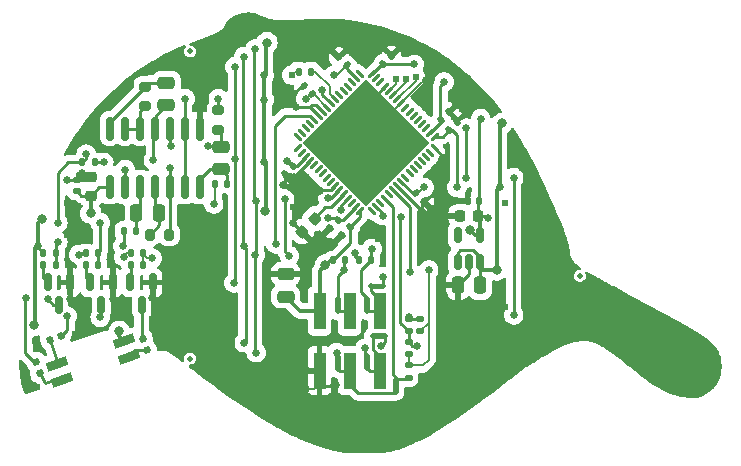
<source format=gbr>
%TF.GenerationSoftware,KiCad,Pcbnew,8.0.5-8.0.5-0~ubuntu22.04.1*%
%TF.CreationDate,2024-10-09T17:19:14-04:00*%
%TF.ProjectId,blinkencap,626c696e-6b65-46e6-9361-702e6b696361,1.0*%
%TF.SameCoordinates,Original*%
%TF.FileFunction,Copper,L2,Bot*%
%TF.FilePolarity,Positive*%
%FSLAX46Y46*%
G04 Gerber Fmt 4.6, Leading zero omitted, Abs format (unit mm)*
G04 Created by KiCad (PCBNEW 8.0.5-8.0.5-0~ubuntu22.04.1) date 2024-10-09 17:19:14*
%MOMM*%
%LPD*%
G01*
G04 APERTURE LIST*
G04 Aperture macros list*
%AMRoundRect*
0 Rectangle with rounded corners*
0 $1 Rounding radius*
0 $2 $3 $4 $5 $6 $7 $8 $9 X,Y pos of 4 corners*
0 Add a 4 corners polygon primitive as box body*
4,1,4,$2,$3,$4,$5,$6,$7,$8,$9,$2,$3,0*
0 Add four circle primitives for the rounded corners*
1,1,$1+$1,$2,$3*
1,1,$1+$1,$4,$5*
1,1,$1+$1,$6,$7*
1,1,$1+$1,$8,$9*
0 Add four rect primitives between the rounded corners*
20,1,$1+$1,$2,$3,$4,$5,0*
20,1,$1+$1,$4,$5,$6,$7,0*
20,1,$1+$1,$6,$7,$8,$9,0*
20,1,$1+$1,$8,$9,$2,$3,0*%
%AMRotRect*
0 Rectangle, with rotation*
0 The origin of the aperture is its center*
0 $1 length*
0 $2 width*
0 $3 Rotation angle, in degrees counterclockwise*
0 Add horizontal line*
21,1,$1,$2,0,0,$3*%
G04 Aperture macros list end*
%TA.AperFunction,EtchedComponent*%
%ADD10C,0.000000*%
%TD*%
%TA.AperFunction,ComponentPad*%
%ADD11C,0.620000*%
%TD*%
%TA.AperFunction,SMDPad,CuDef*%
%ADD12RoundRect,0.062500X0.300520X-0.212132X-0.212132X0.300520X-0.300520X0.212132X0.212132X-0.300520X0*%
%TD*%
%TA.AperFunction,SMDPad,CuDef*%
%ADD13RoundRect,0.062500X0.300520X0.212132X0.212132X0.300520X-0.300520X-0.212132X-0.212132X-0.300520X0*%
%TD*%
%TA.AperFunction,HeatsinkPad*%
%ADD14RotRect,7.650000X7.650000X135.000000*%
%TD*%
%TA.AperFunction,SMDPad,CuDef*%
%ADD15C,0.500000*%
%TD*%
%TA.AperFunction,SMDPad,CuDef*%
%ADD16RoundRect,0.200000X0.200000X0.275000X-0.200000X0.275000X-0.200000X-0.275000X0.200000X-0.275000X0*%
%TD*%
%TA.AperFunction,SMDPad,CuDef*%
%ADD17RoundRect,0.135000X0.135000X0.185000X-0.135000X0.185000X-0.135000X-0.185000X0.135000X-0.185000X0*%
%TD*%
%TA.AperFunction,SMDPad,CuDef*%
%ADD18RoundRect,0.250000X-0.250000X-0.475000X0.250000X-0.475000X0.250000X0.475000X-0.250000X0.475000X0*%
%TD*%
%TA.AperFunction,SMDPad,CuDef*%
%ADD19RoundRect,0.200000X-0.275000X0.200000X-0.275000X-0.200000X0.275000X-0.200000X0.275000X0.200000X0*%
%TD*%
%TA.AperFunction,SMDPad,CuDef*%
%ADD20RoundRect,0.250000X0.475000X-0.250000X0.475000X0.250000X-0.475000X0.250000X-0.475000X-0.250000X0*%
%TD*%
%TA.AperFunction,SMDPad,CuDef*%
%ADD21RoundRect,0.140000X-0.219203X-0.021213X-0.021213X-0.219203X0.219203X0.021213X0.021213X0.219203X0*%
%TD*%
%TA.AperFunction,SMDPad,CuDef*%
%ADD22RoundRect,0.135000X0.185000X-0.135000X0.185000X0.135000X-0.185000X0.135000X-0.185000X-0.135000X0*%
%TD*%
%TA.AperFunction,SMDPad,CuDef*%
%ADD23RoundRect,0.250000X0.250000X0.475000X-0.250000X0.475000X-0.250000X-0.475000X0.250000X-0.475000X0*%
%TD*%
%TA.AperFunction,SMDPad,CuDef*%
%ADD24RoundRect,0.150000X-0.150000X0.825000X-0.150000X-0.825000X0.150000X-0.825000X0.150000X0.825000X0*%
%TD*%
%TA.AperFunction,SMDPad,CuDef*%
%ADD25RoundRect,0.200000X0.275000X-0.200000X0.275000X0.200000X-0.275000X0.200000X-0.275000X-0.200000X0*%
%TD*%
%TA.AperFunction,SMDPad,CuDef*%
%ADD26RoundRect,0.150000X-0.150000X0.587500X-0.150000X-0.587500X0.150000X-0.587500X0.150000X0.587500X0*%
%TD*%
%TA.AperFunction,SMDPad,CuDef*%
%ADD27R,1.000000X3.150000*%
%TD*%
%TA.AperFunction,SMDPad,CuDef*%
%ADD28RoundRect,0.140000X0.021213X-0.219203X0.219203X-0.021213X-0.021213X0.219203X-0.219203X0.021213X0*%
%TD*%
%TA.AperFunction,SMDPad,CuDef*%
%ADD29RoundRect,0.150000X0.150000X-0.512500X0.150000X0.512500X-0.150000X0.512500X-0.150000X-0.512500X0*%
%TD*%
%TA.AperFunction,SMDPad,CuDef*%
%ADD30RoundRect,0.140000X0.170000X-0.140000X0.170000X0.140000X-0.170000X0.140000X-0.170000X-0.140000X0*%
%TD*%
%TA.AperFunction,SMDPad,CuDef*%
%ADD31RoundRect,0.140000X0.140000X0.170000X-0.140000X0.170000X-0.140000X-0.170000X0.140000X-0.170000X0*%
%TD*%
%TA.AperFunction,SMDPad,CuDef*%
%ADD32RoundRect,0.225000X-0.017678X0.335876X-0.335876X0.017678X0.017678X-0.335876X0.335876X-0.017678X0*%
%TD*%
%TA.AperFunction,SMDPad,CuDef*%
%ADD33RoundRect,0.135000X-0.135000X-0.185000X0.135000X-0.185000X0.135000X0.185000X-0.135000X0.185000X0*%
%TD*%
%TA.AperFunction,SMDPad,CuDef*%
%ADD34RoundRect,0.140000X-0.021213X0.219203X-0.219203X0.021213X0.021213X-0.219203X0.219203X-0.021213X0*%
%TD*%
%TA.AperFunction,SMDPad,CuDef*%
%ADD35RoundRect,0.135000X0.218636X-0.068178X0.131624X0.187417X-0.218636X0.068178X-0.131624X-0.187417X0*%
%TD*%
%TA.AperFunction,SMDPad,CuDef*%
%ADD36RotRect,1.800000X0.750000X18.500000*%
%TD*%
%TA.AperFunction,SMDPad,CuDef*%
%ADD37RoundRect,0.225000X0.225000X0.250000X-0.225000X0.250000X-0.225000X-0.250000X0.225000X-0.250000X0*%
%TD*%
%TA.AperFunction,SMDPad,CuDef*%
%ADD38RoundRect,0.135000X-0.068178X-0.218636X0.187417X-0.131624X0.068178X0.218636X-0.187417X0.131624X0*%
%TD*%
%TA.AperFunction,SMDPad,CuDef*%
%ADD39RoundRect,0.135000X-0.185000X0.135000X-0.185000X-0.135000X0.185000X-0.135000X0.185000X0.135000X0*%
%TD*%
%TA.AperFunction,SMDPad,CuDef*%
%ADD40RoundRect,0.140000X0.219203X0.021213X0.021213X0.219203X-0.219203X-0.021213X-0.021213X-0.219203X0*%
%TD*%
%TA.AperFunction,SMDPad,CuDef*%
%ADD41RoundRect,0.225000X0.250000X-0.225000X0.250000X0.225000X-0.250000X0.225000X-0.250000X-0.225000X0*%
%TD*%
%TA.AperFunction,ViaPad*%
%ADD42C,0.800000*%
%TD*%
%TA.AperFunction,ViaPad*%
%ADD43C,0.650000*%
%TD*%
%TA.AperFunction,ViaPad*%
%ADD44C,0.620000*%
%TD*%
%TA.AperFunction,Conductor*%
%ADD45C,0.250000*%
%TD*%
%TA.AperFunction,Conductor*%
%ADD46C,0.200000*%
%TD*%
%TA.AperFunction,Conductor*%
%ADD47C,0.300000*%
%TD*%
G04 APERTURE END LIST*
D10*
%TA.AperFunction,EtchedComponent*%
%TO.C,NT1*%
G36*
X71150000Y-58200000D02*
G01*
X70650000Y-58200000D01*
X70650000Y-57200000D01*
X71150000Y-57200000D01*
X71150000Y-58200000D01*
G37*
%TD.AperFunction*%
%TA.AperFunction,EtchedComponent*%
%TO.C,NT6*%
G36*
X71150000Y-63000000D02*
G01*
X70650000Y-63000000D01*
X70650000Y-62000000D01*
X71150000Y-62000000D01*
X71150000Y-63000000D01*
G37*
%TD.AperFunction*%
%TA.AperFunction,EtchedComponent*%
%TO.C,NT5*%
G36*
X72200000Y-56350000D02*
G01*
X71200000Y-56350000D01*
X71200000Y-55850000D01*
X72200000Y-55850000D01*
X72200000Y-56350000D01*
G37*
%TD.AperFunction*%
%TA.AperFunction,EtchedComponent*%
%TO.C,NT4*%
G36*
X68650000Y-58200000D02*
G01*
X68150000Y-58200000D01*
X68150000Y-57200000D01*
X68650000Y-57200000D01*
X68650000Y-58200000D01*
G37*
%TD.AperFunction*%
%TA.AperFunction,EtchedComponent*%
%TO.C,NT7*%
G36*
X68650000Y-63100000D02*
G01*
X68150000Y-63100000D01*
X68150000Y-62100000D01*
X68650000Y-62100000D01*
X68650000Y-63100000D01*
G37*
%TD.AperFunction*%
%TA.AperFunction,EtchedComponent*%
%TO.C,NT3*%
G36*
X73550000Y-65000000D02*
G01*
X73050000Y-65000000D01*
X73050000Y-64000000D01*
X73550000Y-64000000D01*
X73550000Y-65000000D01*
G37*
%TD.AperFunction*%
%TA.AperFunction,EtchedComponent*%
%TO.C,NT2*%
G36*
X72400000Y-60550000D02*
G01*
X71400000Y-60550000D01*
X71400000Y-60050000D01*
X72400000Y-60050000D01*
X72400000Y-60550000D01*
G37*
%TD.AperFunction*%
%TD*%
D11*
%TO.P,STITCH12,1*%
%TO.N,GND*%
X53850000Y-55800000D03*
%TD*%
%TO.P,STITCH24,1*%
%TO.N,GND*%
X45500000Y-51700000D03*
%TD*%
%TO.P,STITCH10,1*%
%TO.N,GND*%
X65900000Y-54500000D03*
%TD*%
%TO.P,STITCH2,1*%
%TO.N,GND*%
X60200000Y-65700000D03*
%TD*%
%TO.P,STITCH21,1*%
%TO.N,GND*%
X62500000Y-59900000D03*
%TD*%
%TO.P,STITCH1,1*%
%TO.N,GND*%
X67200000Y-43900000D03*
%TD*%
%TO.P,STITCH11,1*%
%TO.N,GND*%
X45500000Y-49000000D03*
%TD*%
%TO.P,STITCH18,1*%
%TO.N,GND*%
X89400000Y-60400000D03*
%TD*%
%TO.P,STITCH17,1*%
%TO.N,GND*%
X100300000Y-61700000D03*
%TD*%
%TO.P,STITCH19,1*%
%TO.N,GND*%
X73400000Y-69500000D03*
%TD*%
%TO.P,STITCH14,1*%
%TO.N,GND*%
X60400000Y-33700000D03*
%TD*%
%TO.P,STITCH23,1*%
%TO.N,GND*%
X50700000Y-38800000D03*
%TD*%
%TO.P,STITCH12,1*%
%TO.N,GND*%
X55200000Y-50800000D03*
%TD*%
%TO.P,STITCH16,1*%
%TO.N,GND*%
X97700000Y-65100000D03*
%TD*%
%TO.P,STITCH21,1*%
%TO.N,GND*%
X71800000Y-52100000D03*
%TD*%
%TO.P,STITCH6,1*%
%TO.N,GND*%
X47100000Y-43600000D03*
%TD*%
%TO.P,STITCH21,1*%
%TO.N,GND*%
X77400000Y-52800000D03*
%TD*%
%TO.P,STITCH22,1*%
%TO.N,GND*%
X73100000Y-34800000D03*
%TD*%
%TO.P,STITCH21,1*%
%TO.N,GND*%
X83200000Y-43300000D03*
%TD*%
%TO.P,STITCH1,1*%
%TO.N,GND*%
X74400000Y-43900000D03*
%TD*%
%TO.P,STITCH25,1*%
%TO.N,GND*%
X42800000Y-60700000D03*
%TD*%
%TO.P,STITCH1,1*%
%TO.N,GND*%
X70800000Y-40300000D03*
%TD*%
%TO.P,STITCH13,1*%
%TO.N,GND*%
X50750000Y-58950000D03*
%TD*%
%TO.P,STITCH20,1*%
%TO.N,GND*%
X42900000Y-64600000D03*
%TD*%
%TO.P,STITCH1,1*%
%TO.N,GND*%
X58600000Y-38900000D03*
%TD*%
%TO.P,STITCH12,1*%
%TO.N,GND*%
X58800000Y-50800000D03*
%TD*%
%TO.P,STITCH1,1*%
%TO.N,GND*%
X70800000Y-47600000D03*
%TD*%
%TO.P,STITCH4,1*%
%TO.N,GND*%
X58800000Y-54900000D03*
%TD*%
%TO.P,STITCH15,1*%
%TO.N,GND*%
X82600000Y-49000000D03*
%TD*%
%TO.P,STITCH3,1*%
%TO.N,GND*%
X64600000Y-49400000D03*
%TD*%
%TO.P,STITCH5,1*%
%TO.N,GND*%
X60300000Y-61900000D03*
%TD*%
%TO.P,STITCH1,1*%
%TO.N,GND*%
X70800000Y-43900000D03*
%TD*%
%TO.P,STITCH7,1*%
%TO.N,GND*%
X63200000Y-39100000D03*
%TD*%
%TO.P,STITCH9,1*%
%TO.N,GND*%
X82600000Y-57800000D03*
%TD*%
%TO.P,STITCH13,1*%
%TO.N,GND*%
X53300000Y-59600000D03*
%TD*%
%TO.P,STITCH10,1*%
%TO.N,GND*%
X62600000Y-53700000D03*
%TD*%
%TO.P,STITCH8,1*%
%TO.N,GND*%
X63600000Y-34800000D03*
%TD*%
%TO.P,STITCH21,1*%
%TO.N,GND*%
X87900000Y-54000000D03*
%TD*%
D12*
%TO.P,U2,1,vssa2*%
%TO.N,GND*%
X76607464Y-44410913D03*
%TO.P,U2,2,uio[1]/mio[25]*%
%TO.N,unconnected-(U2-uio[1]{slash}mio[25]-Pad2)*%
X76253910Y-44764466D03*
%TO.P,U2,3,uio[2]/mio[26]*%
%TO.N,unconnected-(U2-uio[2]{slash}mio[26]-Pad3)*%
X75900357Y-45118020D03*
%TO.P,U2,4,uio[3]/mio[27]*%
%TO.N,unconnected-(U2-uio[3]{slash}mio[27]-Pad4)*%
X75546803Y-45471573D03*
%TO.P,U2,5,uio[4]/mio[28]*%
%TO.N,unconnected-(U2-uio[4]{slash}mio[28]-Pad5)*%
X75193250Y-45825126D03*
%TO.P,U2,6,uio[5]/mio[29]*%
%TO.N,unconnected-(U2-uio[5]{slash}mio[29]-Pad6)*%
X74839697Y-46178680D03*
%TO.P,U2,7,uio[6]/mio[30]*%
%TO.N,unconnected-(U2-uio[6]{slash}mio[30]-Pad7)*%
X74486143Y-46532233D03*
%TO.P,U2,8,uio[7]/mio[31]*%
%TO.N,unconnected-(U2-uio[7]{slash}mio[31]-Pad8)*%
X74132590Y-46885786D03*
%TO.P,U2,9,vdda2*%
%TO.N,+3V3*%
X73779036Y-47239340D03*
%TO.P,U2,10,vssd2*%
%TO.N,GND*%
X73425483Y-47592893D03*
%TO.P,U2,11,ctrl_ena/mio[32]*%
%TO.N,/ctrl_ena*%
X73071930Y-47946447D03*
%TO.P,U2,12,mio[33]*%
%TO.N,unconnected-(U2-mio[33]-Pad12)*%
X72718376Y-48300000D03*
%TO.P,U2,13,ctrl_sel_inc/mio[34]*%
%TO.N,/ctrl_inc*%
X72364823Y-48653553D03*
%TO.P,U2,14,mio[35]*%
%TO.N,unconnected-(U2-mio[35]-Pad14)*%
X72011270Y-49007107D03*
%TO.P,U2,15,~{ctrl_sel_rst}/mio[36]*%
%TO.N,/~{ctrl_rst}*%
X71657716Y-49360660D03*
%TO.P,U2,16,mio[37]*%
%TO.N,unconnected-(U2-mio[37]-Pad16)*%
X71304163Y-49714214D03*
D13*
%TO.P,U2,17,vddio*%
%TO.N,+3V3*%
X70314213Y-49714214D03*
%TO.P,U2,18,vccd*%
%TO.N,+1V8*%
X69960660Y-49360660D03*
%TO.P,U2,19,N/C*%
%TO.N,unconnected-(U2-N{slash}C-Pad19)*%
X69607106Y-49007107D03*
%TO.P,U2,20,vssa*%
%TO.N,GND*%
X69253553Y-48653553D03*
%TO.P,U2,21,resetb*%
%TO.N,/caravel_reset*%
X68900000Y-48300000D03*
%TO.P,U2,22,clock*%
%TO.N,Net-(U2-clock)*%
X68546446Y-47946447D03*
%TO.P,U2,23,vssd*%
%TO.N,GND*%
X68192893Y-47592893D03*
%TO.P,U2,24,flash_csb*%
%TO.N,unconnected-(U2-flash_csb-Pad24)*%
X67839340Y-47239340D03*
%TO.P,U2,25,flash_clk*%
%TO.N,unconnected-(U2-flash_clk-Pad25)*%
X67485786Y-46885786D03*
%TO.P,U2,26,flash_io0*%
%TO.N,unconnected-(U2-flash_io0-Pad26)*%
X67132233Y-46532233D03*
%TO.P,U2,27,flash_io1*%
%TO.N,unconnected-(U2-flash_io1-Pad27)*%
X66778679Y-46178680D03*
%TO.P,U2,28,gpio*%
%TO.N,unconnected-(U2-gpio-Pad28)*%
X66425126Y-45825126D03*
%TO.P,U2,29,vssio*%
%TO.N,GND*%
X66071573Y-45471573D03*
%TO.P,U2,30,vdda*%
%TO.N,+3V3*%
X65718019Y-45118020D03*
%TO.P,U2,31,JTAG/mio[0]*%
%TO.N,unconnected-(U2-JTAG{slash}mio[0]-Pad31)*%
X65364466Y-44764466D03*
%TO.P,U2,32,SDO/mio[1]*%
%TO.N,unconnected-(U2-SDO{slash}mio[1]-Pad32)*%
X65010912Y-44410913D03*
D12*
%TO.P,U2,33,SDI/mio[2]*%
%TO.N,unconnected-(U2-SDI{slash}mio[2]-Pad33)*%
X65010912Y-43420963D03*
%TO.P,U2,34,CSB/mio[3]*%
%TO.N,unconnected-(U2-CSB{slash}mio[3]-Pad34)*%
X65364466Y-43067410D03*
%TO.P,U2,35,SCK/mio[4]*%
%TO.N,unconnected-(U2-SCK{slash}mio[4]-Pad35)*%
X65718019Y-42713856D03*
%TO.P,U2,36,usrclk2/mio[5]*%
%TO.N,unconnected-(U2-usrclk2{slash}mio[5]-Pad36)*%
X66071573Y-42360303D03*
%TO.P,U2,37,clk/mio[6]*%
%TO.N,/p_clk*%
X66425126Y-42006750D03*
%TO.P,U2,38,vssa1*%
%TO.N,GND*%
X66778679Y-41653196D03*
%TO.P,U2,39,vssd1*%
X67132233Y-41299643D03*
%TO.P,U2,40,vdda1*%
%TO.N,+3V3*%
X67485786Y-40946090D03*
%TO.P,U2,41,~{rst}/mio[7]*%
%TO.N,/~{p_rst}*%
X67839340Y-40592536D03*
%TO.P,U2,42,ui_in[0]/mio[8]*%
%TO.N,/in0*%
X68192893Y-40238983D03*
%TO.P,U2,43,ui_in[1]/mio[9]*%
%TO.N,unconnected-(U2-ui_in[1]{slash}mio[9]-Pad43)*%
X68546446Y-39885429D03*
%TO.P,U2,44,ui_in[2]/mio[10]*%
%TO.N,unconnected-(U2-ui_in[2]{slash}mio[10]-Pad44)*%
X68900000Y-39531876D03*
%TO.P,U2,45,ui_in[3]/mio[11]*%
%TO.N,unconnected-(U2-ui_in[3]{slash}mio[11]-Pad45)*%
X69253553Y-39178323D03*
%TO.P,U2,46,ui_in[4]/mio[12]*%
%TO.N,unconnected-(U2-ui_in[4]{slash}mio[12]-Pad46)*%
X69607106Y-38824769D03*
%TO.P,U2,47,vdda1*%
%TO.N,+3V3*%
X69960660Y-38471216D03*
%TO.P,U2,48,ui_in[5]/mio[13]*%
%TO.N,unconnected-(U2-ui_in[5]{slash}mio[13]-Pad48)*%
X70314213Y-38117662D03*
D13*
%TO.P,U2,49,vccd1*%
%TO.N,+1V8*%
X71304163Y-38117662D03*
%TO.P,U2,50,ui_in[6]/mio[14]*%
%TO.N,unconnected-(U2-ui_in[6]{slash}mio[14]-Pad50)*%
X71657716Y-38471216D03*
%TO.P,U2,51,ui_in[7]/mio[15]*%
%TO.N,unconnected-(U2-ui_in[7]{slash}mio[15]-Pad51)*%
X72011270Y-38824769D03*
%TO.P,U2,52,vssa1*%
%TO.N,GND*%
X72364823Y-39178323D03*
%TO.P,U2,53,uo_out[0]/mio[16]*%
%TO.N,/led_red*%
X72718376Y-39531876D03*
%TO.P,U2,54,uo_out[1]/mio[17]*%
%TO.N,/led_green*%
X73071930Y-39885429D03*
%TO.P,U2,55,uo_out[2]/mio[18]*%
%TO.N,/led_blue*%
X73425483Y-40238983D03*
%TO.P,U2,56,vssio*%
%TO.N,GND*%
X73779036Y-40592536D03*
%TO.P,U2,57,uo_out[3]/mio[19]*%
%TO.N,unconnected-(U2-uo_out[3]{slash}mio[19]-Pad57)*%
X74132590Y-40946090D03*
%TO.P,U2,58,uo_out[4]/mio[20]*%
%TO.N,unconnected-(U2-uo_out[4]{slash}mio[20]-Pad58)*%
X74486143Y-41299643D03*
%TO.P,U2,59,uo_out[5]/mio[21]*%
%TO.N,unconnected-(U2-uo_out[5]{slash}mio[21]-Pad59)*%
X74839697Y-41653196D03*
%TO.P,U2,60,uo_out[6]/mio[22]*%
%TO.N,unconnected-(U2-uo_out[6]{slash}mio[22]-Pad60)*%
X75193250Y-42006750D03*
%TO.P,U2,61,uo_out[7]/mio[23]*%
%TO.N,unconnected-(U2-uo_out[7]{slash}mio[23]-Pad61)*%
X75546803Y-42360303D03*
%TO.P,U2,62,uio[0]/mio[24]*%
%TO.N,unconnected-(U2-uio[0]{slash}mio[24]-Pad62)*%
X75900357Y-42713856D03*
%TO.P,U2,63,vccd2*%
%TO.N,+1V8*%
X76253910Y-43067410D03*
%TO.P,U2,64,vddio*%
%TO.N,+3V3*%
X76607464Y-43420963D03*
D14*
%TO.P,U2,65,ThermalPad*%
%TO.N,GND*%
X70809188Y-43915938D03*
%TD*%
D15*
%TO.P,FID3,*%
%TO.N,*%
X55900000Y-62200000D03*
%TD*%
D16*
%TO.P,R24,1*%
%TO.N,Net-(R24-Pad1)*%
X54125000Y-51700000D03*
%TO.P,R24,2*%
%TO.N,Net-(C19-Pad2)*%
X52475000Y-51700000D03*
%TD*%
D15*
%TO.P,NT1,1,1*%
%TO.N,/GPIO1*%
X70900000Y-58200000D03*
%TO.P,NT1,2,2*%
%TO.N,/p_clk*%
X70900000Y-57200000D03*
%TD*%
D17*
%TO.P,R15,1*%
%TO.N,/led_blue*%
X51895000Y-54300000D03*
%TO.P,R15,2*%
%TO.N,Net-(Q3-G)*%
X50875000Y-54300000D03*
%TD*%
D15*
%TO.P,NT6,1,1*%
%TO.N,/GPIO2*%
X70900000Y-63000000D03*
%TO.P,NT6,2,2*%
%TO.N,/led_green*%
X70900000Y-62000000D03*
%TD*%
%TO.P,FID1,*%
%TO.N,*%
X88900000Y-55200000D03*
%TD*%
D18*
%TO.P,C19,1*%
%TO.N,Net-(C19-Pad1)*%
X51350000Y-49900000D03*
%TO.P,C19,2*%
%TO.N,Net-(C19-Pad2)*%
X53250000Y-49900000D03*
%TD*%
D17*
%TO.P,R17,1*%
%TO.N,/in0*%
X66110000Y-37900000D03*
%TO.P,R17,2*%
%TO.N,+3V3*%
X65090000Y-37900000D03*
%TD*%
D19*
%TO.P,R22,1*%
%TO.N,Net-(R22-Pad1)*%
X58300000Y-41175000D03*
%TO.P,R22,2*%
%TO.N,Net-(C18-Pad2)*%
X58300000Y-42825000D03*
%TD*%
D15*
%TO.P,NT5,1,1*%
%TO.N,/GPIO1*%
X71200000Y-56100000D03*
%TO.P,NT5,2,2*%
%TO.N,/led_red*%
X72200000Y-56100000D03*
%TD*%
D20*
%TO.P,C18,1*%
%TO.N,Net-(C18-Pad1)*%
X58500000Y-46150000D03*
%TO.P,C18,2*%
%TO.N,Net-(C18-Pad2)*%
X58500000Y-44250000D03*
%TD*%
D21*
%TO.P,C13,1*%
%TO.N,GND*%
X68500000Y-36700000D03*
%TO.P,C13,2*%
%TO.N,+3V3*%
X69178822Y-37378822D03*
%TD*%
D22*
%TO.P,R1,1*%
%TO.N,+3V3*%
X75400000Y-59910000D03*
%TO.P,R1,2*%
%TO.N,/~{p_rst}*%
X75400000Y-58890000D03*
%TD*%
D15*
%TO.P,NT4,1,1*%
%TO.N,/SDA*%
X68400000Y-58200000D03*
%TO.P,NT4,2,2*%
%TO.N,/ctrl_ena*%
X68400000Y-57200000D03*
%TD*%
D23*
%TO.P,C1,1*%
%TO.N,+3V3*%
X80450000Y-56000000D03*
%TO.P,C1,2*%
%TO.N,GND*%
X78550000Y-56000000D03*
%TD*%
D17*
%TO.P,R9,1*%
%TO.N,/led_red*%
X48110000Y-54300000D03*
%TO.P,R9,2*%
%TO.N,Net-(Q1-G)*%
X47090000Y-54300000D03*
%TD*%
D24*
%TO.P,U3,1*%
%TO.N,Net-(C17-Pad2)*%
X49090000Y-42725000D03*
%TO.P,U3,2*%
%TO.N,Net-(R16-Pad1)*%
X50360000Y-42725000D03*
%TO.P,U3,3*%
X51630000Y-42725000D03*
%TO.P,U3,4*%
%TO.N,Net-(C17-Pad1)*%
X52900000Y-42725000D03*
%TO.P,U3,5*%
%TO.N,Net-(C18-Pad2)*%
X54170000Y-42725000D03*
%TO.P,U3,6*%
%TO.N,Net-(R22-Pad1)*%
X55440000Y-42725000D03*
%TO.P,U3,7,GND*%
%TO.N,GND*%
X56710000Y-42725000D03*
%TO.P,U3,8*%
%TO.N,Net-(C18-Pad1)*%
X56710000Y-47675000D03*
%TO.P,U3,9*%
%TO.N,Net-(R22-Pad1)*%
X55440000Y-47675000D03*
%TO.P,U3,10*%
%TO.N,Net-(R24-Pad1)*%
X54170000Y-47675000D03*
%TO.P,U3,11*%
%TO.N,Net-(C19-Pad2)*%
X52900000Y-47675000D03*
%TO.P,U3,12*%
%TO.N,Net-(C19-Pad1)*%
X51630000Y-47675000D03*
%TO.P,U3,13*%
%TO.N,Net-(R24-Pad1)*%
X50360000Y-47675000D03*
%TO.P,U3,14,VCC*%
%TO.N,+3V3*%
X49090000Y-47675000D03*
%TD*%
D25*
%TO.P,R16,1*%
%TO.N,Net-(R16-Pad1)*%
X52100000Y-40825000D03*
%TO.P,R16,2*%
%TO.N,Net-(C17-Pad2)*%
X52100000Y-39175000D03*
%TD*%
D17*
%TO.P,R23,1*%
%TO.N,Net-(C19-Pad1)*%
X51310000Y-51400000D03*
%TO.P,R23,2*%
%TO.N,/led_green*%
X50290000Y-51400000D03*
%TD*%
D20*
%TO.P,C17,1*%
%TO.N,Net-(C17-Pad1)*%
X53900000Y-40750000D03*
%TO.P,C17,2*%
%TO.N,Net-(C17-Pad2)*%
X53900000Y-38850000D03*
%TD*%
D26*
%TO.P,Q1,1,G*%
%TO.N,Net-(Q1-G)*%
X47450000Y-55762500D03*
%TO.P,Q1,2,S*%
%TO.N,GND*%
X49350000Y-55762500D03*
%TO.P,Q1,3,D*%
%TO.N,/drain_red*%
X48400000Y-57637500D03*
%TD*%
D15*
%TO.P,FID2,*%
%TO.N,*%
X55900000Y-36200000D03*
%TD*%
D27*
%TO.P,J1,1,Pin_1*%
%TO.N,/GPIO2*%
X71940000Y-63225000D03*
%TO.P,J1,2,Pin_2*%
%TO.N,/GPIO1*%
X71940000Y-58175000D03*
%TO.P,J1,3,Pin_3*%
%TO.N,/SCL*%
X69400000Y-63225000D03*
%TO.P,J1,4,Pin_4*%
%TO.N,/SDA*%
X69400000Y-58175000D03*
%TO.P,J1,5,Pin_5*%
%TO.N,GND*%
X66860000Y-63225000D03*
%TO.P,J1,6,Pin_6*%
%TO.N,+3V3*%
X66860000Y-58175000D03*
%TD*%
D26*
%TO.P,Q3,1,G*%
%TO.N,Net-(Q3-G)*%
X50850000Y-55762500D03*
%TO.P,Q3,2,S*%
%TO.N,GND*%
X52750000Y-55762500D03*
%TO.P,Q3,3,D*%
%TO.N,/drain_blue*%
X51800000Y-57637500D03*
%TD*%
%TO.P,Q2,1,G*%
%TO.N,Net-(Q2-G)*%
X43850000Y-55762500D03*
%TO.P,Q2,2,S*%
%TO.N,GND*%
X45750000Y-55762500D03*
%TO.P,Q2,3,D*%
%TO.N,/drain_green*%
X44800000Y-57637500D03*
%TD*%
D28*
%TO.P,C11,1*%
%TO.N,GND*%
X68760589Y-51739411D03*
%TO.P,C11,2*%
%TO.N,+3V3*%
X69439411Y-51060589D03*
%TD*%
D20*
%TO.P,C4,1*%
%TO.N,+3V3*%
X64000000Y-56950000D03*
%TO.P,C4,2*%
%TO.N,GND*%
X64000000Y-55050000D03*
%TD*%
D29*
%TO.P,U1,1,VIN*%
%TO.N,+3V3*%
X80450000Y-54037500D03*
%TO.P,U1,2,GND*%
%TO.N,GND*%
X79500000Y-54037500D03*
%TO.P,U1,3,EN*%
%TO.N,+3V3*%
X78550000Y-54037500D03*
%TO.P,U1,4,NC*%
%TO.N,unconnected-(U1-NC-Pad4)*%
X78550000Y-51762500D03*
%TO.P,U1,5,VOUT*%
%TO.N,+1V8*%
X80450000Y-51762500D03*
%TD*%
D30*
%TO.P,C16,1*%
%TO.N,+3V3*%
X46300000Y-48005000D03*
%TO.P,C16,2*%
%TO.N,GND*%
X46300000Y-47045000D03*
%TD*%
D31*
%TO.P,C3,1*%
%TO.N,+1V8*%
X80380000Y-48900000D03*
%TO.P,C3,2*%
%TO.N,GND*%
X79420000Y-48900000D03*
%TD*%
D15*
%TO.P,NT7,1,1*%
%TO.N,/SCL*%
X68400000Y-63100000D03*
%TO.P,NT7,2,2*%
%TO.N,/led_blue*%
X68400000Y-62100000D03*
%TD*%
D17*
%TO.P,R6,1*%
%TO.N,/p_clk*%
X71210000Y-53900000D03*
%TO.P,R6,2*%
%TO.N,Net-(U2-clock)*%
X70190000Y-53900000D03*
%TD*%
D15*
%TO.P,NT3,1,1*%
%TO.N,/SCL*%
X73300000Y-65000000D03*
%TO.P,NT3,2,2*%
%TO.N,/ctrl_inc*%
X73300000Y-64000000D03*
%TD*%
D28*
%TO.P,C10,1*%
%TO.N,GND*%
X63900000Y-46600000D03*
%TO.P,C10,2*%
%TO.N,+3V3*%
X64578822Y-45921178D03*
%TD*%
D15*
%TO.P,NT2,1,1*%
%TO.N,/GPIO2*%
X71400000Y-60300000D03*
%TO.P,NT2,2,2*%
%TO.N,/~{ctrl_rst}*%
X72400000Y-60300000D03*
%TD*%
D32*
%TO.P,C14,1*%
%TO.N,/caravel_reset*%
X66448008Y-50351992D03*
%TO.P,C14,2*%
%TO.N,GND*%
X65351992Y-51448008D03*
%TD*%
D33*
%TO.P,R8,1*%
%TO.N,+3V3*%
X47090000Y-53300000D03*
%TO.P,R8,2*%
%TO.N,/led_red*%
X48110000Y-53300000D03*
%TD*%
D21*
%TO.P,C12,1*%
%TO.N,GND*%
X65560589Y-39160589D03*
%TO.P,C12,2*%
%TO.N,+3V3*%
X66239411Y-39839411D03*
%TD*%
D34*
%TO.P,C8,1*%
%TO.N,GND*%
X78539411Y-42160589D03*
%TO.P,C8,2*%
%TO.N,+3V3*%
X77860589Y-42839411D03*
%TD*%
D17*
%TO.P,R20,1*%
%TO.N,Net-(C17-Pad1)*%
X47810000Y-45600000D03*
%TO.P,R20,2*%
%TO.N,/led_red*%
X46790000Y-45600000D03*
%TD*%
D35*
%TO.P,R10,1*%
%TO.N,Net-(D1-Pad3)*%
X52264356Y-61482791D03*
%TO.P,R10,2*%
%TO.N,/drain_blue*%
X51935644Y-60517209D03*
%TD*%
D36*
%TO.P,D1,1*%
%TO.N,Net-(D1-Pad1)*%
X44614982Y-62624379D03*
%TO.P,D1,2*%
%TO.N,+3V3*%
X50304924Y-60720552D03*
%TO.P,D1,3*%
%TO.N,Net-(D1-Pad3)*%
X50765018Y-62095621D03*
%TO.P,D1,4*%
%TO.N,Net-(D1-Pad4)*%
X45075076Y-63999448D03*
%TD*%
D17*
%TO.P,R21,1*%
%TO.N,Net-(C18-Pad1)*%
X59010000Y-47400000D03*
%TO.P,R21,2*%
%TO.N,/led_blue*%
X57990000Y-47400000D03*
%TD*%
D34*
%TO.P,C5,1*%
%TO.N,GND*%
X72939411Y-36560589D03*
%TO.P,C5,2*%
%TO.N,+1V8*%
X72260589Y-37239411D03*
%TD*%
D33*
%TO.P,R3,1*%
%TO.N,+3V3*%
X67990000Y-53900000D03*
%TO.P,R3,2*%
%TO.N,/ctrl_ena*%
X69010000Y-53900000D03*
%TD*%
D34*
%TO.P,C6,1*%
%TO.N,GND*%
X77839411Y-41360589D03*
%TO.P,C6,2*%
%TO.N,+1V8*%
X77160589Y-42039411D03*
%TD*%
D37*
%TO.P,C2,1*%
%TO.N,+1V8*%
X80275000Y-50100000D03*
%TO.P,C2,2*%
%TO.N,GND*%
X78725000Y-50100000D03*
%TD*%
D35*
%TO.P,R13,1*%
%TO.N,Net-(D1-Pad4)*%
X43164356Y-63432791D03*
%TO.P,R13,2*%
%TO.N,/drain_green*%
X42835644Y-62467209D03*
%TD*%
D38*
%TO.P,R7,1*%
%TO.N,Net-(D1-Pad1)*%
X44017209Y-60614356D03*
%TO.P,R7,2*%
%TO.N,/drain_red*%
X44982791Y-60285644D03*
%TD*%
D39*
%TO.P,R4,1*%
%TO.N,+3V3*%
X74400000Y-62790000D03*
%TO.P,R4,2*%
%TO.N,/ctrl_inc*%
X74400000Y-63810000D03*
%TD*%
D33*
%TO.P,R11,1*%
%TO.N,+3V3*%
X43490000Y-53300000D03*
%TO.P,R11,2*%
%TO.N,/led_green*%
X44510000Y-53300000D03*
%TD*%
%TO.P,R14,1*%
%TO.N,+3V3*%
X50875000Y-53300000D03*
%TO.P,R14,2*%
%TO.N,/led_blue*%
X51895000Y-53300000D03*
%TD*%
D22*
%TO.P,R5,1*%
%TO.N,+3V3*%
X74400000Y-61810000D03*
%TO.P,R5,2*%
%TO.N,/~{ctrl_rst}*%
X74400000Y-60790000D03*
%TD*%
D39*
%TO.P,R2,1*%
%TO.N,/~{p_rst}*%
X74400000Y-58890000D03*
%TO.P,R2,2*%
%TO.N,/~{ctrl_rst}*%
X74400000Y-59910000D03*
%TD*%
D28*
%TO.P,C7,1*%
%TO.N,GND*%
X67760589Y-51139411D03*
%TO.P,C7,2*%
%TO.N,+1V8*%
X68439411Y-50460589D03*
%TD*%
D40*
%TO.P,C9,1*%
%TO.N,GND*%
X75700000Y-48900000D03*
%TO.P,C9,2*%
%TO.N,+3V3*%
X75021178Y-48221178D03*
%TD*%
D41*
%TO.P,C15,1*%
%TO.N,+3V3*%
X47500000Y-48400000D03*
%TO.P,C15,2*%
%TO.N,GND*%
X47500000Y-46850000D03*
%TD*%
D17*
%TO.P,R12,1*%
%TO.N,/led_green*%
X44510000Y-54300000D03*
%TO.P,R12,2*%
%TO.N,Net-(Q2-G)*%
X43490000Y-54300000D03*
%TD*%
D42*
%TO.N,GND*%
X56700000Y-41100000D03*
D43*
X68700000Y-49600000D03*
X78300000Y-48900000D03*
D44*
X46133239Y-60154581D03*
D42*
X77300000Y-45300000D03*
D43*
X78400000Y-40700000D03*
D42*
X75500000Y-49900000D03*
X65600000Y-63200000D03*
D43*
X66800000Y-51800000D03*
X66900000Y-48000000D03*
X64600000Y-50700000D03*
D42*
X68200000Y-64400000D03*
D43*
X45800000Y-54300000D03*
X49400000Y-57200000D03*
D42*
X64700000Y-46900000D03*
D43*
X46785642Y-46465000D03*
X64900000Y-40900000D03*
D42*
X65600000Y-64800000D03*
D43*
X45700000Y-57200000D03*
X75900000Y-38600000D03*
X49300000Y-54300000D03*
X63800000Y-47500000D03*
X77300000Y-50400000D03*
X77400000Y-56000000D03*
X52700000Y-57100000D03*
X45500000Y-47100000D03*
X77400000Y-56800000D03*
%TO.N,+3V3*%
X62200000Y-45600000D03*
X64100000Y-45500000D03*
D42*
X49900000Y-59900000D03*
D43*
X50272550Y-53599584D03*
X62182383Y-38200000D03*
X78500000Y-47700000D03*
X75700000Y-47700000D03*
D42*
X42723375Y-59400000D03*
X81900000Y-54700000D03*
D43*
X62200000Y-40300000D03*
D44*
X64500000Y-38200000D03*
D42*
X62250000Y-49700000D03*
D43*
X46478640Y-53400000D03*
X65691702Y-40200000D03*
X43000000Y-52648091D03*
X76100000Y-54700000D03*
D42*
X47500000Y-49900000D03*
X62411133Y-35443089D03*
D43*
X68076157Y-38200000D03*
D42*
X82300000Y-42300006D03*
X67340612Y-54275000D03*
D43*
X82100000Y-47700000D03*
D42*
X43354108Y-50369738D03*
D43*
%TO.N,+1V8*%
X81100000Y-50300000D03*
X74900000Y-37300000D03*
X67547341Y-50260937D03*
D42*
X79600000Y-51300000D03*
D43*
X80500000Y-41900000D03*
X77427297Y-38772701D03*
%TO.N,/~{p_rst}*%
X83300000Y-58500000D03*
X79300000Y-46900000D03*
X83300000Y-46900000D03*
X74400000Y-58700000D03*
X79300000Y-42700000D03*
X67100000Y-39500000D03*
%TO.N,/p_clk*%
X63148942Y-52500006D03*
X71299997Y-52899997D03*
%TO.N,Net-(U2-clock)*%
X69900000Y-53275000D03*
X64300000Y-53500000D03*
X67583665Y-48626384D03*
X63900000Y-48700000D03*
%TO.N,Net-(C17-Pad1)*%
X52800000Y-45400000D03*
X48600000Y-45600000D03*
%TO.N,Net-(C18-Pad2)*%
X57400000Y-44200000D03*
X54300000Y-44200000D03*
%TO.N,/~{ctrl_rst}*%
X72205000Y-50100000D03*
X72100000Y-61100000D03*
X73800000Y-50200000D03*
X75100000Y-61100000D03*
%TO.N,/ctrl_ena*%
X68900000Y-54700000D03*
X74500000Y-54900000D03*
%TO.N,/led_red*%
X59700000Y-45300000D03*
D44*
X73300000Y-38500000D03*
D43*
X72200000Y-55300000D03*
X48300000Y-50700000D03*
X59615074Y-55784936D03*
X44700000Y-50699994D03*
X59700000Y-37500000D03*
X47100000Y-44900000D03*
%TO.N,/led_green*%
X60463325Y-36636675D03*
X70700000Y-61320068D03*
X50200000Y-52700000D03*
X60500000Y-60900000D03*
X44700000Y-52300000D03*
D44*
X74170003Y-38500000D03*
D43*
X60500000Y-52700000D03*
D44*
%TO.N,/led_blue*%
X75000426Y-38355418D03*
D43*
X61500000Y-48900000D03*
X52700000Y-53700000D03*
X61400001Y-53399999D03*
X68300000Y-61700000D03*
X61500002Y-61700000D03*
X61396652Y-36000000D03*
X57900000Y-49100000D03*
%TO.N,/drain_red*%
X45523031Y-58618368D03*
X48300000Y-58700000D03*
%TO.N,/drain_green*%
X43900000Y-57200000D03*
X42008898Y-57112151D03*
%TO.N,Net-(R22-Pad1)*%
X58300000Y-40200000D03*
X55500000Y-40200000D03*
%TO.N,Net-(R24-Pad1)*%
X50400000Y-46200000D03*
X54200000Y-46100000D03*
%TD*%
D45*
%TO.N,GND*%
X46623031Y-58923031D02*
X46750000Y-59050000D01*
X66025483Y-40900000D02*
X64900000Y-40900000D01*
X75700000Y-48900000D02*
X75500000Y-49100000D01*
D46*
X70809188Y-43562384D02*
X70809188Y-43915938D01*
D45*
X73425483Y-47592893D02*
X75500000Y-49667410D01*
X45700000Y-57200000D02*
X46623031Y-58123031D01*
X77600000Y-50100000D02*
X77300000Y-50400000D01*
D46*
X73779036Y-40592536D02*
X75571572Y-38800000D01*
D45*
X49350000Y-55762500D02*
X49350000Y-57150000D01*
D46*
X65625000Y-63225000D02*
X65600000Y-63200000D01*
D45*
X66500000Y-53000000D02*
X65900000Y-53600000D01*
X49350000Y-55762500D02*
X49350000Y-54350000D01*
X52750000Y-57050000D02*
X52700000Y-57100000D01*
X64700000Y-46843146D02*
X64700000Y-46900000D01*
X46770642Y-46450000D02*
X46785642Y-46465000D01*
X69253553Y-48653553D02*
X68700000Y-49207106D01*
X68700000Y-49207106D02*
X68700000Y-49600000D01*
X67500000Y-53000000D02*
X66500000Y-53000000D01*
X66000000Y-52100000D02*
X66200000Y-52100000D01*
X66200000Y-52100000D02*
X66500000Y-51800000D01*
X46750000Y-59050000D02*
X46750000Y-59537820D01*
X67760589Y-51139411D02*
X67460589Y-51139411D01*
X52750000Y-55762500D02*
X52750000Y-57050000D01*
X77839411Y-41360589D02*
X77839411Y-41260589D01*
D46*
X66860000Y-63225000D02*
X66860000Y-64340000D01*
D45*
X66225483Y-40700000D02*
X66025483Y-40900000D01*
X46623031Y-58123031D02*
X46623031Y-58923031D01*
X67837201Y-47948585D02*
X66951415Y-47948585D01*
D46*
X75571572Y-38800000D02*
X75765655Y-38800000D01*
D45*
X72364823Y-39178323D02*
X70809188Y-40733958D01*
X63900000Y-46600000D02*
X63900000Y-47400000D01*
X47170642Y-46850000D02*
X46785642Y-46465000D01*
X68100000Y-64500000D02*
X66860000Y-64500000D01*
X65900000Y-53600000D02*
X65900000Y-54500000D01*
X68760589Y-51739411D02*
X67500000Y-53000000D01*
X66532590Y-40700000D02*
X66225483Y-40700000D01*
X49350000Y-57150000D02*
X49400000Y-57200000D01*
D46*
X66860000Y-64340000D02*
X66400000Y-64800000D01*
D45*
X66778679Y-41653196D02*
X66025483Y-40900000D01*
X66500000Y-51800000D02*
X66800000Y-51800000D01*
X56710000Y-42725000D02*
X56710000Y-41110000D01*
X65351992Y-51451992D02*
X66000000Y-52100000D01*
X45750000Y-54350000D02*
X45800000Y-54300000D01*
X77839411Y-41260589D02*
X78400000Y-40700000D01*
X46300000Y-47045000D02*
X45555000Y-47045000D01*
X45750000Y-57150000D02*
X45700000Y-57200000D01*
X47500000Y-46850000D02*
X47170642Y-46850000D01*
X79420000Y-48900000D02*
X78300000Y-48900000D01*
X75500000Y-49667410D02*
X75500000Y-49900000D01*
X65351992Y-51448008D02*
X65351992Y-51451992D01*
X45750000Y-55762500D02*
X45750000Y-57150000D01*
X49350000Y-54350000D02*
X49300000Y-54300000D01*
D46*
X66860000Y-63225000D02*
X65625000Y-63225000D01*
D45*
X45555000Y-47045000D02*
X45500000Y-47100000D01*
X45750000Y-55762500D02*
X45750000Y-54350000D01*
X64400000Y-46600000D02*
X64700000Y-46900000D01*
X68192893Y-47592893D02*
X67837201Y-47948585D01*
X56710000Y-41110000D02*
X56700000Y-41100000D01*
X46300000Y-47045000D02*
X46300000Y-46450000D01*
X63900000Y-47400000D02*
X63800000Y-47500000D01*
X65351992Y-51448008D02*
X65348008Y-51448008D01*
X79500000Y-55050000D02*
X78550000Y-56000000D01*
D46*
X73779036Y-40592536D02*
X70809188Y-43562384D01*
D45*
X70809188Y-40733958D02*
X70809188Y-43915938D01*
X78725000Y-50100000D02*
X77600000Y-50100000D01*
X67460589Y-51139411D02*
X66800000Y-51800000D01*
D46*
X75765655Y-38800000D02*
X75765655Y-38734345D01*
D45*
X67132233Y-41299643D02*
X66532590Y-40700000D01*
X63900000Y-46600000D02*
X64400000Y-46600000D01*
X76607464Y-44410913D02*
X77300000Y-45103449D01*
X46300000Y-46450000D02*
X46770642Y-46450000D01*
X46750000Y-59537820D02*
X46133239Y-60154581D01*
X65348008Y-51448008D02*
X64600000Y-50700000D01*
X66071573Y-45471573D02*
X64700000Y-46843146D01*
X78550000Y-56000000D02*
X77400000Y-56000000D01*
X68200000Y-64400000D02*
X68100000Y-64500000D01*
X75500000Y-49100000D02*
X75500000Y-49900000D01*
X66951415Y-47948585D02*
X66900000Y-48000000D01*
D46*
X66400000Y-64800000D02*
X65600000Y-64800000D01*
X75765655Y-38734345D02*
X75900000Y-38600000D01*
D45*
X66860000Y-64500000D02*
X66860000Y-63225000D01*
X77300000Y-45103449D02*
X77300000Y-45300000D01*
X77400000Y-56800000D02*
X77400000Y-56000000D01*
X79500000Y-54037500D02*
X79500000Y-55050000D01*
D47*
%TO.N,+3V3*%
X66860000Y-58175000D02*
X65225000Y-58175000D01*
X49900000Y-59900000D02*
X49900000Y-60267469D01*
D45*
X80450000Y-56000000D02*
X80450000Y-54037500D01*
X78550000Y-53250000D02*
X78550000Y-54037500D01*
X69467536Y-52422464D02*
X67990000Y-53900000D01*
D47*
X42808517Y-59314858D02*
X42723375Y-59400000D01*
D46*
X43000000Y-52810000D02*
X43000000Y-52648091D01*
D47*
X65225000Y-58175000D02*
X64000000Y-56950000D01*
D46*
X66379107Y-39839411D02*
X67485786Y-40946090D01*
D45*
X67990000Y-53900000D02*
X67715612Y-53900000D01*
X49090000Y-47675000D02*
X48225000Y-47675000D01*
X77860589Y-42839411D02*
X78039411Y-42839411D01*
X79859192Y-53030000D02*
X78770000Y-53030000D01*
X48225000Y-47675000D02*
X47500000Y-48400000D01*
D46*
X68357644Y-38200000D02*
X68076157Y-38200000D01*
X75400000Y-59910000D02*
X76100000Y-59210000D01*
D45*
X78770000Y-53030000D02*
X78550000Y-53250000D01*
X78039411Y-42839411D02*
X78500000Y-43300000D01*
D47*
X66860000Y-54755612D02*
X67340612Y-54275000D01*
D45*
X69960660Y-38471216D02*
X69178822Y-37689378D01*
D46*
X50875000Y-53300000D02*
X50572134Y-53300000D01*
D47*
X62182383Y-38200000D02*
X62200000Y-38217617D01*
X82100000Y-47700000D02*
X82100000Y-42500006D01*
D45*
X70314213Y-49714214D02*
X70314213Y-50185787D01*
D46*
X50572134Y-53300000D02*
X50272550Y-53599584D01*
D47*
X62300000Y-49650000D02*
X62300000Y-45600000D01*
D46*
X66052291Y-39839411D02*
X65691702Y-40200000D01*
D47*
X62300000Y-35554222D02*
X62300000Y-38082383D01*
D45*
X70314213Y-50185787D02*
X69439411Y-51060589D01*
X64578822Y-45921178D02*
X64521178Y-45921178D01*
X67715612Y-53900000D02*
X67340612Y-54275000D01*
X64914861Y-45921178D02*
X64578822Y-45921178D01*
D46*
X74400000Y-62790000D02*
X74400000Y-61810000D01*
X46578640Y-53300000D02*
X46478640Y-53400000D01*
D45*
X76607464Y-43420963D02*
X77279037Y-43420963D01*
X47500000Y-48400000D02*
X46695000Y-48400000D01*
X69439411Y-51060589D02*
X69467536Y-51088714D01*
D47*
X43000000Y-50723846D02*
X43000000Y-52648111D01*
X62300000Y-38082383D02*
X62182383Y-38200000D01*
D45*
X69178822Y-37689378D02*
X69178822Y-37378822D01*
X64521178Y-45921178D02*
X64100000Y-45500000D01*
D47*
X62411133Y-35443089D02*
X62300000Y-35554222D01*
D46*
X76100000Y-62300000D02*
X75610000Y-62790000D01*
D47*
X42808517Y-52839574D02*
X42808517Y-59314858D01*
D46*
X75610000Y-62790000D02*
X74400000Y-62790000D01*
X75021178Y-48221178D02*
X75178822Y-48221178D01*
D45*
X77279037Y-43420963D02*
X77860589Y-42839411D01*
D46*
X76100000Y-58900000D02*
X76100000Y-62300000D01*
D47*
X47500000Y-49900000D02*
X47500000Y-48400000D01*
X81900000Y-47900000D02*
X82100000Y-47700000D01*
X80450000Y-54450000D02*
X80450000Y-54037500D01*
D46*
X65090000Y-37900000D02*
X64800000Y-37900000D01*
X75178822Y-48221178D02*
X75700000Y-47700000D01*
D47*
X43000000Y-52648091D02*
X42808517Y-52839574D01*
D45*
X73779036Y-47239340D02*
X74760874Y-48221178D01*
D47*
X43354108Y-50369738D02*
X43000000Y-50723846D01*
X82100000Y-42500006D02*
X82300000Y-42300006D01*
D45*
X74760874Y-48221178D02*
X75021178Y-48221178D01*
D46*
X64800000Y-37900000D02*
X64500000Y-38200000D01*
X76100000Y-59210000D02*
X76100000Y-58900000D01*
D47*
X81900000Y-54700000D02*
X81900000Y-47900000D01*
X80700000Y-54700000D02*
X80450000Y-54450000D01*
X66860000Y-58175000D02*
X66860000Y-54755612D01*
D45*
X62299999Y-45600001D02*
X62199998Y-45600001D01*
X46695000Y-48400000D02*
X46300000Y-48005000D01*
D47*
X62250000Y-49700000D02*
X62300000Y-49650000D01*
D45*
X80450000Y-53620808D02*
X79859192Y-53030000D01*
D46*
X43490000Y-53300000D02*
X43000000Y-52810000D01*
D45*
X69467536Y-51088714D02*
X69467536Y-52422464D01*
X62300000Y-45600000D02*
X62299999Y-45600001D01*
X78500000Y-43300000D02*
X78500000Y-47700000D01*
D46*
X76100000Y-58900000D02*
X76100000Y-54700000D01*
D47*
X49900000Y-60267469D02*
X50161640Y-60529109D01*
X81900000Y-54700000D02*
X80700000Y-54700000D01*
D46*
X69178822Y-37378822D02*
X68357644Y-38200000D01*
X66239411Y-39839411D02*
X66052291Y-39839411D01*
D45*
X65718019Y-45118020D02*
X64914861Y-45921178D01*
D46*
X66239411Y-39839411D02*
X66379107Y-39839411D01*
D45*
X62200000Y-45600000D02*
X62300000Y-45600000D01*
D46*
X43000000Y-52648111D02*
X43000000Y-52648091D01*
D47*
X62200000Y-38217617D02*
X62200000Y-45599999D01*
D45*
X80450000Y-54037500D02*
X80450000Y-53620808D01*
D46*
X47090000Y-53300000D02*
X46578640Y-53300000D01*
D47*
X62200000Y-45599999D02*
X62199998Y-45600001D01*
D45*
%TO.N,+1V8*%
X77160589Y-42160731D02*
X77160589Y-42039411D01*
X72321178Y-37300000D02*
X74900000Y-37300000D01*
D47*
X80450000Y-51762500D02*
X80450000Y-50275000D01*
D45*
X77160589Y-42039411D02*
X77100000Y-41978822D01*
D47*
X80062500Y-51762500D02*
X79600000Y-51300000D01*
D45*
X71304163Y-38117662D02*
X72182414Y-37239411D01*
X77100000Y-39099998D02*
X77427297Y-38772701D01*
X72182414Y-37239411D02*
X72260589Y-37239411D01*
D47*
X80450000Y-50275000D02*
X80275000Y-50100000D01*
D45*
X77100000Y-41978822D02*
X77100000Y-39099998D01*
X69960660Y-49360660D02*
X68860731Y-50460589D01*
X67547341Y-50260937D02*
X68239759Y-50260937D01*
X68239759Y-50260937D02*
X68439411Y-50460589D01*
X72260589Y-37239411D02*
X72321178Y-37300000D01*
D47*
X80450000Y-51762500D02*
X80062500Y-51762500D01*
D45*
X76253910Y-43067410D02*
X77160589Y-42160731D01*
D46*
X80380000Y-42020000D02*
X80500000Y-41900000D01*
D45*
X80275000Y-49005000D02*
X80380000Y-48900000D01*
X80380000Y-48900000D02*
X80380000Y-42020000D01*
X80275000Y-50100000D02*
X80275000Y-49005000D01*
X80275000Y-50100000D02*
X80900000Y-50100000D01*
X68860731Y-50460589D02*
X68439411Y-50460589D01*
X80900000Y-50100000D02*
X81100000Y-50300000D01*
%TO.N,/caravel_reset*%
X68900000Y-48300000D02*
X67800000Y-49400000D01*
X67800000Y-49400000D02*
X67310050Y-49400000D01*
X66448008Y-50262042D02*
X66448008Y-50351992D01*
X67310050Y-49400000D02*
X66448008Y-50262042D01*
%TO.N,/GPIO2*%
X71940000Y-63225000D02*
X71125000Y-63225000D01*
X71400000Y-61458542D02*
X71940000Y-61998542D01*
X71400000Y-60300000D02*
X71400000Y-61458542D01*
X71125000Y-63225000D02*
X70900000Y-63000000D01*
X71940000Y-61998542D02*
X71940000Y-63225000D01*
%TO.N,/SCL*%
X68525000Y-63225000D02*
X68400000Y-63100000D01*
X69400000Y-63225000D02*
X68525000Y-63225000D01*
X69400000Y-64400000D02*
X69400000Y-63225000D01*
X73300000Y-65000000D02*
X73155000Y-65145000D01*
X70145000Y-65145000D02*
X69400000Y-64400000D01*
X73155000Y-65145000D02*
X70145000Y-65145000D01*
%TO.N,/SDA*%
X69375000Y-58200000D02*
X69400000Y-58175000D01*
X68400000Y-58200000D02*
X69375000Y-58200000D01*
%TO.N,/GPIO1*%
X71915000Y-58200000D02*
X71940000Y-58175000D01*
X71200000Y-56100000D02*
X71200000Y-56500000D01*
X71940000Y-57240000D02*
X71940000Y-58175000D01*
X71200000Y-56500000D02*
X71940000Y-57240000D01*
X70900000Y-58200000D02*
X71915000Y-58200000D01*
%TO.N,Net-(Q1-G)*%
X47090000Y-55402500D02*
X47450000Y-55762500D01*
X47090000Y-54300000D02*
X47090000Y-55402500D01*
%TO.N,Net-(Q2-G)*%
X43490000Y-54300000D02*
X43490000Y-55402500D01*
X43490000Y-55402500D02*
X43850000Y-55762500D01*
%TO.N,Net-(Q3-G)*%
X50875000Y-54300000D02*
X50875000Y-55737500D01*
X50875000Y-55737500D02*
X50850000Y-55762500D01*
%TO.N,/~{p_rst}*%
X67100000Y-39853196D02*
X67100000Y-39500000D01*
X74400000Y-58890000D02*
X74400000Y-58700000D01*
X74400000Y-58890000D02*
X75400000Y-58890000D01*
X67839340Y-40592536D02*
X67100000Y-39853196D01*
X79300000Y-42700000D02*
X79300000Y-46900000D01*
X83300000Y-46900000D02*
X83300000Y-58500000D01*
%TO.N,/p_clk*%
X70405000Y-54705000D02*
X71210000Y-53900000D01*
X63100000Y-42500000D02*
X63100000Y-52451064D01*
X71210000Y-53900000D02*
X71210000Y-52989994D01*
X70405000Y-56605000D02*
X70405000Y-54705000D01*
X71210000Y-52989994D02*
X71299997Y-52899997D01*
X63948942Y-41651058D02*
X63100000Y-42500000D01*
X70900000Y-57200000D02*
X70900000Y-57100000D01*
X63100000Y-52451064D02*
X63148942Y-52500006D01*
X66069434Y-41651058D02*
X63948942Y-41651058D01*
X66425126Y-42006750D02*
X66069434Y-41651058D01*
X70900000Y-57100000D02*
X70405000Y-56605000D01*
%TO.N,Net-(U2-clock)*%
X70190000Y-53900000D02*
X69900000Y-53610000D01*
X67866509Y-48626384D02*
X67583665Y-48626384D01*
X63900000Y-48700000D02*
X63900000Y-53100000D01*
X68546446Y-47946447D02*
X67866509Y-48626384D01*
X63900000Y-53100000D02*
X64300000Y-53500000D01*
X69900000Y-53610000D02*
X69900000Y-53275000D01*
D46*
%TO.N,/in0*%
X67725000Y-39125000D02*
X66500000Y-37900000D01*
X68192893Y-40238983D02*
X67725000Y-39771090D01*
X66500000Y-37900000D02*
X66110000Y-37900000D01*
X67725000Y-39771090D02*
X67725000Y-39125000D01*
D45*
%TO.N,Net-(C17-Pad2)*%
X52100000Y-39175000D02*
X49090000Y-42185000D01*
X53900000Y-38850000D02*
X52425000Y-38850000D01*
X52425000Y-38850000D02*
X52100000Y-39175000D01*
X49090000Y-42185000D02*
X49090000Y-42725000D01*
%TO.N,Net-(C17-Pad1)*%
X53900000Y-40750000D02*
X52900000Y-41750000D01*
X52900000Y-42725000D02*
X52800000Y-42825000D01*
X47810000Y-45600000D02*
X48600000Y-45600000D01*
X52800000Y-42825000D02*
X52800000Y-45400000D01*
X52900000Y-41750000D02*
X52900000Y-42725000D01*
%TO.N,Net-(C18-Pad1)*%
X56710000Y-47675000D02*
X56710000Y-46990000D01*
X59000000Y-46650000D02*
X59000000Y-47390000D01*
X58500000Y-46150000D02*
X59000000Y-46650000D01*
X59000000Y-47390000D02*
X59010000Y-47400000D01*
X57550000Y-46150000D02*
X58500000Y-46150000D01*
X56710000Y-46990000D02*
X57550000Y-46150000D01*
%TO.N,Net-(C18-Pad2)*%
X58450000Y-44200000D02*
X58500000Y-44250000D01*
X54170000Y-44070000D02*
X54300000Y-44200000D01*
X58500000Y-43025000D02*
X58300000Y-42825000D01*
X54170000Y-42725000D02*
X54170000Y-44070000D01*
X57400000Y-44200000D02*
X58450000Y-44200000D01*
X58500000Y-44250000D02*
X58500000Y-43025000D01*
%TO.N,Net-(C19-Pad1)*%
X51630000Y-47675000D02*
X51630000Y-49620000D01*
X51630000Y-49620000D02*
X51350000Y-49900000D01*
X51350000Y-51360000D02*
X51310000Y-51400000D01*
X51350000Y-49900000D02*
X51350000Y-51360000D01*
%TO.N,Net-(C19-Pad2)*%
X52900000Y-47675000D02*
X52900000Y-49550000D01*
X52900000Y-49550000D02*
X53250000Y-49900000D01*
X53250000Y-50925000D02*
X52475000Y-51700000D01*
X53250000Y-49900000D02*
X53250000Y-50925000D01*
%TO.N,Net-(D1-Pad1)*%
X44671074Y-62398250D02*
X44017209Y-60614356D01*
%TO.N,Net-(D1-Pad3)*%
X51247885Y-61482791D02*
X52264356Y-61482791D01*
X50678926Y-62051750D02*
X51247885Y-61482791D01*
%TO.N,Net-(D1-Pad4)*%
X43600000Y-64300000D02*
X43214356Y-63382791D01*
X45138360Y-63770891D02*
X43600000Y-64300000D01*
%TO.N,/~{ctrl_rst}*%
X74400000Y-60790000D02*
X74400000Y-59910000D01*
X73700000Y-50300000D02*
X73800000Y-50200000D01*
X72400000Y-60800000D02*
X72100000Y-61100000D01*
X73700000Y-59210000D02*
X73700000Y-50300000D01*
X74400000Y-59910000D02*
X73700000Y-59210000D01*
X72400000Y-60300000D02*
X72400000Y-60800000D01*
X72205000Y-49907944D02*
X72205000Y-50100000D01*
X71657716Y-49360660D02*
X72205000Y-49907944D01*
X75100000Y-61100000D02*
X74710000Y-61100000D01*
X74710000Y-61100000D02*
X74400000Y-60790000D01*
%TO.N,/ctrl_inc*%
X74310000Y-63900000D02*
X74400000Y-63810000D01*
X73300000Y-64000000D02*
X73400000Y-63900000D01*
X73400000Y-63900000D02*
X74310000Y-63900000D01*
X73100000Y-49388730D02*
X73100000Y-63600000D01*
X73300000Y-63800000D02*
X73300000Y-64000000D01*
X72364823Y-48653553D02*
X73100000Y-49388730D01*
X73100000Y-63600000D02*
X73300000Y-63800000D01*
%TO.N,/ctrl_ena*%
X68900000Y-54700000D02*
X68400000Y-55200000D01*
X68400000Y-55200000D02*
X68400000Y-57200000D01*
X68900000Y-54700000D02*
X68900000Y-54010000D01*
X74500000Y-49374517D02*
X74500000Y-54900000D01*
X68900000Y-54010000D02*
X69010000Y-53900000D01*
X73071930Y-47946447D02*
X74500000Y-49374517D01*
%TO.N,/led_red*%
X48110000Y-53300000D02*
X48110000Y-54300000D01*
X48110000Y-53300000D02*
X48300000Y-53110000D01*
X44700000Y-46500000D02*
X44700000Y-50699994D01*
D46*
X72718376Y-39531876D02*
X73300000Y-38950252D01*
D45*
X48300000Y-53110000D02*
X48300000Y-50700000D01*
X59700000Y-45300000D02*
X59700000Y-55700010D01*
D46*
X73300000Y-38950252D02*
X73300000Y-38500000D01*
D45*
X72200000Y-55300000D02*
X72200000Y-56100000D01*
X47100000Y-44900000D02*
X47100000Y-45290000D01*
X45600000Y-45600000D02*
X44700000Y-46500000D01*
X59700000Y-55700010D02*
X59615074Y-55784936D01*
X47100000Y-45290000D02*
X46790000Y-45600000D01*
X46790000Y-45600000D02*
X45600000Y-45600000D01*
X59700000Y-37500000D02*
X59700000Y-45300000D01*
D46*
%TO.N,/led_green*%
X73071930Y-39885429D02*
X74170003Y-38787356D01*
D45*
X44510000Y-53300000D02*
X44510000Y-52490000D01*
X60420825Y-52620825D02*
X60420825Y-36679175D01*
X60500000Y-52700000D02*
X60420825Y-52620825D01*
X70900000Y-62000000D02*
X70700000Y-61800000D01*
X44510000Y-52490000D02*
X44700000Y-52300000D01*
X60500000Y-52700000D02*
X60600000Y-52800000D01*
X60600000Y-52800000D02*
X60600000Y-60800000D01*
X44510000Y-53300000D02*
X44510000Y-54300000D01*
X50290000Y-51400000D02*
X50290000Y-52610000D01*
X60420825Y-36679175D02*
X60463325Y-36636675D01*
D46*
X74170003Y-38787356D02*
X74170003Y-38500000D01*
D45*
X60600000Y-60800000D02*
X60500000Y-60900000D01*
X50290000Y-52610000D02*
X50200000Y-52700000D01*
X70700000Y-61800000D02*
X70700000Y-61320068D01*
D46*
%TO.N,/led_blue*%
X52295000Y-53700000D02*
X51895000Y-53300000D01*
X51895000Y-53300000D02*
X51895000Y-54300000D01*
D45*
X61400001Y-53399999D02*
X61400001Y-61599999D01*
D46*
X57990000Y-47400000D02*
X57990000Y-49010000D01*
X61400001Y-61599999D02*
X61500002Y-61700000D01*
X73425483Y-40238983D02*
X75000426Y-38664040D01*
X57990000Y-49010000D02*
X57900000Y-49100000D01*
X68300000Y-61700000D02*
X68300000Y-62000000D01*
D45*
X61500000Y-48900000D02*
X61500000Y-53300000D01*
D46*
X52700000Y-53700000D02*
X52295000Y-53700000D01*
X68300000Y-62000000D02*
X68400000Y-62100000D01*
X61500000Y-53300000D02*
X61400001Y-53399999D01*
D45*
X61341650Y-48741650D02*
X61341650Y-36055002D01*
D46*
X75000426Y-38664040D02*
X75000426Y-38355418D01*
X61500000Y-48900000D02*
X61341650Y-48741650D01*
X61341650Y-36055002D02*
X61396652Y-36000000D01*
D45*
%TO.N,/drain_red*%
X45523031Y-58618368D02*
X45523031Y-59745404D01*
X45523031Y-59745404D02*
X44982791Y-60285644D01*
X48400000Y-58600000D02*
X48300000Y-58700000D01*
X48400000Y-57637500D02*
X48400000Y-58600000D01*
%TO.N,/drain_green*%
X42008898Y-57112151D02*
X41948375Y-57172674D01*
X42617209Y-62417209D02*
X42885644Y-62417209D01*
X44337500Y-57637500D02*
X43900000Y-57200000D01*
X41948375Y-61748375D02*
X42617209Y-62417209D01*
X41948375Y-57172674D02*
X41948375Y-61748375D01*
X44800000Y-57637500D02*
X44337500Y-57637500D01*
%TO.N,/drain_blue*%
X51800000Y-57637500D02*
X51800000Y-60381565D01*
X51800000Y-60381565D02*
X51935644Y-60517209D01*
%TO.N,Net-(R16-Pad1)*%
X51630000Y-41295000D02*
X52100000Y-40825000D01*
X51630000Y-42725000D02*
X50360000Y-42725000D01*
X51630000Y-42725000D02*
X51630000Y-41295000D01*
%TO.N,Net-(R22-Pad1)*%
X55440000Y-40260000D02*
X55500000Y-40200000D01*
X55440000Y-42725000D02*
X55440000Y-47675000D01*
X58300000Y-40200000D02*
X58300000Y-41175000D01*
X55440000Y-42725000D02*
X55440000Y-40260000D01*
%TO.N,Net-(R24-Pad1)*%
X54170000Y-46130000D02*
X54200000Y-46100000D01*
X54170000Y-47675000D02*
X54195000Y-47700000D01*
X54195000Y-51630000D02*
X54125000Y-51700000D01*
X50400000Y-46200000D02*
X50400000Y-47635000D01*
X50400000Y-47635000D02*
X50360000Y-47675000D01*
X54195000Y-47700000D02*
X54195000Y-51630000D01*
X54170000Y-47675000D02*
X54170000Y-46130000D01*
%TD*%
%TA.AperFunction,Conductor*%
%TO.N,GND*%
G36*
X83284568Y-42678975D02*
G01*
X83311355Y-42708061D01*
X83344591Y-42758333D01*
X83346386Y-42761128D01*
X83688251Y-43309622D01*
X83689874Y-43312302D01*
X84033831Y-43896532D01*
X84035207Y-43898929D01*
X84202299Y-44197907D01*
X84388684Y-44531406D01*
X84389810Y-44533466D01*
X84760005Y-45226350D01*
X84760878Y-45228015D01*
X84816532Y-45336103D01*
X85154595Y-45992680D01*
X85155394Y-45994259D01*
X85771049Y-47233093D01*
X85771983Y-47235016D01*
X86323860Y-48395288D01*
X86324885Y-48397498D01*
X86808500Y-49467978D01*
X86809665Y-49470638D01*
X87005618Y-49932937D01*
X87220092Y-50438935D01*
X87220202Y-50439193D01*
X87221574Y-50442570D01*
X87529271Y-51232596D01*
X87553960Y-51295987D01*
X87555660Y-51300625D01*
X87581008Y-51374256D01*
X87804606Y-52023777D01*
X87806785Y-52030771D01*
X87913333Y-52412108D01*
X87946790Y-52531854D01*
X87969300Y-52612416D01*
X87971312Y-52620709D01*
X88015718Y-52835766D01*
X88017145Y-52844105D01*
X88042295Y-53028741D01*
X88042926Y-53034313D01*
X88048717Y-53098374D01*
X88049194Y-53112129D01*
X88049111Y-53116071D01*
X88055654Y-53175378D01*
X88055900Y-53177829D01*
X88056314Y-53182416D01*
X88056151Y-53194015D01*
X88056572Y-53194010D01*
X88056672Y-53202137D01*
X88060018Y-53225326D01*
X88060785Y-53231862D01*
X88061283Y-53237373D01*
X88061549Y-53238555D01*
X88063294Y-53248029D01*
X88064587Y-53256992D01*
X88065109Y-53261096D01*
X88066478Y-53273502D01*
X88066778Y-53287938D01*
X88067103Y-53293137D01*
X88069638Y-53306081D01*
X88071187Y-53316227D01*
X88072640Y-53322143D01*
X88073904Y-53327876D01*
X88074660Y-53331737D01*
X88076761Y-53342466D01*
X88077800Y-53348583D01*
X88081349Y-53373181D01*
X88082338Y-53387176D01*
X88082624Y-53389389D01*
X88083094Y-53391158D01*
X88083396Y-53392636D01*
X88085188Y-53399077D01*
X88085573Y-53400493D01*
X88094227Y-53433088D01*
X88096068Y-53441080D01*
X88104106Y-53482129D01*
X88104501Y-53485029D01*
X88105547Y-53489978D01*
X88116663Y-53521483D01*
X88118758Y-53527420D01*
X88119189Y-53528640D01*
X88122102Y-53538081D01*
X88132733Y-53578126D01*
X88136224Y-53587882D01*
X88137742Y-53592846D01*
X88153595Y-53627620D01*
X88157701Y-53637796D01*
X88170425Y-53673860D01*
X88172922Y-53678774D01*
X88177135Y-53687978D01*
X88180125Y-53695287D01*
X88198625Y-53727652D01*
X88203797Y-53737747D01*
X88219270Y-53771686D01*
X88223581Y-53778583D01*
X88223070Y-53778902D01*
X88228926Y-53787781D01*
X88232596Y-53794881D01*
X88232597Y-53794883D01*
X88232598Y-53794884D01*
X88254409Y-53826229D01*
X88260271Y-53835503D01*
X88279227Y-53868666D01*
X88279229Y-53868669D01*
X88284146Y-53875135D01*
X88283635Y-53875522D01*
X88291280Y-53885171D01*
X88294462Y-53890264D01*
X88320197Y-53921488D01*
X88326291Y-53929526D01*
X88349412Y-53962751D01*
X88354881Y-53968754D01*
X88354258Y-53969321D01*
X88363710Y-53979461D01*
X88365040Y-53981286D01*
X88395070Y-54012829D01*
X88400947Y-54019461D01*
X88427111Y-54051205D01*
X88428652Y-54053074D01*
X88433470Y-54057568D01*
X88443686Y-54068413D01*
X88444094Y-54068792D01*
X88478417Y-54100706D01*
X88483763Y-54105988D01*
X88516102Y-54139956D01*
X88516106Y-54139960D01*
X88519699Y-54142860D01*
X88529885Y-54152428D01*
X88570263Y-54186324D01*
X88574968Y-54190481D01*
X88611627Y-54224566D01*
X88611628Y-54224566D01*
X88611631Y-54224569D01*
X88614693Y-54226747D01*
X88626319Y-54236596D01*
X88629276Y-54238875D01*
X88671180Y-54271177D01*
X88675170Y-54274387D01*
X88715699Y-54308408D01*
X88715703Y-54308409D01*
X88719430Y-54310785D01*
X88735899Y-54323582D01*
X88737185Y-54324505D01*
X88737187Y-54324508D01*
X88766040Y-54345232D01*
X88782125Y-54356786D01*
X88785488Y-54359289D01*
X88829309Y-54393068D01*
X88835041Y-54396394D01*
X88855167Y-54410949D01*
X88856847Y-54412441D01*
X88856850Y-54412445D01*
X88880272Y-54428316D01*
X88904323Y-54444613D01*
X88907094Y-54446546D01*
X88933863Y-54465774D01*
X88946412Y-54474787D01*
X88989378Y-54529885D01*
X88995735Y-54599465D01*
X88963465Y-54661436D01*
X88902814Y-54696123D01*
X88874073Y-54699500D01*
X88828036Y-54699500D01*
X88689949Y-54740045D01*
X88568873Y-54817856D01*
X88474623Y-54926626D01*
X88474622Y-54926628D01*
X88414834Y-55057543D01*
X88394353Y-55200000D01*
X88414834Y-55342456D01*
X88440026Y-55397618D01*
X88474623Y-55473373D01*
X88568872Y-55582143D01*
X88689947Y-55659953D01*
X88689950Y-55659954D01*
X88689949Y-55659954D01*
X88828036Y-55700499D01*
X88828038Y-55700500D01*
X88828039Y-55700500D01*
X88971962Y-55700500D01*
X88971962Y-55700499D01*
X89110053Y-55659953D01*
X89231128Y-55582143D01*
X89325377Y-55473373D01*
X89385165Y-55342457D01*
X89405647Y-55200000D01*
X89385165Y-55057543D01*
X89360361Y-55003232D01*
X89350418Y-54934075D01*
X89379443Y-54870519D01*
X89438221Y-54832744D01*
X89508090Y-54832744D01*
X89537097Y-54845478D01*
X89586507Y-54875216D01*
X89586508Y-54875216D01*
X89587576Y-54875859D01*
X89598367Y-54881350D01*
X89664902Y-54920380D01*
X89672967Y-54925797D01*
X89729843Y-54958480D01*
X89730691Y-54958971D01*
X89785238Y-54990970D01*
X89787422Y-54992251D01*
X89796121Y-54996566D01*
X89881764Y-55045781D01*
X89890768Y-55051706D01*
X89892457Y-55052654D01*
X89892458Y-55052655D01*
X89899586Y-55056657D01*
X89947144Y-55083359D01*
X89948219Y-55083969D01*
X89992413Y-55109365D01*
X90004395Y-55116250D01*
X90014091Y-55120946D01*
X90375673Y-55323959D01*
X90383602Y-55329073D01*
X90441284Y-55360803D01*
X90442081Y-55361245D01*
X90497336Y-55392269D01*
X90497340Y-55392270D01*
X90499675Y-55393581D01*
X90508210Y-55397618D01*
X90960167Y-55646237D01*
X90964798Y-55649178D01*
X90969085Y-55651508D01*
X90969087Y-55651510D01*
X91025756Y-55682317D01*
X91082525Y-55713545D01*
X91082527Y-55713545D01*
X91086793Y-55715892D01*
X91091772Y-55718205D01*
X91378357Y-55874000D01*
X91642317Y-56017496D01*
X91645089Y-56019241D01*
X91707731Y-56053058D01*
X91708051Y-56053231D01*
X91770520Y-56087191D01*
X91773490Y-56088557D01*
X93264789Y-56893621D01*
X93397311Y-56965162D01*
X97220516Y-59046099D01*
X97222116Y-59046984D01*
X98358592Y-59687573D01*
X98361101Y-59689027D01*
X99110887Y-60136249D01*
X99116120Y-60139551D01*
X99572442Y-60443889D01*
X99581482Y-60450530D01*
X99846979Y-60664735D01*
X99857908Y-60674684D01*
X100332473Y-61161496D01*
X100334492Y-61163617D01*
X100383622Y-61216456D01*
X100387391Y-61220700D01*
X100429577Y-61270467D01*
X100433038Y-61274741D01*
X100473302Y-61326785D01*
X100476496Y-61331103D01*
X100511222Y-61380247D01*
X100515475Y-61386681D01*
X100590215Y-61507783D01*
X100594982Y-61516230D01*
X100658670Y-61640163D01*
X100662493Y-61648318D01*
X100718560Y-61780173D01*
X100721566Y-61787960D01*
X100752016Y-61875507D01*
X100769795Y-61926627D01*
X100769847Y-61926775D01*
X100772161Y-61934165D01*
X100812564Y-62078878D01*
X100814300Y-62085871D01*
X100846775Y-62235194D01*
X100848027Y-62241812D01*
X100872630Y-62394436D01*
X100873478Y-62400716D01*
X100890331Y-62555132D01*
X100890839Y-62561129D01*
X100900171Y-62716021D01*
X100900383Y-62721787D01*
X100902480Y-62875533D01*
X100902430Y-62881132D01*
X100897665Y-63032250D01*
X100897369Y-63037756D01*
X100886178Y-63184730D01*
X100885638Y-63190213D01*
X100868556Y-63331368D01*
X100867755Y-63336928D01*
X100845719Y-63468668D01*
X100844452Y-63475171D01*
X100812568Y-63618313D01*
X100810740Y-63625500D01*
X100772604Y-63758630D01*
X100770413Y-63765514D01*
X100749484Y-63825200D01*
X100728243Y-63885777D01*
X100726335Y-63891217D01*
X100723835Y-63897750D01*
X100674565Y-64016372D01*
X100671816Y-64022515D01*
X100618156Y-64134183D01*
X100615212Y-64139921D01*
X100557936Y-64244772D01*
X100554854Y-64250097D01*
X100494761Y-64348202D01*
X100491587Y-64353118D01*
X100429513Y-64444481D01*
X100426296Y-64448995D01*
X100424698Y-64451136D01*
X100363111Y-64533591D01*
X100359880Y-64537730D01*
X100296475Y-64615519D01*
X100293262Y-64619305D01*
X100230564Y-64690228D01*
X100227391Y-64693683D01*
X100166454Y-64757572D01*
X100163335Y-64760727D01*
X100105029Y-64817635D01*
X100101971Y-64820520D01*
X100050752Y-64867227D01*
X100046393Y-64871020D01*
X99945300Y-64954925D01*
X99940936Y-64958384D01*
X99805828Y-65060635D01*
X99802635Y-65062972D01*
X99672220Y-65155278D01*
X99668078Y-65158087D01*
X99546209Y-65237162D01*
X99541039Y-65240339D01*
X99426416Y-65306981D01*
X99420193Y-65310365D01*
X99310973Y-65365776D01*
X99303781Y-65369139D01*
X99197591Y-65414720D01*
X99189634Y-65417816D01*
X99078245Y-65456791D01*
X99071967Y-65458802D01*
X99023179Y-65473012D01*
X99018923Y-65474170D01*
X98963621Y-65488164D01*
X98959375Y-65489159D01*
X98902256Y-65501493D01*
X98898091Y-65502317D01*
X98858687Y-65509414D01*
X98843812Y-65512094D01*
X98837726Y-65513034D01*
X98705507Y-65530120D01*
X98697953Y-65530862D01*
X98557721Y-65540313D01*
X98550982Y-65540584D01*
X98394937Y-65542597D01*
X98389110Y-65542535D01*
X98215402Y-65536609D01*
X98210486Y-65536343D01*
X98017613Y-65522082D01*
X98013555Y-65521715D01*
X97800134Y-65498863D01*
X97796846Y-65498467D01*
X97564941Y-65467351D01*
X97561035Y-65466763D01*
X97389159Y-65438102D01*
X97384286Y-65437189D01*
X97222213Y-65403454D01*
X97215384Y-65401830D01*
X96877674Y-65311328D01*
X96869390Y-65308794D01*
X96543098Y-65196408D01*
X96535795Y-65193633D01*
X96215399Y-65060159D01*
X96209028Y-65057291D01*
X95895391Y-64905371D01*
X95889886Y-64902533D01*
X95583786Y-64734899D01*
X95579069Y-64732179D01*
X95281422Y-64551754D01*
X95277419Y-64549222D01*
X95128730Y-64451135D01*
X94989041Y-64358984D01*
X94985691Y-64356695D01*
X94977212Y-64350694D01*
X94707372Y-64159706D01*
X94704612Y-64157695D01*
X94647847Y-64115124D01*
X94439186Y-63958637D01*
X94436184Y-63956312D01*
X93931587Y-63553059D01*
X93929628Y-63551461D01*
X93142686Y-62895840D01*
X93133000Y-62886854D01*
X93128113Y-62881810D01*
X93128111Y-62881808D01*
X93128110Y-62881807D01*
X93082385Y-62845556D01*
X93080069Y-62843673D01*
X93035281Y-62806358D01*
X93029341Y-62802603D01*
X93018566Y-62794959D01*
X92661519Y-62511891D01*
X92650758Y-62502290D01*
X92650378Y-62501909D01*
X92650375Y-62501905D01*
X92601704Y-62464454D01*
X92600293Y-62463352D01*
X92552233Y-62425249D01*
X92551765Y-62424969D01*
X92539847Y-62416856D01*
X92308037Y-62238484D01*
X92199708Y-62155127D01*
X92189449Y-62146302D01*
X92185660Y-62142663D01*
X92185657Y-62142660D01*
X92138011Y-62107616D01*
X92135862Y-62105999D01*
X92089029Y-62069962D01*
X92084490Y-62067333D01*
X92073163Y-62059920D01*
X91753127Y-61824533D01*
X91742865Y-61814982D01*
X91742453Y-61815440D01*
X91736420Y-61809997D01*
X91690146Y-61778135D01*
X91687039Y-61775924D01*
X91641774Y-61742632D01*
X91641771Y-61742630D01*
X91641770Y-61742630D01*
X91634653Y-61738712D01*
X91634948Y-61738174D01*
X91622568Y-61731605D01*
X91326572Y-61527799D01*
X91315972Y-61518536D01*
X91315584Y-61518996D01*
X91309375Y-61513740D01*
X91262229Y-61483421D01*
X91258978Y-61481258D01*
X91212806Y-61449466D01*
X91205569Y-61445771D01*
X91205841Y-61445237D01*
X91193203Y-61439031D01*
X91118116Y-61390744D01*
X91108019Y-61382389D01*
X91107485Y-61383056D01*
X91101147Y-61377972D01*
X91101146Y-61377971D01*
X91099581Y-61377022D01*
X91051853Y-61348078D01*
X91049082Y-61346348D01*
X91045574Y-61344092D01*
X91000581Y-61315158D01*
X91000576Y-61315156D01*
X91000574Y-61315155D01*
X90993231Y-61311692D01*
X90993576Y-61310959D01*
X90981662Y-61305513D01*
X90915523Y-61265406D01*
X90904378Y-61256751D01*
X90904022Y-61257226D01*
X90897523Y-61252344D01*
X90897520Y-61252342D01*
X90871396Y-61237611D01*
X90848736Y-61224833D01*
X90845347Y-61222850D01*
X90797476Y-61193821D01*
X90790034Y-61190549D01*
X90790271Y-61190009D01*
X90777255Y-61184528D01*
X90717569Y-61150873D01*
X90705097Y-61141871D01*
X90704921Y-61142127D01*
X90698234Y-61137493D01*
X90650290Y-61112832D01*
X90646105Y-61110577D01*
X90601291Y-61085308D01*
X90599138Y-61084094D01*
X90599137Y-61084093D01*
X90599136Y-61084093D01*
X90591592Y-61081057D01*
X90591707Y-61080770D01*
X90577339Y-61075306D01*
X90523832Y-61047782D01*
X90508675Y-61037795D01*
X90502781Y-61034105D01*
X90456122Y-61012800D01*
X90450908Y-61010270D01*
X90405304Y-60986812D01*
X90405300Y-60986810D01*
X90405299Y-60986810D01*
X90405297Y-60986809D01*
X90398750Y-60984462D01*
X90381527Y-60978738D01*
X90333574Y-60956842D01*
X90311773Y-60944056D01*
X90310246Y-60942937D01*
X90310242Y-60942934D01*
X90310239Y-60942932D01*
X90310236Y-60942931D01*
X90265589Y-60925573D01*
X90259019Y-60922799D01*
X90245298Y-60916534D01*
X90215417Y-60902890D01*
X90215414Y-60902889D01*
X90215413Y-60902889D01*
X90213545Y-60902575D01*
X90189173Y-60895864D01*
X90145592Y-60878920D01*
X90124544Y-60868335D01*
X90119214Y-60864985D01*
X90119215Y-60864985D01*
X90077589Y-60852141D01*
X90069221Y-60849228D01*
X90028628Y-60833447D01*
X90022370Y-60832762D01*
X89999307Y-60827987D01*
X89958079Y-60815266D01*
X89938331Y-60807256D01*
X89927629Y-60801801D01*
X89890589Y-60793921D01*
X89879834Y-60791123D01*
X89843642Y-60779956D01*
X89831625Y-60779505D01*
X89810479Y-60776878D01*
X89791375Y-60772814D01*
X89779010Y-60770184D01*
X89757427Y-60763487D01*
X89749350Y-60760147D01*
X89749347Y-60760146D01*
X89708560Y-60754798D01*
X89698882Y-60753137D01*
X89658656Y-60744580D01*
X89650553Y-60743941D01*
X89650568Y-60743747D01*
X89627611Y-60741915D01*
X89622645Y-60740849D01*
X89572495Y-60736806D01*
X89566344Y-60736155D01*
X89516467Y-60729616D01*
X89514400Y-60729618D01*
X89494213Y-60727955D01*
X89442761Y-60726211D01*
X89436999Y-60725881D01*
X89385809Y-60721754D01*
X89384452Y-60721823D01*
X89364822Y-60721127D01*
X89311500Y-60721644D01*
X89306102Y-60721579D01*
X89253832Y-60719808D01*
X89252967Y-60719893D01*
X89233685Y-60720053D01*
X89178802Y-60722829D01*
X89173746Y-60722981D01*
X89120612Y-60723497D01*
X89120082Y-60723573D01*
X89100758Y-60724528D01*
X89044824Y-60729517D01*
X89040077Y-60729849D01*
X88986240Y-60732573D01*
X88985862Y-60732643D01*
X88966170Y-60734378D01*
X88909613Y-60741496D01*
X88905149Y-60741976D01*
X88850792Y-60746825D01*
X88850416Y-60746910D01*
X88830009Y-60749458D01*
X88773299Y-60758581D01*
X88769094Y-60759184D01*
X88714332Y-60766077D01*
X88713862Y-60766201D01*
X88692290Y-60769653D01*
X88635936Y-60780614D01*
X88631961Y-60781320D01*
X88576971Y-60790167D01*
X88576295Y-60790370D01*
X88553277Y-60794829D01*
X88497714Y-60807441D01*
X88493944Y-60808235D01*
X88438769Y-60818968D01*
X88437835Y-60819281D01*
X88413595Y-60824767D01*
X88413439Y-60824786D01*
X88358645Y-60838949D01*
X88355064Y-60839819D01*
X88313613Y-60849228D01*
X88300780Y-60852141D01*
X88299850Y-60852352D01*
X88298588Y-60852819D01*
X88274239Y-60859099D01*
X88273633Y-60859191D01*
X88273629Y-60859191D01*
X88273628Y-60859192D01*
X88253598Y-60864985D01*
X88218896Y-60875021D01*
X88215483Y-60875955D01*
X88160338Y-60890210D01*
X88158714Y-60890867D01*
X88134271Y-60897924D01*
X88133193Y-60898118D01*
X88133186Y-60898119D01*
X88133186Y-60898120D01*
X88119237Y-60902575D01*
X88078641Y-60915540D01*
X88075372Y-60916534D01*
X88020326Y-60932456D01*
X88018313Y-60933337D01*
X87993862Y-60941135D01*
X87992257Y-60941468D01*
X87937899Y-60960444D01*
X87934760Y-60961493D01*
X87879963Y-60978995D01*
X87877537Y-60980137D01*
X87853126Y-60988648D01*
X87850991Y-60989150D01*
X87796953Y-61009603D01*
X87793931Y-61010702D01*
X87739368Y-61029751D01*
X87736544Y-61031174D01*
X87712199Y-61040380D01*
X87709530Y-61041079D01*
X87655849Y-61062970D01*
X87652923Y-61064120D01*
X87598704Y-61084642D01*
X87595438Y-61086396D01*
X87570838Y-61096376D01*
X87569531Y-61096748D01*
X87515306Y-61120250D01*
X87512821Y-61121295D01*
X87458107Y-61143607D01*
X87453476Y-61146247D01*
X87441404Y-61152281D01*
X87435808Y-61154707D01*
X87422767Y-61159512D01*
X87419576Y-61160488D01*
X87364951Y-61185393D01*
X87362826Y-61186338D01*
X87307770Y-61210202D01*
X87306315Y-61211074D01*
X87281078Y-61222579D01*
X87279483Y-61223099D01*
X87225362Y-61249013D01*
X87223257Y-61249997D01*
X87161226Y-61278281D01*
X87161156Y-61278128D01*
X87156026Y-61280583D01*
X87156109Y-61280748D01*
X87095094Y-61311365D01*
X87093032Y-61312376D01*
X87031534Y-61341823D01*
X87031278Y-61341290D01*
X87030464Y-61341702D01*
X87030509Y-61341785D01*
X86972521Y-61372826D01*
X86969617Y-61374332D01*
X86918088Y-61400190D01*
X86911366Y-61404749D01*
X86910906Y-61404071D01*
X86900156Y-61411563D01*
X86827203Y-61450615D01*
X86814012Y-61455835D01*
X86814232Y-61456364D01*
X86806731Y-61459470D01*
X86758333Y-61487410D01*
X86754863Y-61489340D01*
X86705595Y-61515714D01*
X86698997Y-61520449D01*
X86698663Y-61519983D01*
X86687268Y-61528436D01*
X86640319Y-61555540D01*
X86627700Y-61560990D01*
X86627976Y-61561604D01*
X86620568Y-61564934D01*
X86572431Y-61594669D01*
X86569267Y-61596559D01*
X86548412Y-61608600D01*
X86520241Y-61624864D01*
X86520240Y-61624865D01*
X86513794Y-61629811D01*
X86513384Y-61629277D01*
X86502598Y-61637807D01*
X86292274Y-61767733D01*
X86292082Y-61767851D01*
X86195771Y-61826872D01*
X86191242Y-61829517D01*
X86109141Y-61875152D01*
X86108499Y-61875507D01*
X85850479Y-62016933D01*
X85835973Y-62022905D01*
X85836070Y-62023128D01*
X85828614Y-62026373D01*
X85782839Y-62053896D01*
X85778546Y-62056362D01*
X85731710Y-62082034D01*
X85725159Y-62086834D01*
X85725016Y-62086639D01*
X85712544Y-62096164D01*
X85446229Y-62256299D01*
X85434734Y-62262414D01*
X85427403Y-62265832D01*
X85378620Y-62296904D01*
X85375907Y-62298583D01*
X85326331Y-62328394D01*
X85320005Y-62333429D01*
X85309414Y-62340985D01*
X84993615Y-62542138D01*
X84981591Y-62548888D01*
X84978162Y-62550569D01*
X84928336Y-62583692D01*
X84926365Y-62584974D01*
X84906874Y-62597390D01*
X84875902Y-62617118D01*
X84872978Y-62619571D01*
X84861939Y-62627830D01*
X84510923Y-62861177D01*
X84498736Y-62868313D01*
X84496900Y-62869251D01*
X84446959Y-62903677D01*
X84445235Y-62904844D01*
X84394756Y-62938403D01*
X84393205Y-62939757D01*
X84382056Y-62948419D01*
X84013965Y-63202163D01*
X84001850Y-63209530D01*
X84000334Y-63210336D01*
X83950840Y-63245658D01*
X83949190Y-63246815D01*
X83899129Y-63281325D01*
X83897860Y-63282472D01*
X83886797Y-63291366D01*
X83519442Y-63553542D01*
X83507582Y-63561031D01*
X83505373Y-63562256D01*
X83456796Y-63598229D01*
X83455037Y-63599507D01*
X83405893Y-63634581D01*
X83404038Y-63636312D01*
X83393257Y-63645282D01*
X83044281Y-63903714D01*
X83032912Y-63911204D01*
X83028771Y-63913616D01*
X82981854Y-63949910D01*
X82979782Y-63951478D01*
X82932078Y-63986807D01*
X82928626Y-63990143D01*
X82918337Y-63999046D01*
X82605150Y-64241323D01*
X82602279Y-64243265D01*
X82546187Y-64286935D01*
X82545886Y-64287168D01*
X82489894Y-64330483D01*
X82487295Y-64332787D01*
X81529100Y-65078815D01*
X81527348Y-65080154D01*
X80520105Y-65835978D01*
X80518447Y-65837201D01*
X80385983Y-65933202D01*
X79539603Y-66546602D01*
X79537986Y-66547754D01*
X78611277Y-67196370D01*
X78609481Y-67197604D01*
X77759452Y-67770564D01*
X77757315Y-67771972D01*
X77008955Y-68254241D01*
X77006055Y-68256054D01*
X76386569Y-68631501D01*
X76381802Y-68634248D01*
X75913234Y-68890531D01*
X75908324Y-68893076D01*
X75543426Y-69072002D01*
X75542003Y-69072688D01*
X75315043Y-69180413D01*
X75313864Y-69180965D01*
X75063182Y-69296739D01*
X75061827Y-69297355D01*
X74792431Y-69417871D01*
X74790869Y-69418557D01*
X74506854Y-69540952D01*
X74505044Y-69541715D01*
X74210522Y-69663142D01*
X74208407Y-69663991D01*
X73908559Y-69781213D01*
X73905684Y-69782296D01*
X73721904Y-69848943D01*
X73718469Y-69850133D01*
X73542898Y-69908038D01*
X73539462Y-69909116D01*
X73370653Y-69959405D01*
X73367248Y-69960366D01*
X73204968Y-70003710D01*
X73201630Y-70004553D01*
X73045454Y-70041654D01*
X73042217Y-70042377D01*
X72892014Y-70073840D01*
X72888920Y-70074447D01*
X72744391Y-70100905D01*
X72741483Y-70101402D01*
X72605209Y-70123012D01*
X72601371Y-70123559D01*
X72333660Y-70157470D01*
X72329596Y-70157917D01*
X72082455Y-70180974D01*
X72080232Y-70181161D01*
X71638889Y-70214342D01*
X71635989Y-70214526D01*
X71393603Y-70227045D01*
X71389507Y-70227189D01*
X71043563Y-70233606D01*
X71041289Y-70233627D01*
X70620167Y-70233715D01*
X70618433Y-70233703D01*
X70159285Y-70227378D01*
X70157605Y-70227344D01*
X69695173Y-70214705D01*
X69693177Y-70214634D01*
X69262679Y-70195923D01*
X69259784Y-70195763D01*
X68899243Y-70171638D01*
X68893919Y-70171166D01*
X68864245Y-70167890D01*
X68693809Y-70149071D01*
X68680620Y-70146890D01*
X68674511Y-70145537D01*
X68638448Y-70142393D01*
X68626778Y-70140814D01*
X68077758Y-70039776D01*
X68070626Y-70038245D01*
X67485793Y-69894612D01*
X67479390Y-69892857D01*
X66867333Y-69707288D01*
X66861621Y-69705404D01*
X66221619Y-69476928D01*
X66216547Y-69474991D01*
X65547909Y-69202737D01*
X65543417Y-69200804D01*
X65130622Y-69013424D01*
X64845472Y-68883985D01*
X64841539Y-68882115D01*
X64343249Y-68634248D01*
X64113604Y-68520014D01*
X64110092Y-68518196D01*
X63351574Y-68110209D01*
X63348468Y-68108481D01*
X63259650Y-68057373D01*
X62763669Y-67771972D01*
X62558602Y-67653971D01*
X62555852Y-67652341D01*
X61733841Y-67150694D01*
X61731404Y-67149167D01*
X60876626Y-66599916D01*
X60874462Y-66598493D01*
X59986112Y-66001095D01*
X59984187Y-65999775D01*
X59061267Y-65353574D01*
X59059553Y-65352351D01*
X58364429Y-64847844D01*
X65860000Y-64847844D01*
X65866401Y-64907372D01*
X65866403Y-64907379D01*
X65916645Y-65042086D01*
X65916649Y-65042093D01*
X66002809Y-65157187D01*
X66002812Y-65157190D01*
X66117906Y-65243350D01*
X66117913Y-65243354D01*
X66252620Y-65293596D01*
X66252627Y-65293598D01*
X66312155Y-65299999D01*
X66312172Y-65300000D01*
X66610000Y-65300000D01*
X66610000Y-63475000D01*
X65860000Y-63475000D01*
X65860000Y-64847844D01*
X58364429Y-64847844D01*
X58165620Y-64703552D01*
X58101515Y-64657026D01*
X58099993Y-64655904D01*
X58081134Y-64641770D01*
X57105780Y-63910791D01*
X57104426Y-63909762D01*
X57096469Y-63903625D01*
X56128717Y-63157188D01*
X56127929Y-63156493D01*
X56070044Y-63111933D01*
X56069951Y-63111861D01*
X56012088Y-63067230D01*
X56011204Y-63066636D01*
X55824304Y-62922758D01*
X55783189Y-62866266D01*
X55779144Y-62796513D01*
X55813451Y-62735646D01*
X55875219Y-62702990D01*
X55899944Y-62700500D01*
X55971962Y-62700500D01*
X55971962Y-62700499D01*
X56089469Y-62665997D01*
X56110050Y-62659954D01*
X56110050Y-62659953D01*
X56110053Y-62659953D01*
X56231128Y-62582143D01*
X56325377Y-62473373D01*
X56385165Y-62342457D01*
X56405647Y-62200000D01*
X56385165Y-62057543D01*
X56325377Y-61926627D01*
X56231128Y-61817857D01*
X56110053Y-61740047D01*
X56110051Y-61740046D01*
X56110049Y-61740045D01*
X56110050Y-61740045D01*
X55971963Y-61699500D01*
X55971961Y-61699500D01*
X55828039Y-61699500D01*
X55828036Y-61699500D01*
X55689949Y-61740045D01*
X55568873Y-61817856D01*
X55474623Y-61926626D01*
X55474622Y-61926628D01*
X55414834Y-62057543D01*
X55394353Y-62200000D01*
X55415086Y-62344205D01*
X55405142Y-62413364D01*
X55359387Y-62466168D01*
X55292347Y-62485852D01*
X55225308Y-62466167D01*
X55218219Y-62461255D01*
X54913197Y-62233786D01*
X54902180Y-62224528D01*
X54901668Y-62224044D01*
X54852001Y-62188133D01*
X54850528Y-62187051D01*
X54801394Y-62150410D01*
X54800778Y-62150066D01*
X54788655Y-62142329D01*
X54666391Y-62053925D01*
X54655211Y-62044805D01*
X54654809Y-62044436D01*
X54604581Y-62009218D01*
X54603115Y-62008174D01*
X54553371Y-61972206D01*
X54552868Y-61971935D01*
X54540610Y-61964362D01*
X54459841Y-61907730D01*
X54449453Y-61899589D01*
X54444055Y-61894874D01*
X54395548Y-61862604D01*
X54393042Y-61860893D01*
X54345369Y-61827466D01*
X54345362Y-61827463D01*
X54339009Y-61824151D01*
X54327669Y-61817449D01*
X54288924Y-61791673D01*
X54269352Y-61775534D01*
X54268193Y-61774360D01*
X54268192Y-61774359D01*
X54268190Y-61774358D01*
X54226652Y-61750007D01*
X54220682Y-61746275D01*
X54180587Y-61719601D01*
X54173289Y-61716021D01*
X54173607Y-61715372D01*
X54140725Y-61696695D01*
X54135415Y-61692150D01*
X54135412Y-61692148D01*
X54109939Y-61679968D01*
X54097195Y-61672001D01*
X54096996Y-61672334D01*
X54090027Y-61668152D01*
X54090026Y-61668151D01*
X54085322Y-61666109D01*
X54071995Y-61659340D01*
X54068879Y-61657513D01*
X54056335Y-61650159D01*
X54056333Y-61650158D01*
X54056331Y-61650157D01*
X54048847Y-61646998D01*
X54048970Y-61646704D01*
X54036346Y-61641727D01*
X54034928Y-61640984D01*
X54012480Y-61632751D01*
X54001690Y-61628205D01*
X54000835Y-61627796D01*
X53986752Y-61621062D01*
X53986750Y-61621061D01*
X53979427Y-61617560D01*
X53979613Y-61617169D01*
X53978225Y-61616537D01*
X53978079Y-61616876D01*
X53970620Y-61613653D01*
X53960759Y-61610849D01*
X53945306Y-61605326D01*
X53939591Y-61602845D01*
X53931770Y-61600608D01*
X53931833Y-61600384D01*
X53903580Y-61591592D01*
X53899244Y-61589467D01*
X53898563Y-61589334D01*
X53882560Y-61584858D01*
X53880847Y-61584474D01*
X53874261Y-61583882D01*
X53861532Y-61582067D01*
X53860103Y-61581786D01*
X53850074Y-61579382D01*
X53839528Y-61576384D01*
X53828376Y-61572632D01*
X53823758Y-61570830D01*
X53823756Y-61570829D01*
X53823755Y-61570829D01*
X53823753Y-61570828D01*
X53817833Y-61569373D01*
X53811692Y-61568469D01*
X53806851Y-61568396D01*
X53795103Y-61567657D01*
X53784208Y-61566451D01*
X53773973Y-61564883D01*
X53760749Y-61562288D01*
X53748611Y-61559263D01*
X53746719Y-61558688D01*
X53739635Y-61557517D01*
X53734926Y-61557220D01*
X53730510Y-61557521D01*
X53718014Y-61557739D01*
X53704977Y-61557309D01*
X53695422Y-61556623D01*
X53683967Y-61555355D01*
X53669676Y-61552921D01*
X53669282Y-61552830D01*
X53669279Y-61552829D01*
X53669276Y-61552829D01*
X53669272Y-61552829D01*
X53665904Y-61552503D01*
X53654158Y-61552057D01*
X53653925Y-61552031D01*
X53653916Y-61552031D01*
X53649898Y-61552645D01*
X53635453Y-61553992D01*
X53624448Y-61554371D01*
X53616100Y-61554377D01*
X53606745Y-61554069D01*
X53592976Y-61552661D01*
X53591254Y-61552592D01*
X53591115Y-61552605D01*
X53575810Y-61553048D01*
X53571291Y-61552899D01*
X53571285Y-61552900D01*
X53568958Y-61553442D01*
X53552088Y-61556160D01*
X53543181Y-61556971D01*
X53536216Y-61557408D01*
X53527123Y-61557722D01*
X53517891Y-61557305D01*
X53511490Y-61557344D01*
X53508916Y-61557699D01*
X53496274Y-61558784D01*
X53487988Y-61559069D01*
X53487329Y-61559179D01*
X53469124Y-61563185D01*
X53460498Y-61564374D01*
X53454826Y-61565023D01*
X53452919Y-61565196D01*
X53443610Y-61566045D01*
X53436462Y-61566056D01*
X53436474Y-61566332D01*
X53428358Y-61566682D01*
X53424583Y-61567347D01*
X53414357Y-61568710D01*
X53403541Y-61569695D01*
X53396066Y-61571380D01*
X53385569Y-61574210D01*
X53374881Y-61576090D01*
X53370335Y-61576803D01*
X53352086Y-61579319D01*
X53344189Y-61580151D01*
X53340092Y-61580450D01*
X53336526Y-61581187D01*
X53328399Y-61582585D01*
X53322503Y-61583398D01*
X53316550Y-61584219D01*
X53308728Y-61586367D01*
X53308630Y-61586012D01*
X53299578Y-61588823D01*
X53284641Y-61591910D01*
X53281032Y-61592600D01*
X53261264Y-61596078D01*
X53191827Y-61588308D01*
X53137615Y-61544231D01*
X53115905Y-61479577D01*
X53114196Y-61441945D01*
X53114196Y-61441941D01*
X53105271Y-61406927D01*
X53095413Y-61377971D01*
X53074029Y-61315155D01*
X52976892Y-61029819D01*
X52976887Y-61029808D01*
X52976881Y-61029791D01*
X52962601Y-60996632D01*
X52962601Y-60996631D01*
X52870504Y-60865103D01*
X52819793Y-60821638D01*
X52781703Y-60763064D01*
X52779111Y-60702131D01*
X52792767Y-60636764D01*
X52792767Y-60636762D01*
X52792768Y-60636758D01*
X52785484Y-60476359D01*
X52776559Y-60441345D01*
X52771049Y-60425161D01*
X52718310Y-60270241D01*
X52648180Y-60064237D01*
X52642265Y-60050502D01*
X52633889Y-60031050D01*
X52633889Y-60031049D01*
X52592754Y-59972302D01*
X52541792Y-59899521D01*
X52468802Y-59836961D01*
X52430713Y-59778389D01*
X52425500Y-59742813D01*
X52425500Y-58720808D01*
X52445185Y-58653769D01*
X52461817Y-58633128D01*
X52468081Y-58626865D01*
X52551744Y-58485398D01*
X52597598Y-58327569D01*
X52600500Y-58290694D01*
X52600500Y-56997295D01*
X53000000Y-56997295D01*
X53000001Y-56997295D01*
X53002486Y-56997100D01*
X53160198Y-56951281D01*
X53301552Y-56867685D01*
X53301561Y-56867678D01*
X53417678Y-56751561D01*
X53417685Y-56751552D01*
X53501282Y-56610196D01*
X53501283Y-56610193D01*
X53547099Y-56452495D01*
X53547100Y-56452489D01*
X53549999Y-56415649D01*
X53550000Y-56415634D01*
X53550000Y-56012500D01*
X53000000Y-56012500D01*
X53000000Y-56997295D01*
X52600500Y-56997295D01*
X52600500Y-56984306D01*
X52597598Y-56947431D01*
X52596501Y-56943656D01*
X52551745Y-56789606D01*
X52551745Y-56789605D01*
X52551744Y-56789604D01*
X52551744Y-56789602D01*
X52517267Y-56731304D01*
X52500000Y-56668184D01*
X52500000Y-56012500D01*
X51950000Y-56012500D01*
X51950000Y-56275500D01*
X51930315Y-56342539D01*
X51877511Y-56388294D01*
X51826000Y-56399500D01*
X51774500Y-56399500D01*
X51707461Y-56379815D01*
X51661706Y-56327011D01*
X51650500Y-56275500D01*
X51650500Y-55244499D01*
X51670185Y-55177460D01*
X51722989Y-55131705D01*
X51774496Y-55120499D01*
X51826002Y-55120499D01*
X51893039Y-55140184D01*
X51938794Y-55192988D01*
X51950000Y-55244499D01*
X51950000Y-55512500D01*
X53550000Y-55512500D01*
X53550000Y-55109365D01*
X53549999Y-55109350D01*
X53547100Y-55072510D01*
X53547099Y-55072504D01*
X53501283Y-54914806D01*
X53501282Y-54914803D01*
X53417685Y-54773447D01*
X53417678Y-54773438D01*
X53301561Y-54657321D01*
X53301552Y-54657314D01*
X53180264Y-54585585D01*
X53132580Y-54534516D01*
X53120077Y-54465774D01*
X53146722Y-54401185D01*
X53170490Y-54378542D01*
X53255410Y-54316845D01*
X53371522Y-54187889D01*
X53458286Y-54037611D01*
X53511908Y-53872576D01*
X53530047Y-53700000D01*
X53511908Y-53527424D01*
X53475008Y-53413855D01*
X53458287Y-53362391D01*
X53448542Y-53345512D01*
X53371522Y-53212111D01*
X53362542Y-53202137D01*
X53255411Y-53083156D01*
X53250380Y-53079501D01*
X53176642Y-53025926D01*
X53115023Y-52981157D01*
X52956504Y-52910579D01*
X52956498Y-52910577D01*
X52867905Y-52891747D01*
X52806423Y-52858555D01*
X52772647Y-52797392D01*
X52777299Y-52727677D01*
X52818904Y-52671545D01*
X52856792Y-52652073D01*
X52964606Y-52618478D01*
X53110185Y-52530472D01*
X53161157Y-52479500D01*
X53212319Y-52428339D01*
X53273642Y-52394854D01*
X53343334Y-52399838D01*
X53387681Y-52428339D01*
X53489811Y-52530469D01*
X53489813Y-52530470D01*
X53489815Y-52530472D01*
X53635394Y-52618478D01*
X53797804Y-52669086D01*
X53868384Y-52675500D01*
X53868387Y-52675500D01*
X54381613Y-52675500D01*
X54381616Y-52675500D01*
X54452196Y-52669086D01*
X54614606Y-52618478D01*
X54760185Y-52530472D01*
X54880472Y-52410185D01*
X54968478Y-52264606D01*
X55019086Y-52102196D01*
X55025500Y-52031616D01*
X55025500Y-51368384D01*
X55019086Y-51297804D01*
X54968478Y-51135394D01*
X54880472Y-50989815D01*
X54880470Y-50989813D01*
X54880469Y-50989811D01*
X54856819Y-50966161D01*
X54823334Y-50904838D01*
X54820500Y-50878480D01*
X54820500Y-49195476D01*
X54840185Y-49128437D01*
X54892989Y-49082682D01*
X54962147Y-49072738D01*
X55007617Y-49088742D01*
X55029602Y-49101744D01*
X55029605Y-49101744D01*
X55029607Y-49101746D01*
X55187426Y-49147597D01*
X55187429Y-49147597D01*
X55187431Y-49147598D01*
X55224306Y-49150500D01*
X55224314Y-49150500D01*
X55655686Y-49150500D01*
X55655694Y-49150500D01*
X55692569Y-49147598D01*
X55692571Y-49147597D01*
X55692573Y-49147597D01*
X55758521Y-49128437D01*
X55850398Y-49101744D01*
X55991865Y-49018081D01*
X55991870Y-49018075D01*
X55998031Y-49013298D01*
X55999933Y-49015750D01*
X56048579Y-48989155D01*
X56118274Y-48994104D01*
X56150695Y-49014940D01*
X56151969Y-49013298D01*
X56158132Y-49018078D01*
X56158135Y-49018081D01*
X56299602Y-49101744D01*
X56299609Y-49101746D01*
X56457426Y-49147597D01*
X56457429Y-49147597D01*
X56457431Y-49147598D01*
X56494306Y-49150500D01*
X56494314Y-49150500D01*
X56925686Y-49150500D01*
X56925694Y-49150500D01*
X56953608Y-49148303D01*
X57021985Y-49162665D01*
X57071744Y-49211715D01*
X57086660Y-49258956D01*
X57088091Y-49272574D01*
X57088092Y-49272576D01*
X57141712Y-49437608D01*
X57228477Y-49587887D01*
X57228476Y-49587887D01*
X57318621Y-49688003D01*
X57344590Y-49716845D01*
X57443052Y-49788382D01*
X57484976Y-49818842D01*
X57643495Y-49889420D01*
X57643501Y-49889422D01*
X57813236Y-49925500D01*
X57813237Y-49925500D01*
X57986762Y-49925500D01*
X57986764Y-49925500D01*
X58156499Y-49889422D01*
X58156501Y-49889420D01*
X58156504Y-49889420D01*
X58232702Y-49855494D01*
X58315024Y-49818842D01*
X58455410Y-49716845D01*
X58571522Y-49587889D01*
X58658286Y-49437611D01*
X58711908Y-49272576D01*
X58730047Y-49100000D01*
X58711908Y-48927424D01*
X58670169Y-48798963D01*
X58658287Y-48762391D01*
X58607113Y-48673755D01*
X58590500Y-48611755D01*
X58590500Y-48329274D01*
X58610185Y-48262235D01*
X58662989Y-48216480D01*
X58732147Y-48206536D01*
X58749086Y-48210195D01*
X58774796Y-48217665D01*
X58810819Y-48220500D01*
X58950500Y-48220499D01*
X59017539Y-48240183D01*
X59063294Y-48292987D01*
X59074500Y-48344499D01*
X59074500Y-55104015D01*
X59054815Y-55171054D01*
X59042650Y-55186987D01*
X58943551Y-55297048D01*
X58856786Y-55447327D01*
X58812071Y-55584952D01*
X58803166Y-55612360D01*
X58785027Y-55784936D01*
X58803166Y-55957512D01*
X58803167Y-55957515D01*
X58856786Y-56122544D01*
X58943551Y-56272823D01*
X58943550Y-56272823D01*
X59019946Y-56357669D01*
X59059664Y-56401781D01*
X59184551Y-56492517D01*
X59200050Y-56503778D01*
X59358569Y-56574356D01*
X59358575Y-56574358D01*
X59528310Y-56610436D01*
X59528311Y-56610436D01*
X59701836Y-56610436D01*
X59701838Y-56610436D01*
X59824719Y-56584317D01*
X59894386Y-56589633D01*
X59950120Y-56631770D01*
X59974225Y-56697350D01*
X59974500Y-56705607D01*
X59974500Y-60202337D01*
X59954815Y-60269376D01*
X59942650Y-60285309D01*
X59828477Y-60412112D01*
X59741712Y-60562391D01*
X59688093Y-60727420D01*
X59688092Y-60727424D01*
X59669953Y-60900000D01*
X59688092Y-61072576D01*
X59688093Y-61072579D01*
X59741712Y-61237608D01*
X59786486Y-61315158D01*
X59825887Y-61383402D01*
X59828477Y-61387887D01*
X59828476Y-61387887D01*
X59943572Y-61515714D01*
X59944590Y-61516845D01*
X60062263Y-61602340D01*
X60084976Y-61618842D01*
X60243495Y-61689420D01*
X60243501Y-61689422D01*
X60413236Y-61725500D01*
X60413237Y-61725500D01*
X60560986Y-61725500D01*
X60628025Y-61745185D01*
X60673780Y-61797989D01*
X60684305Y-61836533D01*
X60685671Y-61849521D01*
X60688094Y-61872578D01*
X60741714Y-62037608D01*
X60796717Y-62132875D01*
X60804469Y-62146302D01*
X60828479Y-62187887D01*
X60828478Y-62187887D01*
X60928522Y-62298997D01*
X60944592Y-62316845D01*
X61030219Y-62379057D01*
X61084978Y-62418842D01*
X61243497Y-62489420D01*
X61243503Y-62489422D01*
X61413238Y-62525500D01*
X61413239Y-62525500D01*
X61586764Y-62525500D01*
X61586766Y-62525500D01*
X61756501Y-62489422D01*
X61756503Y-62489420D01*
X61756506Y-62489420D01*
X61819765Y-62461255D01*
X61915026Y-62418842D01*
X62055412Y-62316845D01*
X62171524Y-62187889D01*
X62258288Y-62037611D01*
X62311910Y-61872576D01*
X62330049Y-61700000D01*
X62319765Y-61602155D01*
X65860000Y-61602155D01*
X65860000Y-62975000D01*
X66610000Y-62975000D01*
X66610000Y-61150000D01*
X66312155Y-61150000D01*
X66252627Y-61156401D01*
X66252620Y-61156403D01*
X66117913Y-61206645D01*
X66117906Y-61206649D01*
X66002812Y-61292809D01*
X66002809Y-61292812D01*
X65916649Y-61407906D01*
X65916645Y-61407913D01*
X65866403Y-61542620D01*
X65866401Y-61542627D01*
X65860000Y-61602155D01*
X62319765Y-61602155D01*
X62311910Y-61527424D01*
X62266181Y-61386681D01*
X62258289Y-61362391D01*
X62249533Y-61347225D01*
X62171524Y-61212111D01*
X62166606Y-61206649D01*
X62057351Y-61085308D01*
X62027121Y-61022316D01*
X62025501Y-61002336D01*
X62025501Y-53986599D01*
X62045186Y-53919560D01*
X62057352Y-53903626D01*
X62071523Y-53887888D01*
X62158287Y-53737610D01*
X62211909Y-53572575D01*
X62230048Y-53399999D01*
X62211909Y-53227423D01*
X62158287Y-53062388D01*
X62151614Y-53050830D01*
X62142113Y-53034373D01*
X62125500Y-52972373D01*
X62125500Y-52804453D01*
X62145185Y-52737414D01*
X62197989Y-52691659D01*
X62267147Y-52681715D01*
X62330703Y-52710740D01*
X62367431Y-52766136D01*
X62390654Y-52837614D01*
X62477419Y-52987893D01*
X62477418Y-52987893D01*
X62592831Y-53116072D01*
X62593532Y-53116851D01*
X62717905Y-53207214D01*
X62733918Y-53218848D01*
X62892437Y-53289426D01*
X62892443Y-53289428D01*
X63062178Y-53325506D01*
X63062179Y-53325506D01*
X63233532Y-53325506D01*
X63300571Y-53345191D01*
X63342888Y-53391049D01*
X63345684Y-53396280D01*
X63372250Y-53436037D01*
X63372251Y-53436039D01*
X63414141Y-53498733D01*
X63414144Y-53498736D01*
X63445308Y-53529899D01*
X63478794Y-53591221D01*
X63480948Y-53604616D01*
X63488092Y-53672576D01*
X63488093Y-53672579D01*
X63541712Y-53837607D01*
X63541713Y-53837608D01*
X63541714Y-53837611D01*
X63554989Y-53860604D01*
X63558017Y-53865848D01*
X63574488Y-53933748D01*
X63551636Y-53999775D01*
X63496714Y-54042965D01*
X63463231Y-54051205D01*
X63372302Y-54060494D01*
X63205880Y-54115641D01*
X63205875Y-54115643D01*
X63056654Y-54207684D01*
X62932684Y-54331654D01*
X62840643Y-54480875D01*
X62840641Y-54480880D01*
X62785494Y-54647302D01*
X62785493Y-54647309D01*
X62775000Y-54750013D01*
X62775000Y-54800000D01*
X65224999Y-54800000D01*
X65224999Y-54750028D01*
X65224998Y-54750013D01*
X65214505Y-54647302D01*
X65159358Y-54480880D01*
X65159356Y-54480875D01*
X65067315Y-54331654D01*
X64938237Y-54202576D01*
X64940286Y-54200526D01*
X64907531Y-54154286D01*
X64904379Y-54084488D01*
X64932658Y-54031051D01*
X64971522Y-53987889D01*
X65058286Y-53837611D01*
X65111908Y-53672576D01*
X65130047Y-53500000D01*
X65111908Y-53327424D01*
X65063303Y-53177829D01*
X65058287Y-53162391D01*
X65041131Y-53132676D01*
X64971522Y-53012111D01*
X64885745Y-52916845D01*
X64855411Y-52883156D01*
X64838352Y-52870762D01*
X64731435Y-52793081D01*
X64715023Y-52781157D01*
X64599064Y-52729528D01*
X64545827Y-52684277D01*
X64525506Y-52617428D01*
X64525500Y-52616249D01*
X64525500Y-52264380D01*
X64545185Y-52197341D01*
X64597989Y-52151586D01*
X64667147Y-52141642D01*
X64730703Y-52170667D01*
X64737181Y-52176699D01*
X64891178Y-52330696D01*
X64891194Y-52330710D01*
X64968561Y-52393734D01*
X64968568Y-52393739D01*
X65120012Y-52469797D01*
X65284931Y-52508884D01*
X65454408Y-52508884D01*
X65619326Y-52469797D01*
X65770770Y-52393739D01*
X65770777Y-52393734D01*
X65848155Y-52330701D01*
X65848159Y-52330698D01*
X65864643Y-52314212D01*
X65086120Y-51535689D01*
X65052635Y-51474366D01*
X65057619Y-51404674D01*
X65086120Y-51360327D01*
X65264311Y-51182136D01*
X65325634Y-51148651D01*
X65395326Y-51153635D01*
X65439673Y-51182136D01*
X66218197Y-51960660D01*
X66234680Y-51944176D01*
X66234694Y-51944160D01*
X66297718Y-51866793D01*
X66297723Y-51866786D01*
X66373781Y-51715342D01*
X66412868Y-51550424D01*
X66412868Y-51537368D01*
X66432553Y-51470329D01*
X66485357Y-51424574D01*
X66536868Y-51413368D01*
X66550483Y-51413368D01*
X66550485Y-51413368D01*
X66715511Y-51374256D01*
X66793931Y-51334871D01*
X66862672Y-51322375D01*
X66927258Y-51349027D01*
X66958243Y-51385945D01*
X67019497Y-51497366D01*
X67019503Y-51497375D01*
X67033123Y-51513323D01*
X67423690Y-51122756D01*
X67485013Y-51089271D01*
X67511371Y-51086437D01*
X67634103Y-51086437D01*
X67634105Y-51086437D01*
X67803840Y-51050359D01*
X67806542Y-51049156D01*
X67810085Y-51047579D01*
X67879335Y-51038292D01*
X67942612Y-51067919D01*
X67948204Y-51073176D01*
X67976609Y-51101581D01*
X68010094Y-51162904D01*
X68005110Y-51232596D01*
X67976609Y-51276943D01*
X67386677Y-51866874D01*
X67402625Y-51880496D01*
X67402635Y-51880503D01*
X67544326Y-51958399D01*
X67544336Y-51958402D01*
X67700947Y-51998613D01*
X67700955Y-51998614D01*
X67862650Y-51998614D01*
X67870390Y-51997636D01*
X67870669Y-51999849D01*
X67929170Y-52001847D01*
X67986625Y-52041604D01*
X67998859Y-52059825D01*
X68019500Y-52097370D01*
X68019503Y-52097375D01*
X68033123Y-52113323D01*
X68623056Y-51523390D01*
X68684379Y-51489905D01*
X68754070Y-51494889D01*
X68798418Y-51523390D01*
X68805717Y-51530689D01*
X68839202Y-51592012D01*
X68842036Y-51618370D01*
X68842036Y-51960154D01*
X68822351Y-52027193D01*
X68805717Y-52047835D01*
X68386676Y-52466874D01*
X68387245Y-52481367D01*
X68404772Y-52508217D01*
X68405270Y-52578084D01*
X68373728Y-52631679D01*
X67962227Y-53043181D01*
X67900904Y-53076666D01*
X67874547Y-53079500D01*
X67790831Y-53079500D01*
X67790807Y-53079501D01*
X67754794Y-53082335D01*
X67600611Y-53127129D01*
X67600606Y-53127131D01*
X67462404Y-53208863D01*
X67462396Y-53208869D01*
X67348865Y-53322400D01*
X67345684Y-53326502D01*
X67289041Y-53367408D01*
X67252420Y-53373691D01*
X67252434Y-53373820D01*
X67250458Y-53374027D01*
X67247706Y-53374500D01*
X67245966Y-53374500D01*
X67213509Y-53381398D01*
X67060809Y-53413855D01*
X67060804Y-53413857D01*
X66887882Y-53490848D01*
X66887877Y-53490851D01*
X66734741Y-53602111D01*
X66608078Y-53742785D01*
X66513433Y-53906715D01*
X66513430Y-53906722D01*
X66454939Y-54086739D01*
X66454938Y-54086741D01*
X66451774Y-54116845D01*
X66441762Y-54212111D01*
X66441443Y-54215142D01*
X66414858Y-54279757D01*
X66405805Y-54289860D01*
X66354718Y-54340948D01*
X66298504Y-54425082D01*
X66298503Y-54425084D01*
X66295660Y-54429339D01*
X66283533Y-54447488D01*
X66234499Y-54565867D01*
X66234497Y-54565873D01*
X66209500Y-54691540D01*
X66209500Y-56035858D01*
X66189815Y-56102897D01*
X66137011Y-56148652D01*
X66128847Y-56152034D01*
X66117669Y-56156204D01*
X66117664Y-56156206D01*
X66002455Y-56242452D01*
X66002452Y-56242455D01*
X65916206Y-56357664D01*
X65916202Y-56357671D01*
X65865908Y-56492517D01*
X65859501Y-56552116D01*
X65859500Y-56552135D01*
X65859500Y-57400500D01*
X65839815Y-57467539D01*
X65787011Y-57513294D01*
X65735500Y-57524500D01*
X65545808Y-57524500D01*
X65478769Y-57504815D01*
X65458127Y-57488181D01*
X65261818Y-57291872D01*
X65228333Y-57230549D01*
X65225499Y-57204199D01*
X65225499Y-56649992D01*
X65225309Y-56648135D01*
X65214999Y-56547203D01*
X65214998Y-56547200D01*
X65183640Y-56452569D01*
X65159814Y-56380666D01*
X65067712Y-56231344D01*
X64943656Y-56107288D01*
X64940342Y-56105243D01*
X64938546Y-56103248D01*
X64937989Y-56102807D01*
X64938064Y-56102711D01*
X64893618Y-56053297D01*
X64882397Y-55984334D01*
X64910240Y-55920252D01*
X64940348Y-55894165D01*
X64943342Y-55892318D01*
X65067315Y-55768345D01*
X65159356Y-55619124D01*
X65159358Y-55619119D01*
X65214505Y-55452697D01*
X65214506Y-55452690D01*
X65224999Y-55349986D01*
X65225000Y-55349973D01*
X65225000Y-55300000D01*
X62775001Y-55300000D01*
X62775001Y-55349986D01*
X62785494Y-55452697D01*
X62840641Y-55619119D01*
X62840643Y-55619124D01*
X62932684Y-55768345D01*
X63056655Y-55892316D01*
X63056659Y-55892319D01*
X63059656Y-55894168D01*
X63061279Y-55895972D01*
X63062323Y-55896798D01*
X63062181Y-55896976D01*
X63106381Y-55946116D01*
X63117602Y-56015079D01*
X63089759Y-56079161D01*
X63059661Y-56105241D01*
X63056349Y-56107283D01*
X63056343Y-56107288D01*
X62932289Y-56231342D01*
X62840187Y-56380663D01*
X62840186Y-56380666D01*
X62785001Y-56547203D01*
X62785001Y-56547204D01*
X62785000Y-56547204D01*
X62774500Y-56649983D01*
X62774500Y-57250001D01*
X62774501Y-57250019D01*
X62785000Y-57352796D01*
X62785001Y-57352799D01*
X62823023Y-57467539D01*
X62840186Y-57519334D01*
X62932288Y-57668656D01*
X63056344Y-57792712D01*
X63205666Y-57884814D01*
X63372203Y-57939999D01*
X63474991Y-57950500D01*
X64029191Y-57950499D01*
X64096230Y-57970183D01*
X64116872Y-57986818D01*
X64810325Y-58680272D01*
X64810332Y-58680278D01*
X64916863Y-58751459D01*
X64916867Y-58751461D01*
X64916874Y-58751466D01*
X64974140Y-58775186D01*
X64974141Y-58775186D01*
X64974142Y-58775187D01*
X65035251Y-58800499D01*
X65035256Y-58800501D01*
X65035260Y-58800501D01*
X65035261Y-58800502D01*
X65160928Y-58825500D01*
X65160931Y-58825500D01*
X65289069Y-58825500D01*
X65735501Y-58825500D01*
X65802540Y-58845185D01*
X65848295Y-58897989D01*
X65859501Y-58949500D01*
X65859501Y-59797876D01*
X65865908Y-59857483D01*
X65916202Y-59992328D01*
X65916206Y-59992335D01*
X66002452Y-60107544D01*
X66002455Y-60107547D01*
X66117664Y-60193793D01*
X66117671Y-60193797D01*
X66252517Y-60244091D01*
X66252516Y-60244091D01*
X66259444Y-60244835D01*
X66312127Y-60250500D01*
X67407872Y-60250499D01*
X67467483Y-60244091D01*
X67602331Y-60193796D01*
X67717546Y-60107546D01*
X67803796Y-59992331D01*
X67854091Y-59857483D01*
X67860500Y-59797873D01*
X67860499Y-58971726D01*
X67880183Y-58904688D01*
X67932987Y-58858933D01*
X68002146Y-58848989D01*
X68050472Y-58866734D01*
X68072310Y-58880456D01*
X68181516Y-58918668D01*
X68231943Y-58936314D01*
X68289382Y-58942785D01*
X68353796Y-58969850D01*
X68393352Y-59027445D01*
X68399500Y-59066005D01*
X68399500Y-59797870D01*
X68399501Y-59797876D01*
X68405908Y-59857483D01*
X68456202Y-59992328D01*
X68456206Y-59992335D01*
X68542452Y-60107544D01*
X68542455Y-60107547D01*
X68657664Y-60193793D01*
X68657671Y-60193797D01*
X68792517Y-60244091D01*
X68792516Y-60244091D01*
X68799444Y-60244835D01*
X68852127Y-60250500D01*
X69947872Y-60250499D01*
X70007483Y-60244091D01*
X70142331Y-60193796D01*
X70257546Y-60107546D01*
X70343796Y-59992331D01*
X70394091Y-59857483D01*
X70400500Y-59797873D01*
X70400499Y-58995060D01*
X70420183Y-58928022D01*
X70472987Y-58882267D01*
X70542146Y-58872323D01*
X70565306Y-58879389D01*
X70565738Y-58878156D01*
X70572308Y-58880455D01*
X70572310Y-58880456D01*
X70708247Y-58928022D01*
X70731944Y-58936314D01*
X70802701Y-58944285D01*
X70829383Y-58947292D01*
X70893797Y-58974358D01*
X70933352Y-59031952D01*
X70939500Y-59070512D01*
X70939500Y-59647771D01*
X70919815Y-59714810D01*
X70903181Y-59735452D01*
X70809523Y-59829109D01*
X70809518Y-59829115D01*
X70719547Y-59972302D01*
X70719545Y-59972305D01*
X70663685Y-60131943D01*
X70644751Y-60299997D01*
X70644751Y-60300003D01*
X70652828Y-60371690D01*
X70640773Y-60440511D01*
X70593424Y-60491891D01*
X70555389Y-60506863D01*
X70443501Y-60530645D01*
X70443496Y-60530647D01*
X70284977Y-60601225D01*
X70284972Y-60601228D01*
X70144591Y-60703221D01*
X70144589Y-60703223D01*
X70028477Y-60832180D01*
X69941712Y-60982459D01*
X69915279Y-61063817D01*
X69875842Y-61121493D01*
X69811484Y-61148692D01*
X69797348Y-61149500D01*
X68970355Y-61149500D01*
X68903316Y-61129815D01*
X68878206Y-61108472D01*
X68855410Y-61083155D01*
X68736319Y-60996630D01*
X68715023Y-60981157D01*
X68556504Y-60910579D01*
X68556498Y-60910577D01*
X68422841Y-60882168D01*
X68386764Y-60874500D01*
X68213236Y-60874500D01*
X68183483Y-60880824D01*
X68043501Y-60910577D01*
X68043496Y-60910579D01*
X67884977Y-60981157D01*
X67884972Y-60981160D01*
X67744591Y-61083153D01*
X67744589Y-61083155D01*
X67681972Y-61152699D01*
X67622485Y-61189348D01*
X67552628Y-61188017D01*
X67546489Y-61185909D01*
X67467379Y-61156403D01*
X67467372Y-61156401D01*
X67407844Y-61150000D01*
X67110000Y-61150000D01*
X67110000Y-65300000D01*
X67407828Y-65300000D01*
X67407844Y-65299999D01*
X67467372Y-65293598D01*
X67467379Y-65293596D01*
X67602086Y-65243354D01*
X67602093Y-65243350D01*
X67717187Y-65157190D01*
X67717190Y-65157187D01*
X67803350Y-65042093D01*
X67803354Y-65042086D01*
X67853596Y-64907379D01*
X67853598Y-64907372D01*
X67859999Y-64847844D01*
X67860000Y-64847827D01*
X67860000Y-63871414D01*
X67879685Y-63804375D01*
X67932489Y-63758620D01*
X68001647Y-63748676D01*
X68049973Y-63766421D01*
X68072307Y-63780455D01*
X68231943Y-63836314D01*
X68289382Y-63842785D01*
X68353796Y-63869850D01*
X68393352Y-63927445D01*
X68399500Y-63966005D01*
X68399500Y-64847870D01*
X68399501Y-64847876D01*
X68405908Y-64907483D01*
X68456202Y-65042328D01*
X68456206Y-65042335D01*
X68542452Y-65157544D01*
X68542455Y-65157547D01*
X68657664Y-65243793D01*
X68657671Y-65243797D01*
X68702618Y-65260561D01*
X68792517Y-65294091D01*
X68852127Y-65300500D01*
X69364547Y-65300499D01*
X69431586Y-65320183D01*
X69452228Y-65336818D01*
X69656016Y-65540606D01*
X69656045Y-65540637D01*
X69746265Y-65630857D01*
X69748835Y-65632574D01*
X69793564Y-65662460D01*
X69793566Y-65662463D01*
X69793566Y-65662462D01*
X69848714Y-65699312D01*
X69918192Y-65728090D01*
X69962548Y-65746463D01*
X69993948Y-65752708D01*
X70022278Y-65758344D01*
X70022298Y-65758347D01*
X70022320Y-65758352D01*
X70083391Y-65770499D01*
X70083392Y-65770500D01*
X70083393Y-65770500D01*
X73216608Y-65770500D01*
X73216609Y-65770499D01*
X73237336Y-65766376D01*
X73277682Y-65758352D01*
X73279515Y-65757986D01*
X73281270Y-65757637D01*
X73293124Y-65756472D01*
X73293075Y-65756030D01*
X73468056Y-65736314D01*
X73468059Y-65736313D01*
X73627690Y-65680456D01*
X73627692Y-65680454D01*
X73627694Y-65680454D01*
X73627697Y-65680452D01*
X73770884Y-65590481D01*
X73770885Y-65590480D01*
X73770890Y-65590477D01*
X73890477Y-65470890D01*
X73893070Y-65466763D01*
X73980452Y-65327697D01*
X73980455Y-65327691D01*
X73980456Y-65327690D01*
X74036313Y-65168059D01*
X74036313Y-65168057D01*
X74036314Y-65168055D01*
X74048153Y-65062972D01*
X74054129Y-65009925D01*
X74054603Y-65006229D01*
X74055500Y-65000000D01*
X74055500Y-64704499D01*
X74075185Y-64637460D01*
X74127989Y-64591705D01*
X74179495Y-64580499D01*
X74649180Y-64580499D01*
X74685204Y-64577665D01*
X74839393Y-64532869D01*
X74977598Y-64451135D01*
X75091135Y-64337598D01*
X75172869Y-64199393D01*
X75216132Y-64050482D01*
X75217664Y-64045208D01*
X75217665Y-64045202D01*
X75217893Y-64042301D01*
X75220500Y-64009181D01*
X75220499Y-63610820D01*
X75217665Y-63574796D01*
X75210198Y-63549094D01*
X75210397Y-63479227D01*
X75248338Y-63420556D01*
X75311976Y-63391712D01*
X75329274Y-63390500D01*
X75523331Y-63390500D01*
X75523347Y-63390501D01*
X75530943Y-63390501D01*
X75689054Y-63390501D01*
X75689057Y-63390501D01*
X75841785Y-63349577D01*
X75903160Y-63314142D01*
X75978716Y-63270520D01*
X76090520Y-63158716D01*
X76090521Y-63158714D01*
X76580520Y-62668716D01*
X76659577Y-62531784D01*
X76700501Y-62379057D01*
X76700501Y-62220942D01*
X76700501Y-62213347D01*
X76700500Y-62213329D01*
X76700500Y-56524986D01*
X77550001Y-56524986D01*
X77560494Y-56627697D01*
X77615641Y-56794119D01*
X77615643Y-56794124D01*
X77707684Y-56943345D01*
X77831654Y-57067315D01*
X77980875Y-57159356D01*
X77980880Y-57159358D01*
X78147302Y-57214505D01*
X78147309Y-57214506D01*
X78250019Y-57224999D01*
X78299999Y-57224998D01*
X78300000Y-57224998D01*
X78300000Y-56250000D01*
X77550001Y-56250000D01*
X77550001Y-56524986D01*
X76700500Y-56524986D01*
X76700500Y-55314365D01*
X76720185Y-55247326D01*
X76732346Y-55231397D01*
X76771522Y-55187889D01*
X76858286Y-55037611D01*
X76911908Y-54872576D01*
X76930047Y-54700000D01*
X76911908Y-54527424D01*
X76869335Y-54396394D01*
X76858287Y-54362391D01*
X76836415Y-54324508D01*
X76771522Y-54212111D01*
X76717784Y-54152428D01*
X76655411Y-54083156D01*
X76614004Y-54053072D01*
X76561327Y-54014799D01*
X76515023Y-53981157D01*
X76356504Y-53910579D01*
X76356498Y-53910577D01*
X76213830Y-53880253D01*
X76186764Y-53874500D01*
X76013236Y-53874500D01*
X75986170Y-53880253D01*
X75843501Y-53910577D01*
X75843496Y-53910579D01*
X75684977Y-53981157D01*
X75684972Y-53981160D01*
X75544591Y-54083153D01*
X75544589Y-54083155D01*
X75428476Y-54212112D01*
X75356887Y-54336109D01*
X75306320Y-54384325D01*
X75237713Y-54397547D01*
X75172848Y-54371579D01*
X75132320Y-54314665D01*
X75125500Y-54274109D01*
X75125500Y-49755042D01*
X75145185Y-49688003D01*
X75197989Y-49642248D01*
X75267147Y-49632304D01*
X75309238Y-49646380D01*
X75441312Y-49718989D01*
X75597930Y-49759202D01*
X75597936Y-49759203D01*
X75759634Y-49759203D01*
X75759641Y-49759202D01*
X75916252Y-49718991D01*
X75916262Y-49718988D01*
X76057955Y-49641092D01*
X76073912Y-49627464D01*
X75483979Y-49037532D01*
X75450494Y-48976209D01*
X75455478Y-48906518D01*
X75459667Y-48899999D01*
X76053553Y-48899999D01*
X76053553Y-48900000D01*
X76427463Y-49273910D01*
X76427465Y-49273910D01*
X76441087Y-49257962D01*
X76441090Y-49257957D01*
X76518988Y-49116262D01*
X76518991Y-49116252D01*
X76559202Y-48959641D01*
X76559203Y-48959634D01*
X76559203Y-48797935D01*
X76559202Y-48797930D01*
X76518988Y-48641310D01*
X76518988Y-48641309D01*
X76445648Y-48507904D01*
X76053553Y-48899999D01*
X75459667Y-48899999D01*
X75483975Y-48862174D01*
X75739026Y-48607124D01*
X75762676Y-48579434D01*
X75765707Y-48573919D01*
X75815247Y-48524652D01*
X75848585Y-48512359D01*
X75956499Y-48489422D01*
X76115024Y-48418842D01*
X76255410Y-48316845D01*
X76371522Y-48187889D01*
X76458286Y-48037611D01*
X76511908Y-47872576D01*
X76530047Y-47700000D01*
X76511908Y-47527424D01*
X76464609Y-47381849D01*
X76458287Y-47362391D01*
X76438777Y-47328599D01*
X76371522Y-47212111D01*
X76350500Y-47188763D01*
X76255411Y-47083156D01*
X76251294Y-47080165D01*
X76130076Y-46992094D01*
X76115023Y-46981157D01*
X75956504Y-46910579D01*
X75956498Y-46910577D01*
X75813750Y-46880236D01*
X75786764Y-46874500D01*
X75730164Y-46874500D01*
X75663125Y-46854815D01*
X75617370Y-46802011D01*
X75607426Y-46732853D01*
X75628743Y-46682245D01*
X75627934Y-46681778D01*
X75631655Y-46675332D01*
X75631791Y-46675011D01*
X75631853Y-46674928D01*
X75631997Y-46674742D01*
X75632001Y-46674731D01*
X75636063Y-46667699D01*
X75639033Y-46669414D01*
X75672836Y-46627355D01*
X75682582Y-46622034D01*
X75682269Y-46621492D01*
X75689304Y-46617429D01*
X75689312Y-46617426D01*
X75777390Y-46549840D01*
X75917963Y-46409266D01*
X75985550Y-46321188D01*
X75985551Y-46321183D01*
X75985553Y-46321182D01*
X75989615Y-46314148D01*
X75992588Y-46315864D01*
X76026362Y-46273820D01*
X76036141Y-46268480D01*
X76035827Y-46267936D01*
X76042859Y-46263875D01*
X76042865Y-46263873D01*
X76130943Y-46196287D01*
X76271516Y-46055713D01*
X76339103Y-45967635D01*
X76339106Y-45967625D01*
X76343169Y-45960592D01*
X76346144Y-45962309D01*
X76379915Y-45920268D01*
X76389689Y-45914929D01*
X76389376Y-45914386D01*
X76396411Y-45910323D01*
X76396419Y-45910320D01*
X76484497Y-45842734D01*
X76625070Y-45702160D01*
X76692657Y-45614082D01*
X76692661Y-45614072D01*
X76696723Y-45607039D01*
X76699693Y-45608754D01*
X76733496Y-45566695D01*
X76743242Y-45561374D01*
X76742929Y-45560832D01*
X76749964Y-45556769D01*
X76749972Y-45556766D01*
X76838050Y-45489180D01*
X76978623Y-45348606D01*
X77046210Y-45260528D01*
X77046214Y-45260518D01*
X77050276Y-45253485D01*
X77053061Y-45255093D01*
X77087385Y-45212443D01*
X77096601Y-45207479D01*
X77096233Y-45206841D01*
X77103268Y-45202779D01*
X77170762Y-45150988D01*
X77150878Y-45131104D01*
X77117393Y-45069781D01*
X77115625Y-45027205D01*
X77115956Y-45024693D01*
X77144244Y-44960809D01*
X77202581Y-44922358D01*
X77272446Y-44921550D01*
X77326570Y-44953242D01*
X77347539Y-44974211D01*
X77399329Y-44906718D01*
X77399329Y-44906717D01*
X77456005Y-44769887D01*
X77475339Y-44623045D01*
X77475339Y-44623044D01*
X77456006Y-44476203D01*
X77399326Y-44339366D01*
X77331804Y-44251369D01*
X77331798Y-44251362D01*
X77326401Y-44245965D01*
X77292916Y-44184642D01*
X77297900Y-44114950D01*
X77339772Y-44059017D01*
X77389880Y-44036668D01*
X77401061Y-44034445D01*
X77401065Y-44034445D01*
X77401065Y-44034444D01*
X77401066Y-44034444D01*
X77461489Y-44022426D01*
X77503310Y-44005103D01*
X77575323Y-43975275D01*
X77634418Y-43935788D01*
X77677770Y-43906821D01*
X77677769Y-43906821D01*
X77681609Y-43904256D01*
X77748287Y-43883378D01*
X77815667Y-43901863D01*
X77862357Y-43953842D01*
X77874500Y-44007358D01*
X77874500Y-47113399D01*
X77854815Y-47180438D01*
X77842651Y-47196370D01*
X77828476Y-47212112D01*
X77741712Y-47362391D01*
X77688093Y-47527420D01*
X77688092Y-47527424D01*
X77669953Y-47700000D01*
X77688092Y-47872576D01*
X77688093Y-47872579D01*
X77741712Y-48037608D01*
X77760075Y-48069413D01*
X77820174Y-48173507D01*
X77828477Y-48187887D01*
X77828476Y-48187887D01*
X77875564Y-48240183D01*
X77944590Y-48316845D01*
X78062437Y-48402466D01*
X78084976Y-48418842D01*
X78243495Y-48489420D01*
X78243501Y-48489422D01*
X78413236Y-48525500D01*
X78413237Y-48525500D01*
X78516865Y-48525500D01*
X78583904Y-48545185D01*
X78629659Y-48597989D01*
X78638294Y-48646845D01*
X78641210Y-48650000D01*
X79170000Y-48650000D01*
X79170000Y-48223750D01*
X79186612Y-48161752D01*
X79258286Y-48037611D01*
X79311908Y-47872576D01*
X79316592Y-47828007D01*
X79343175Y-47763397D01*
X79400472Y-47723411D01*
X79414102Y-47719689D01*
X79556499Y-47689422D01*
X79580062Y-47678930D01*
X79649312Y-47669644D01*
X79712589Y-47699271D01*
X79749803Y-47758405D01*
X79754500Y-47792209D01*
X79754500Y-47970090D01*
X79734815Y-48037129D01*
X79704953Y-48069251D01*
X79670000Y-48095494D01*
X79670000Y-48401645D01*
X79652734Y-48464763D01*
X79647507Y-48473600D01*
X79647504Y-48473608D01*
X79602357Y-48629002D01*
X79602356Y-48629008D01*
X79599500Y-48665302D01*
X79599500Y-49026000D01*
X79579815Y-49093039D01*
X79527011Y-49138794D01*
X79475500Y-49150000D01*
X78673362Y-49150000D01*
X78606323Y-49130315D01*
X78599727Y-49125000D01*
X78451693Y-49125000D01*
X78451676Y-49125001D01*
X78352392Y-49135144D01*
X78191518Y-49188452D01*
X78191507Y-49188457D01*
X78047271Y-49277424D01*
X78047267Y-49277427D01*
X77927427Y-49397267D01*
X77927424Y-49397271D01*
X77838457Y-49541507D01*
X77838452Y-49541518D01*
X77785144Y-49702393D01*
X77775000Y-49801677D01*
X77775000Y-49850000D01*
X78851000Y-49850000D01*
X78918039Y-49869685D01*
X78963794Y-49922489D01*
X78975000Y-49974000D01*
X78975000Y-50226000D01*
X78955315Y-50293039D01*
X78902511Y-50338794D01*
X78851000Y-50350000D01*
X77775001Y-50350000D01*
X77775001Y-50398322D01*
X77785144Y-50497607D01*
X77838452Y-50658481D01*
X77838456Y-50658490D01*
X77878581Y-50723543D01*
X77897021Y-50790935D01*
X77879775Y-50851759D01*
X77798254Y-50989605D01*
X77798254Y-50989606D01*
X77752402Y-51147426D01*
X77752401Y-51147432D01*
X77749500Y-51184298D01*
X77749500Y-52340701D01*
X77752401Y-52377567D01*
X77752402Y-52377573D01*
X77798254Y-52535393D01*
X77798255Y-52535396D01*
X77798256Y-52535398D01*
X77810535Y-52556160D01*
X77881917Y-52676862D01*
X77881923Y-52676870D01*
X77989050Y-52783997D01*
X78022535Y-52845320D01*
X78017551Y-52915012D01*
X78004471Y-52940569D01*
X77995689Y-52953710D01*
X77995686Y-52953716D01*
X77965777Y-53025926D01*
X77938899Y-53066154D01*
X77881919Y-53123134D01*
X77881915Y-53123140D01*
X77798255Y-53264603D01*
X77798255Y-53264604D01*
X77752402Y-53422426D01*
X77752401Y-53422432D01*
X77749500Y-53459298D01*
X77749500Y-54615701D01*
X77752401Y-54652567D01*
X77752402Y-54652573D01*
X77798254Y-54810393D01*
X77798254Y-54810394D01*
X77798255Y-54810396D01*
X77798256Y-54810398D01*
X77802667Y-54817857D01*
X77807151Y-54825438D01*
X77824333Y-54893162D01*
X77802172Y-54959424D01*
X77788100Y-54976239D01*
X77707682Y-55056657D01*
X77615643Y-55205875D01*
X77615641Y-55205880D01*
X77560494Y-55372302D01*
X77560493Y-55372309D01*
X77550000Y-55475013D01*
X77550000Y-55750000D01*
X78676000Y-55750000D01*
X78743039Y-55769685D01*
X78788794Y-55822489D01*
X78800000Y-55874000D01*
X78800000Y-57224999D01*
X78849972Y-57224999D01*
X78849986Y-57224998D01*
X78952697Y-57214505D01*
X79119119Y-57159358D01*
X79119124Y-57159356D01*
X79268345Y-57067315D01*
X79392318Y-56943342D01*
X79394165Y-56940348D01*
X79395969Y-56938724D01*
X79396798Y-56937677D01*
X79396976Y-56937818D01*
X79446110Y-56893621D01*
X79515073Y-56882396D01*
X79579156Y-56910236D01*
X79605243Y-56940341D01*
X79607288Y-56943656D01*
X79731344Y-57067712D01*
X79880666Y-57159814D01*
X80047203Y-57214999D01*
X80149991Y-57225500D01*
X80750008Y-57225499D01*
X80750016Y-57225498D01*
X80750019Y-57225498D01*
X80806302Y-57219748D01*
X80852797Y-57214999D01*
X81019334Y-57159814D01*
X81168656Y-57067712D01*
X81292712Y-56943656D01*
X81384814Y-56794334D01*
X81439999Y-56627797D01*
X81450500Y-56525009D01*
X81450499Y-55676532D01*
X81470183Y-55609494D01*
X81522987Y-55563739D01*
X81592146Y-55553795D01*
X81613725Y-55560020D01*
X81614013Y-55559135D01*
X81620197Y-55561144D01*
X81805354Y-55600500D01*
X81805355Y-55600500D01*
X81994644Y-55600500D01*
X81994646Y-55600500D01*
X82179803Y-55561144D01*
X82352730Y-55484151D01*
X82477616Y-55393416D01*
X82543421Y-55369937D01*
X82611475Y-55385762D01*
X82660170Y-55435868D01*
X82674500Y-55493735D01*
X82674500Y-57913399D01*
X82654815Y-57980438D01*
X82642651Y-57996370D01*
X82628476Y-58012112D01*
X82541712Y-58162391D01*
X82488093Y-58327420D01*
X82488092Y-58327424D01*
X82469953Y-58500000D01*
X82488092Y-58672576D01*
X82488093Y-58672579D01*
X82541712Y-58837608D01*
X82541714Y-58837611D01*
X82605441Y-58947989D01*
X82628477Y-58987887D01*
X82628476Y-58987887D01*
X82735057Y-59106257D01*
X82744590Y-59116845D01*
X82884976Y-59218842D01*
X83043495Y-59289420D01*
X83043501Y-59289422D01*
X83213236Y-59325500D01*
X83213237Y-59325500D01*
X83386762Y-59325500D01*
X83386764Y-59325500D01*
X83556499Y-59289422D01*
X83556501Y-59289420D01*
X83556504Y-59289420D01*
X83628426Y-59257398D01*
X83715024Y-59218842D01*
X83855410Y-59116845D01*
X83971522Y-58987889D01*
X84058286Y-58837611D01*
X84111908Y-58672576D01*
X84130047Y-58500000D01*
X84111908Y-58327424D01*
X84061047Y-58170886D01*
X84058287Y-58162391D01*
X84045565Y-58140356D01*
X83971522Y-58012111D01*
X83957349Y-57996370D01*
X83927120Y-57933378D01*
X83925500Y-57913399D01*
X83925500Y-47486600D01*
X83945185Y-47419561D01*
X83957351Y-47403627D01*
X83971522Y-47387889D01*
X84058286Y-47237611D01*
X84111908Y-47072576D01*
X84130047Y-46900000D01*
X84111908Y-46727424D01*
X84058286Y-46562389D01*
X83971522Y-46412111D01*
X83966953Y-46407036D01*
X83855411Y-46283156D01*
X83851974Y-46280659D01*
X83744414Y-46202511D01*
X83715023Y-46181157D01*
X83556504Y-46110579D01*
X83556498Y-46110577D01*
X83422841Y-46082168D01*
X83386764Y-46074500D01*
X83213236Y-46074500D01*
X83183483Y-46080824D01*
X83043501Y-46110577D01*
X82924935Y-46163367D01*
X82855685Y-46172651D01*
X82792409Y-46143023D01*
X82755196Y-46083888D01*
X82750500Y-46050087D01*
X82750500Y-43148958D01*
X82770185Y-43081919D01*
X82801615Y-43048640D01*
X82905871Y-42972894D01*
X83032533Y-42832222D01*
X83100531Y-42714444D01*
X83151096Y-42666231D01*
X83219703Y-42653007D01*
X83284568Y-42678975D01*
G37*
%TD.AperFunction*%
%TA.AperFunction,Conductor*%
G36*
X41630220Y-62315528D02*
G01*
X41638511Y-62323101D01*
X42044647Y-62729237D01*
X42074350Y-62776957D01*
X42123104Y-62920170D01*
X42123113Y-62920195D01*
X42137398Y-62953367D01*
X42137398Y-62953368D01*
X42179212Y-63013084D01*
X42229496Y-63084897D01*
X42280205Y-63128360D01*
X42318296Y-63186932D01*
X42320889Y-63247865D01*
X42307232Y-63313240D01*
X42307232Y-63313245D01*
X42314515Y-63473636D01*
X42314515Y-63473639D01*
X42314516Y-63473641D01*
X42314862Y-63475000D01*
X42323445Y-63508669D01*
X42451816Y-63885752D01*
X42451825Y-63885777D01*
X42466110Y-63918949D01*
X42466110Y-63918950D01*
X42558207Y-64050478D01*
X42558210Y-64050482D01*
X42680119Y-64154970D01*
X42680118Y-64154970D01*
X42772797Y-64200573D01*
X42824189Y-64225861D01*
X42824194Y-64225862D01*
X42832934Y-64227688D01*
X42894531Y-64260666D01*
X42921883Y-64301007D01*
X43013694Y-64519371D01*
X43016644Y-64527099D01*
X43028539Y-64561682D01*
X43028542Y-64561689D01*
X43028545Y-64561696D01*
X43035079Y-64572910D01*
X43042242Y-64587267D01*
X43047270Y-64599227D01*
X43067764Y-64629549D01*
X43072164Y-64636551D01*
X43073307Y-64638514D01*
X43090578Y-64668152D01*
X43099168Y-64677868D01*
X43108999Y-64690557D01*
X43114423Y-64698581D01*
X43135659Y-64765145D01*
X43117536Y-64832624D01*
X43065808Y-64879592D01*
X43048604Y-64886403D01*
X42055145Y-65196172D01*
X41985285Y-65197335D01*
X41925885Y-65160545D01*
X41924052Y-65158453D01*
X41923739Y-65158087D01*
X41921266Y-65155200D01*
X41914183Y-65146103D01*
X41886082Y-65106333D01*
X41880660Y-65097967D01*
X41848142Y-65043052D01*
X41844017Y-65035496D01*
X41808818Y-64965356D01*
X41805676Y-64958597D01*
X41801159Y-64948061D01*
X41769160Y-64873417D01*
X41766769Y-64867410D01*
X41766702Y-64867227D01*
X41730010Y-64767571D01*
X41728196Y-64762275D01*
X41692011Y-64648232D01*
X41690610Y-64643487D01*
X41688960Y-64637460D01*
X41655623Y-64515713D01*
X41654546Y-64511490D01*
X41653791Y-64508294D01*
X41621201Y-64370358D01*
X41620387Y-64366655D01*
X41589024Y-64212500D01*
X41588381Y-64209098D01*
X41559260Y-64042241D01*
X41558783Y-64039285D01*
X41532127Y-63860161D01*
X41531749Y-63857409D01*
X41507687Y-63666095D01*
X41507412Y-63663712D01*
X41486057Y-63460375D01*
X41485854Y-63458250D01*
X41467327Y-63243292D01*
X41467164Y-63241196D01*
X41466081Y-63225505D01*
X41451525Y-63014691D01*
X41451409Y-63012769D01*
X41438726Y-62774901D01*
X41438646Y-62773152D01*
X41437811Y-62751664D01*
X41429041Y-62525984D01*
X41428975Y-62523734D01*
X41426853Y-62413159D01*
X41445248Y-62345756D01*
X41497164Y-62298997D01*
X41566119Y-62287728D01*
X41630220Y-62315528D01*
G37*
%TD.AperFunction*%
%TA.AperFunction,Conductor*%
G36*
X43160961Y-60270241D02*
G01*
X43198175Y-60329376D01*
X43200251Y-60388535D01*
X43191304Y-60431360D01*
X43191304Y-60431364D01*
X43198587Y-60591756D01*
X43198588Y-60591764D01*
X43207509Y-60626763D01*
X43207512Y-60626775D01*
X43368115Y-61098536D01*
X43368124Y-61098561D01*
X43382409Y-61131733D01*
X43382409Y-61131734D01*
X43474506Y-61263262D01*
X43474509Y-61263265D01*
X43493368Y-61279429D01*
X43596419Y-61367755D01*
X43596427Y-61367759D01*
X43602856Y-61371999D01*
X43647988Y-61425337D01*
X43651022Y-61432846D01*
X43800030Y-61839375D01*
X43804619Y-61909093D01*
X43770787Y-61970226D01*
X43722949Y-61999641D01*
X43668132Y-62017982D01*
X43598311Y-62020586D01*
X43538166Y-61985029D01*
X43527212Y-61971514D01*
X43518562Y-61959160D01*
X43441792Y-61849521D01*
X43441789Y-61849519D01*
X43441789Y-61849518D01*
X43441789Y-61849517D01*
X43319880Y-61745029D01*
X43319881Y-61745029D01*
X43175813Y-61674140D01*
X43175811Y-61674139D01*
X43018639Y-61641304D01*
X43018637Y-61641304D01*
X43018635Y-61641304D01*
X42858243Y-61648587D01*
X42858234Y-61648588D01*
X42826976Y-61656556D01*
X42757152Y-61654039D01*
X42708669Y-61624079D01*
X42610194Y-61525604D01*
X42576709Y-61464281D01*
X42573875Y-61437923D01*
X42573875Y-60424500D01*
X42593560Y-60357461D01*
X42646364Y-60311706D01*
X42697875Y-60300500D01*
X42818019Y-60300500D01*
X42818021Y-60300500D01*
X43003178Y-60261144D01*
X43028434Y-60249898D01*
X43097684Y-60240613D01*
X43160961Y-60270241D01*
G37*
%TD.AperFunction*%
%TA.AperFunction,Conductor*%
G36*
X45530703Y-48402466D02*
G01*
X45556230Y-48433055D01*
X45568501Y-48453804D01*
X45619881Y-48540684D01*
X45619887Y-48540692D01*
X45734307Y-48655112D01*
X45734311Y-48655115D01*
X45734313Y-48655117D01*
X45873605Y-48737494D01*
X45914587Y-48749400D01*
X46029002Y-48782642D01*
X46029005Y-48782642D01*
X46029007Y-48782643D01*
X46065310Y-48785500D01*
X46144547Y-48785500D01*
X46211586Y-48805185D01*
X46232223Y-48821814D01*
X46265436Y-48855027D01*
X46296268Y-48885859D01*
X46398707Y-48954307D01*
X46398716Y-48954312D01*
X46418909Y-48962676D01*
X46512548Y-49001463D01*
X46568745Y-49012641D01*
X46593205Y-49017506D01*
X46655115Y-49049889D01*
X46674553Y-49074025D01*
X46677030Y-49078042D01*
X46677032Y-49078044D01*
X46778691Y-49179703D01*
X46812175Y-49241024D01*
X46807191Y-49310716D01*
X46783161Y-49350352D01*
X46767469Y-49367779D01*
X46767466Y-49367784D01*
X46672821Y-49531715D01*
X46672818Y-49531722D01*
X46622040Y-49688003D01*
X46614326Y-49711744D01*
X46594540Y-49900000D01*
X46614326Y-50088256D01*
X46614327Y-50088259D01*
X46672818Y-50268277D01*
X46672821Y-50268284D01*
X46767467Y-50432216D01*
X46853193Y-50527424D01*
X46894129Y-50572888D01*
X47047265Y-50684148D01*
X47047270Y-50684151D01*
X47220192Y-50761142D01*
X47220197Y-50761144D01*
X47399046Y-50799159D01*
X47460528Y-50832351D01*
X47491196Y-50882131D01*
X47541711Y-51037602D01*
X47541714Y-51037611D01*
X47628474Y-51187881D01*
X47628477Y-51187887D01*
X47628476Y-51187887D01*
X47634463Y-51194536D01*
X47642036Y-51202947D01*
X47642649Y-51203627D01*
X47672879Y-51266618D01*
X47674500Y-51286600D01*
X47674500Y-52425122D01*
X47654815Y-52492161D01*
X47602011Y-52537916D01*
X47532853Y-52547860D01*
X47487380Y-52531854D01*
X47479397Y-52527133D01*
X47479388Y-52527129D01*
X47325208Y-52482335D01*
X47325202Y-52482334D01*
X47289181Y-52479500D01*
X46890830Y-52479500D01*
X46890808Y-52479501D01*
X46854794Y-52482335D01*
X46700608Y-52527130D01*
X46700605Y-52527131D01*
X46647490Y-52558543D01*
X46579766Y-52575724D01*
X46571413Y-52575131D01*
X46565407Y-52574500D01*
X46565404Y-52574500D01*
X46391876Y-52574500D01*
X46373956Y-52578309D01*
X46222141Y-52610577D01*
X46222136Y-52610579D01*
X46063617Y-52681157D01*
X46063612Y-52681160D01*
X45923231Y-52783153D01*
X45923229Y-52783155D01*
X45807117Y-52912112D01*
X45720352Y-53062391D01*
X45666733Y-53227420D01*
X45666732Y-53227424D01*
X45648593Y-53400000D01*
X45666732Y-53572576D01*
X45666733Y-53572578D01*
X45666733Y-53572579D01*
X45720352Y-53737608D01*
X45746203Y-53782383D01*
X45799754Y-53875135D01*
X45807117Y-53887887D01*
X45807116Y-53887887D01*
X45897154Y-53987884D01*
X45923230Y-54016845D01*
X46019433Y-54086741D01*
X46063616Y-54118842D01*
X46222135Y-54189420D01*
X46228316Y-54191428D01*
X46227871Y-54192797D01*
X46282760Y-54222428D01*
X46316538Y-54283590D01*
X46319500Y-54310529D01*
X46319500Y-54454846D01*
X46299815Y-54521885D01*
X46247011Y-54567640D01*
X46177853Y-54577584D01*
X46160906Y-54573923D01*
X46002492Y-54527900D01*
X46000000Y-54527703D01*
X46000000Y-56997295D01*
X46000001Y-56997295D01*
X46002486Y-56997100D01*
X46160198Y-56951281D01*
X46301552Y-56867685D01*
X46301561Y-56867678D01*
X46417678Y-56751561D01*
X46417687Y-56751550D01*
X46492977Y-56624240D01*
X46544045Y-56576556D01*
X46612787Y-56564052D01*
X46677377Y-56590697D01*
X46706441Y-56624239D01*
X46781916Y-56751861D01*
X46781923Y-56751870D01*
X46898129Y-56868076D01*
X46898133Y-56868079D01*
X46898135Y-56868081D01*
X47039602Y-56951744D01*
X47081224Y-56963836D01*
X47197426Y-56997597D01*
X47197429Y-56997597D01*
X47197431Y-56997598D01*
X47234306Y-57000500D01*
X47475500Y-57000500D01*
X47542539Y-57020185D01*
X47588294Y-57072989D01*
X47599500Y-57124500D01*
X47599500Y-58229075D01*
X47582887Y-58291074D01*
X47541714Y-58362388D01*
X47541713Y-58362389D01*
X47488093Y-58527420D01*
X47488092Y-58527424D01*
X47469953Y-58700000D01*
X47488092Y-58872576D01*
X47488093Y-58872579D01*
X47541712Y-59037608D01*
X47628477Y-59187887D01*
X47628476Y-59187887D01*
X47719897Y-59289420D01*
X47744590Y-59316845D01*
X47884976Y-59418842D01*
X48043495Y-59489420D01*
X48043501Y-59489422D01*
X48213236Y-59525500D01*
X48213237Y-59525500D01*
X48386762Y-59525500D01*
X48386764Y-59525500D01*
X48556499Y-59489422D01*
X48556501Y-59489420D01*
X48556504Y-59489420D01*
X48649698Y-59447927D01*
X48715024Y-59418842D01*
X48855410Y-59316845D01*
X48971522Y-59187889D01*
X49058286Y-59037611D01*
X49111908Y-58872576D01*
X49130047Y-58700000D01*
X49118454Y-58589715D01*
X49131023Y-58520989D01*
X49135030Y-58513657D01*
X49151744Y-58485398D01*
X49197598Y-58327569D01*
X49200500Y-58290694D01*
X49200500Y-56984306D01*
X49197598Y-56947431D01*
X49196501Y-56943656D01*
X49151745Y-56789606D01*
X49151745Y-56789605D01*
X49151744Y-56789604D01*
X49151744Y-56789602D01*
X49117267Y-56731304D01*
X49100000Y-56668184D01*
X49100000Y-56012500D01*
X48550000Y-56012500D01*
X48550000Y-56275500D01*
X48530315Y-56342539D01*
X48477511Y-56388294D01*
X48426000Y-56399500D01*
X48374500Y-56399500D01*
X48307461Y-56379815D01*
X48261706Y-56327011D01*
X48250500Y-56275500D01*
X48250500Y-55238280D01*
X48270185Y-55171241D01*
X48322989Y-55125486D01*
X48339905Y-55119204D01*
X48345201Y-55117665D01*
X48345204Y-55117665D01*
X48391406Y-55104242D01*
X48461275Y-55104441D01*
X48519945Y-55142383D01*
X48548788Y-55206022D01*
X48550000Y-55223318D01*
X48550000Y-55512500D01*
X49100000Y-55512500D01*
X49100000Y-54527703D01*
X49097507Y-54527900D01*
X49039093Y-54544871D01*
X48969224Y-54544671D01*
X48910554Y-54506728D01*
X48881711Y-54443090D01*
X48880499Y-54425804D01*
X48880499Y-54050820D01*
X48877665Y-54014796D01*
X48832869Y-53860607D01*
X48832866Y-53860602D01*
X48829772Y-53853451D01*
X48831693Y-53852619D01*
X48817172Y-53795409D01*
X48831321Y-53747219D01*
X48829772Y-53746549D01*
X48832864Y-53739400D01*
X48832869Y-53739393D01*
X48875445Y-53592846D01*
X48877664Y-53585208D01*
X48877665Y-53585202D01*
X48878255Y-53577708D01*
X48880500Y-53549181D01*
X48880499Y-53367727D01*
X48889938Y-53320273D01*
X48901463Y-53292452D01*
X48907003Y-53264602D01*
X48907701Y-53261096D01*
X48916104Y-53218848D01*
X48925501Y-53171606D01*
X48925501Y-53048393D01*
X48925501Y-53043283D01*
X48925500Y-53043257D01*
X48925500Y-51286600D01*
X48945185Y-51219561D01*
X48957351Y-51203627D01*
X48971522Y-51187889D01*
X49058286Y-51037611D01*
X49111908Y-50872576D01*
X49130047Y-50700000D01*
X49111908Y-50527424D01*
X49069961Y-50398322D01*
X49058287Y-50362391D01*
X49058284Y-50362385D01*
X48971522Y-50212111D01*
X48971518Y-50212106D01*
X48855411Y-50083156D01*
X48715023Y-49981157D01*
X48556504Y-49910579D01*
X48556498Y-49910577D01*
X48499095Y-49898376D01*
X48491267Y-49896712D01*
X48429786Y-49863521D01*
X48396010Y-49802358D01*
X48393728Y-49788382D01*
X48390661Y-49759203D01*
X48385674Y-49711744D01*
X48327179Y-49531716D01*
X48232533Y-49367784D01*
X48216840Y-49350355D01*
X48186610Y-49287363D01*
X48195236Y-49218028D01*
X48221304Y-49179707D01*
X48322968Y-49078044D01*
X48345601Y-49041349D01*
X48397548Y-48994627D01*
X48466511Y-48983404D01*
X48530593Y-49011248D01*
X48537699Y-49017742D01*
X48538132Y-49018078D01*
X48538135Y-49018081D01*
X48679602Y-49101744D01*
X48679609Y-49101746D01*
X48837426Y-49147597D01*
X48837429Y-49147597D01*
X48837431Y-49147598D01*
X48874306Y-49150500D01*
X48874314Y-49150500D01*
X49305686Y-49150500D01*
X49305694Y-49150500D01*
X49342569Y-49147598D01*
X49342571Y-49147597D01*
X49342573Y-49147597D01*
X49408521Y-49128437D01*
X49500398Y-49101744D01*
X49641865Y-49018081D01*
X49641870Y-49018075D01*
X49648031Y-49013298D01*
X49649933Y-49015750D01*
X49698579Y-48989155D01*
X49768274Y-48994104D01*
X49800695Y-49014940D01*
X49801969Y-49013298D01*
X49808132Y-49018078D01*
X49808135Y-49018081D01*
X49949602Y-49101744D01*
X49949609Y-49101746D01*
X50107426Y-49147597D01*
X50107429Y-49147597D01*
X50107431Y-49147598D01*
X50144306Y-49150500D01*
X50235121Y-49150500D01*
X50302160Y-49170185D01*
X50347915Y-49222989D01*
X50358478Y-49287102D01*
X50358120Y-49290616D01*
X50349500Y-49374983D01*
X50349500Y-50425001D01*
X50349502Y-50425024D01*
X50351328Y-50442901D01*
X50338557Y-50511593D01*
X50290675Y-50562477D01*
X50227971Y-50579500D01*
X50090830Y-50579500D01*
X50090808Y-50579501D01*
X50054794Y-50582335D01*
X49900611Y-50627129D01*
X49900606Y-50627131D01*
X49762404Y-50708863D01*
X49762396Y-50708869D01*
X49648869Y-50822396D01*
X49648863Y-50822404D01*
X49567131Y-50960606D01*
X49567129Y-50960611D01*
X49522335Y-51114791D01*
X49522334Y-51114797D01*
X49519500Y-51150811D01*
X49519500Y-51649169D01*
X49519501Y-51649191D01*
X49522335Y-51685205D01*
X49567129Y-51839388D01*
X49567131Y-51839394D01*
X49638481Y-51960040D01*
X49655664Y-52027764D01*
X49633504Y-52094027D01*
X49623900Y-52106132D01*
X49528476Y-52212112D01*
X49441712Y-52362391D01*
X49388093Y-52527420D01*
X49388092Y-52527424D01*
X49369953Y-52700000D01*
X49388092Y-52872576D01*
X49388093Y-52872579D01*
X49441712Y-53037608D01*
X49507484Y-53151528D01*
X49523957Y-53219428D01*
X49515391Y-53255505D01*
X49516272Y-53255792D01*
X49462131Y-53422426D01*
X49460642Y-53427008D01*
X49442503Y-53599584D01*
X49460642Y-53772160D01*
X49460643Y-53772163D01*
X49514262Y-53937192D01*
X49550395Y-53999775D01*
X49600605Y-54086741D01*
X49601027Y-54087471D01*
X49601026Y-54087471D01*
X49691443Y-54187889D01*
X49717140Y-54216429D01*
X49846657Y-54310529D01*
X49857526Y-54318426D01*
X50016048Y-54389005D01*
X50018814Y-54389904D01*
X50020209Y-54390858D01*
X50021988Y-54391650D01*
X50021843Y-54391975D01*
X50076491Y-54429339D01*
X50103691Y-54493696D01*
X50104500Y-54507833D01*
X50104500Y-54549167D01*
X50104502Y-54549206D01*
X50104753Y-54552393D01*
X50090385Y-54620769D01*
X50041330Y-54670522D01*
X49973163Y-54685856D01*
X49907528Y-54661903D01*
X49905137Y-54660094D01*
X49901557Y-54657317D01*
X49760196Y-54573717D01*
X49760193Y-54573716D01*
X49602494Y-54527900D01*
X49602497Y-54527900D01*
X49600000Y-54527703D01*
X49600000Y-56997295D01*
X49600001Y-56997295D01*
X49602486Y-56997100D01*
X49760198Y-56951281D01*
X49901552Y-56867685D01*
X49901557Y-56867681D01*
X50011964Y-56757274D01*
X50073287Y-56723789D01*
X50142979Y-56728773D01*
X50187327Y-56757274D01*
X50298129Y-56868076D01*
X50298133Y-56868079D01*
X50298135Y-56868081D01*
X50439602Y-56951744D01*
X50481224Y-56963836D01*
X50597426Y-56997597D01*
X50597429Y-56997597D01*
X50597431Y-56997598D01*
X50634306Y-57000500D01*
X50875500Y-57000500D01*
X50942539Y-57020185D01*
X50988294Y-57072989D01*
X50999500Y-57124500D01*
X50999500Y-58290701D01*
X51002401Y-58327567D01*
X51002402Y-58327573D01*
X51048254Y-58485393D01*
X51048255Y-58485396D01*
X51048256Y-58485398D01*
X51131919Y-58626865D01*
X51138179Y-58633125D01*
X51171665Y-58694445D01*
X51174500Y-58720808D01*
X51174500Y-59454870D01*
X51154815Y-59521909D01*
X51102011Y-59567664D01*
X51046273Y-59578798D01*
X50995475Y-59577064D01*
X50984577Y-59576693D01*
X50984576Y-59576693D01*
X50984573Y-59576693D01*
X50926022Y-59589528D01*
X50926005Y-59589532D01*
X50882172Y-59604198D01*
X50812351Y-59606801D01*
X50752206Y-59571242D01*
X50729550Y-59537043D01*
X50727181Y-59531722D01*
X50727179Y-59531716D01*
X50632533Y-59367784D01*
X50505871Y-59227112D01*
X50505870Y-59227111D01*
X50352734Y-59115851D01*
X50352729Y-59115848D01*
X50179807Y-59038857D01*
X50179802Y-59038855D01*
X50034001Y-59007865D01*
X49994646Y-58999500D01*
X49805354Y-58999500D01*
X49772897Y-59006398D01*
X49620197Y-59038855D01*
X49620192Y-59038857D01*
X49447270Y-59115848D01*
X49447265Y-59115851D01*
X49294129Y-59227111D01*
X49167466Y-59367785D01*
X49072821Y-59531715D01*
X49072818Y-59531722D01*
X49014327Y-59711739D01*
X49014325Y-59711749D01*
X49013251Y-59721968D01*
X48986665Y-59786582D01*
X48929367Y-59826565D01*
X48865304Y-59830533D01*
X48844805Y-59826379D01*
X48844409Y-59826353D01*
X48843947Y-59826322D01*
X48843541Y-59826293D01*
X48778450Y-59830494D01*
X48778132Y-59830513D01*
X48713298Y-59834530D01*
X48713297Y-59834530D01*
X48713268Y-59834532D01*
X48712684Y-59834648D01*
X48712299Y-59834724D01*
X48712024Y-59834777D01*
X48650403Y-59855626D01*
X48650099Y-59855729D01*
X45937304Y-60765721D01*
X45867484Y-60768379D01*
X45807312Y-60732868D01*
X45775890Y-60670462D01*
X45776488Y-60622805D01*
X45808696Y-60468639D01*
X45805777Y-60404360D01*
X45822400Y-60336498D01*
X45841964Y-60311059D01*
X45921760Y-60231264D01*
X45921764Y-60231262D01*
X46008889Y-60144137D01*
X46071456Y-60050499D01*
X46077343Y-60041689D01*
X46124494Y-59927855D01*
X46131761Y-59891323D01*
X46148531Y-59807010D01*
X46148531Y-59204968D01*
X46168216Y-59137929D01*
X46180382Y-59121995D01*
X46185917Y-59115848D01*
X46194553Y-59106257D01*
X46281317Y-58955979D01*
X46334939Y-58790944D01*
X46353078Y-58618368D01*
X46334939Y-58445792D01*
X46281317Y-58280757D01*
X46194553Y-58130479D01*
X46184669Y-58119501D01*
X46078442Y-58001524D01*
X46071348Y-57996370D01*
X45964641Y-57918842D01*
X45938054Y-57899525D01*
X45779535Y-57828947D01*
X45779529Y-57828945D01*
X45698719Y-57811769D01*
X45637237Y-57778577D01*
X45603461Y-57717413D01*
X45600500Y-57690479D01*
X45600500Y-56984313D01*
X45600499Y-56984298D01*
X45597937Y-56951745D01*
X45597598Y-56947431D01*
X45596501Y-56943656D01*
X45551745Y-56789606D01*
X45551745Y-56789605D01*
X45551744Y-56789604D01*
X45551744Y-56789602D01*
X45517267Y-56731304D01*
X45500000Y-56668184D01*
X45500000Y-56012500D01*
X44950000Y-56012500D01*
X44950000Y-56275500D01*
X44930315Y-56342539D01*
X44877511Y-56388294D01*
X44826000Y-56399500D01*
X44774500Y-56399500D01*
X44707461Y-56379815D01*
X44661706Y-56327011D01*
X44650500Y-56275500D01*
X44650500Y-55238280D01*
X44670185Y-55171241D01*
X44722989Y-55125486D01*
X44739905Y-55119204D01*
X44745201Y-55117665D01*
X44745204Y-55117665D01*
X44791406Y-55104242D01*
X44861275Y-55104441D01*
X44919945Y-55142383D01*
X44948788Y-55206022D01*
X44950000Y-55223318D01*
X44950000Y-55512500D01*
X45500000Y-55512500D01*
X45500000Y-54527703D01*
X45497507Y-54527900D01*
X45439093Y-54544871D01*
X45369224Y-54544671D01*
X45310554Y-54506728D01*
X45281711Y-54443090D01*
X45280499Y-54425804D01*
X45280499Y-54050820D01*
X45277665Y-54014796D01*
X45232869Y-53860607D01*
X45232866Y-53860602D01*
X45229772Y-53853451D01*
X45231693Y-53852619D01*
X45217172Y-53795409D01*
X45231321Y-53747219D01*
X45229772Y-53746549D01*
X45232864Y-53739400D01*
X45232869Y-53739393D01*
X45275445Y-53592846D01*
X45277664Y-53585208D01*
X45277665Y-53585202D01*
X45278255Y-53577708D01*
X45280500Y-53549181D01*
X45280499Y-53050820D01*
X45277665Y-53014796D01*
X45269976Y-52988330D01*
X45270173Y-52918464D01*
X45296897Y-52870768D01*
X45371522Y-52787889D01*
X45458286Y-52637611D01*
X45511908Y-52472576D01*
X45530047Y-52300000D01*
X45511908Y-52127424D01*
X45476086Y-52017174D01*
X45458287Y-51962391D01*
X45457288Y-51960660D01*
X45371522Y-51812111D01*
X45255410Y-51683155D01*
X45255408Y-51683153D01*
X45164675Y-51617231D01*
X45141390Y-51600314D01*
X45098725Y-51544985D01*
X45092746Y-51475372D01*
X45125352Y-51413577D01*
X45141391Y-51399679D01*
X45160294Y-51385945D01*
X45255410Y-51316839D01*
X45371522Y-51187883D01*
X45458286Y-51037605D01*
X45511908Y-50872570D01*
X45530047Y-50699994D01*
X45511908Y-50527418D01*
X45476160Y-50417394D01*
X45458287Y-50362385D01*
X45452034Y-50351554D01*
X45371522Y-50212105D01*
X45357349Y-50196364D01*
X45327120Y-50133372D01*
X45325500Y-50113393D01*
X45325500Y-48496179D01*
X45345185Y-48429140D01*
X45397989Y-48383385D01*
X45467147Y-48373441D01*
X45530703Y-48402466D01*
G37*
%TD.AperFunction*%
%TA.AperFunction,Conductor*%
G36*
X71068744Y-50368832D02*
G01*
X71093154Y-50387794D01*
X71144285Y-50438925D01*
X71144296Y-50438935D01*
X71232360Y-50506511D01*
X71232362Y-50506511D01*
X71232365Y-50506514D01*
X71369323Y-50563243D01*
X71485023Y-50578475D01*
X71548918Y-50606740D01*
X71560987Y-50618441D01*
X71645643Y-50712462D01*
X71649590Y-50716845D01*
X71710562Y-50761144D01*
X71789976Y-50818842D01*
X71948495Y-50889420D01*
X71948501Y-50889422D01*
X72118236Y-50925500D01*
X72118237Y-50925500D01*
X72291762Y-50925500D01*
X72291764Y-50925500D01*
X72324719Y-50918495D01*
X72394386Y-50923811D01*
X72450120Y-50965948D01*
X72474225Y-51031528D01*
X72474500Y-51039785D01*
X72474500Y-54361277D01*
X72454815Y-54428316D01*
X72402011Y-54474071D01*
X72332853Y-54484015D01*
X72324721Y-54482568D01*
X72324279Y-54482474D01*
X72286764Y-54474500D01*
X72113236Y-54474500D01*
X72113234Y-54474500D01*
X72081822Y-54481177D01*
X72012155Y-54475861D01*
X71956422Y-54433723D01*
X71932317Y-54368143D01*
X71936966Y-54325292D01*
X71977664Y-54185208D01*
X71977665Y-54185202D01*
X71979036Y-54167784D01*
X71980500Y-54149181D01*
X71980499Y-53650820D01*
X71977665Y-53614796D01*
X71945579Y-53504355D01*
X71945778Y-53434487D01*
X71968590Y-53393787D01*
X71967701Y-53393141D01*
X71971511Y-53387894D01*
X71971519Y-53387886D01*
X72058283Y-53237608D01*
X72111905Y-53072573D01*
X72130044Y-52899997D01*
X72111905Y-52727421D01*
X72068255Y-52593078D01*
X72058284Y-52562388D01*
X72054687Y-52556158D01*
X71971519Y-52412108D01*
X71955984Y-52394854D01*
X71855408Y-52283153D01*
X71829569Y-52264380D01*
X71785214Y-52232153D01*
X71715020Y-52181154D01*
X71556501Y-52110576D01*
X71556495Y-52110574D01*
X71392665Y-52075752D01*
X71386761Y-52074497D01*
X71213233Y-52074497D01*
X71207329Y-52075752D01*
X71043498Y-52110574D01*
X71043493Y-52110576D01*
X70884974Y-52181154D01*
X70884969Y-52181157D01*
X70744588Y-52283150D01*
X70744586Y-52283152D01*
X70628475Y-52412107D01*
X70546113Y-52554761D01*
X70495545Y-52602976D01*
X70426938Y-52616198D01*
X70365841Y-52593078D01*
X70315028Y-52556160D01*
X70315023Y-52556157D01*
X70166600Y-52490074D01*
X70113363Y-52444824D01*
X70093042Y-52377974D01*
X70093036Y-52376795D01*
X70093036Y-51604546D01*
X70112721Y-51537507D01*
X70129351Y-51516868D01*
X70157259Y-51488961D01*
X70180909Y-51461271D01*
X70258869Y-51319460D01*
X70299114Y-51162716D01*
X70299114Y-51136837D01*
X70318799Y-51069798D01*
X70335429Y-51049160D01*
X70712942Y-50671647D01*
X70712946Y-50671645D01*
X70800071Y-50584520D01*
X70855568Y-50501463D01*
X70868525Y-50482072D01*
X70890913Y-50428022D01*
X70934751Y-50373620D01*
X71001045Y-50351554D01*
X71068744Y-50368832D01*
G37*
%TD.AperFunction*%
%TA.AperFunction,Conductor*%
G36*
X65564259Y-46258883D02*
G01*
X65620192Y-46300755D01*
X65628053Y-46314553D01*
X65628760Y-46314146D01*
X65632826Y-46321189D01*
X65700405Y-46409258D01*
X65700406Y-46409259D01*
X65700408Y-46409261D01*
X65700412Y-46409266D01*
X65840986Y-46549839D01*
X65929064Y-46617426D01*
X65929068Y-46617427D01*
X65936103Y-46621490D01*
X65934399Y-46624440D01*
X65976534Y-46658387D01*
X65981787Y-46668003D01*
X65982313Y-46667700D01*
X65986379Y-46674743D01*
X66053958Y-46762812D01*
X66053959Y-46762813D01*
X66053961Y-46762815D01*
X66053965Y-46762820D01*
X66194539Y-46903393D01*
X66194543Y-46903396D01*
X66194545Y-46903398D01*
X66194548Y-46903401D01*
X66282611Y-46970976D01*
X66282614Y-46970977D01*
X66282617Y-46970980D01*
X66282620Y-46970981D01*
X66289653Y-46975042D01*
X66287952Y-46977988D01*
X66330106Y-47011968D01*
X66335346Y-47021557D01*
X66335869Y-47021256D01*
X66339933Y-47028296D01*
X66407512Y-47116365D01*
X66407513Y-47116366D01*
X66407515Y-47116368D01*
X66407519Y-47116373D01*
X66548093Y-47256946D01*
X66636171Y-47324533D01*
X66636177Y-47324535D01*
X66643214Y-47328599D01*
X66641509Y-47331550D01*
X66683642Y-47365495D01*
X66688898Y-47375111D01*
X66689422Y-47374809D01*
X66693486Y-47381849D01*
X66761065Y-47469918D01*
X66761066Y-47469919D01*
X66761068Y-47469921D01*
X66761072Y-47469926D01*
X66901646Y-47610499D01*
X66901650Y-47610502D01*
X66901652Y-47610504D01*
X66901655Y-47610507D01*
X66989721Y-47678085D01*
X66996762Y-47682150D01*
X66995055Y-47685105D01*
X67037171Y-47719012D01*
X67042453Y-47728668D01*
X67042978Y-47728366D01*
X67047040Y-47735403D01*
X67097885Y-47801664D01*
X67123080Y-47866833D01*
X67109042Y-47935278D01*
X67072396Y-47977469D01*
X67028253Y-48009540D01*
X66912142Y-48138496D01*
X66825377Y-48288775D01*
X66778499Y-48433058D01*
X66771757Y-48453808D01*
X66753618Y-48626384D01*
X66771757Y-48798960D01*
X66771758Y-48798963D01*
X66810747Y-48918963D01*
X66812742Y-48988804D01*
X66780497Y-49044961D01*
X66571162Y-49254297D01*
X66509839Y-49287782D01*
X66483481Y-49290616D01*
X66345531Y-49290616D01*
X66194568Y-49326395D01*
X66180501Y-49329729D01*
X66028949Y-49405842D01*
X65951508Y-49468925D01*
X65951502Y-49468931D01*
X65564950Y-49855485D01*
X65564942Y-49855494D01*
X65501860Y-49932929D01*
X65501855Y-49932937D01*
X65425745Y-50084485D01*
X65425744Y-50084488D01*
X65425744Y-50084489D01*
X65390226Y-50234353D01*
X65386632Y-50249516D01*
X65386632Y-50263132D01*
X65366947Y-50330171D01*
X65314143Y-50375926D01*
X65262632Y-50387132D01*
X65249576Y-50387132D01*
X65084657Y-50426218D01*
X64933213Y-50502276D01*
X64933206Y-50502281D01*
X64855834Y-50565308D01*
X64855819Y-50565322D01*
X64737181Y-50683961D01*
X64675858Y-50717446D01*
X64606166Y-50712462D01*
X64550233Y-50670590D01*
X64525816Y-50605126D01*
X64525500Y-50596280D01*
X64525500Y-49286600D01*
X64545185Y-49219561D01*
X64557351Y-49203627D01*
X64571522Y-49187889D01*
X64658286Y-49037611D01*
X64711908Y-48872576D01*
X64730047Y-48700000D01*
X64711908Y-48527424D01*
X64658286Y-48362389D01*
X64571522Y-48212111D01*
X64570289Y-48210741D01*
X64455411Y-48083156D01*
X64421724Y-48058681D01*
X64315024Y-47981158D01*
X64315023Y-47981157D01*
X64156504Y-47910579D01*
X64156498Y-47910577D01*
X64011129Y-47879679D01*
X63986764Y-47874500D01*
X63849500Y-47874500D01*
X63782461Y-47854815D01*
X63736706Y-47802011D01*
X63725500Y-47750500D01*
X63725500Y-47583203D01*
X63745185Y-47516164D01*
X63797989Y-47470409D01*
X63849500Y-47459203D01*
X64002064Y-47459203D01*
X64002069Y-47459202D01*
X64158687Y-47418989D01*
X64292094Y-47345647D01*
X63761819Y-46815372D01*
X63728334Y-46754049D01*
X63725500Y-46727691D01*
X63725500Y-46472309D01*
X63745185Y-46405270D01*
X63761751Y-46384695D01*
X63762399Y-46384046D01*
X63823696Y-46350514D01*
X63893392Y-46355445D01*
X63937829Y-46383979D01*
X64192860Y-46639011D01*
X64192873Y-46639023D01*
X64192876Y-46639026D01*
X64220566Y-46662676D01*
X64220568Y-46662677D01*
X64362374Y-46740635D01*
X64362381Y-46740637D01*
X64372319Y-46743189D01*
X64429166Y-46775613D01*
X64645647Y-46992094D01*
X64718988Y-46858689D01*
X64724823Y-46835964D01*
X64760560Y-46775925D01*
X64814089Y-46746696D01*
X64837693Y-46740636D01*
X64979504Y-46662676D01*
X65007194Y-46639026D01*
X65124712Y-46521506D01*
X65164936Y-46494630D01*
X65211147Y-46475490D01*
X65262370Y-46441262D01*
X65313594Y-46407036D01*
X65400719Y-46319911D01*
X65400720Y-46319909D01*
X65407786Y-46312843D01*
X65407789Y-46312839D01*
X65433244Y-46287384D01*
X65494567Y-46253899D01*
X65564259Y-46258883D01*
G37*
%TD.AperFunction*%
%TA.AperFunction,Conductor*%
G36*
X70897905Y-39011059D02*
G01*
X70907561Y-39022203D01*
X70932993Y-39055346D01*
X70932996Y-39055349D01*
X70932997Y-39055350D01*
X70933002Y-39055356D01*
X71073576Y-39195929D01*
X71073580Y-39195932D01*
X71073582Y-39195934D01*
X71073585Y-39195937D01*
X71161648Y-39263512D01*
X71161651Y-39263513D01*
X71161654Y-39263516D01*
X71161657Y-39263517D01*
X71168690Y-39267578D01*
X71166989Y-39270524D01*
X71209143Y-39304504D01*
X71214383Y-39314093D01*
X71214906Y-39313792D01*
X71218970Y-39320832D01*
X71286549Y-39408901D01*
X71286550Y-39408902D01*
X71286552Y-39408904D01*
X71286556Y-39408909D01*
X71427130Y-39549482D01*
X71515208Y-39617069D01*
X71515212Y-39617070D01*
X71522247Y-39621133D01*
X71520645Y-39623906D01*
X71563341Y-39658314D01*
X71568363Y-39667402D01*
X71568897Y-39667095D01*
X71572959Y-39674131D01*
X71624744Y-39741620D01*
X71644629Y-39721737D01*
X71705952Y-39688252D01*
X71748529Y-39686484D01*
X71749791Y-39686650D01*
X71813675Y-39714938D01*
X71852126Y-39773275D01*
X71856509Y-39793465D01*
X71856673Y-39794716D01*
X71845869Y-39863745D01*
X71821407Y-39898515D01*
X71801523Y-39918398D01*
X71801523Y-39918399D01*
X71869014Y-39970186D01*
X71876051Y-39974249D01*
X71874264Y-39977343D01*
X71915942Y-40010904D01*
X71921549Y-40021162D01*
X71922010Y-40020896D01*
X71926076Y-40027939D01*
X71993655Y-40116008D01*
X71993656Y-40116009D01*
X71993658Y-40116011D01*
X71993662Y-40116016D01*
X72134236Y-40256589D01*
X72134240Y-40256592D01*
X72134242Y-40256594D01*
X72134245Y-40256597D01*
X72222308Y-40324172D01*
X72222311Y-40324173D01*
X72222314Y-40324176D01*
X72222317Y-40324177D01*
X72229350Y-40328238D01*
X72227649Y-40331184D01*
X72269803Y-40365164D01*
X72275043Y-40374753D01*
X72275566Y-40374452D01*
X72279630Y-40381492D01*
X72347209Y-40469561D01*
X72347210Y-40469562D01*
X72347212Y-40469564D01*
X72347216Y-40469569D01*
X72487790Y-40610142D01*
X72575868Y-40677729D01*
X72575872Y-40677730D01*
X72582907Y-40681793D01*
X72581203Y-40684743D01*
X72623338Y-40718690D01*
X72628591Y-40728306D01*
X72629117Y-40728003D01*
X72633183Y-40735046D01*
X72700762Y-40823115D01*
X72700763Y-40823116D01*
X72700765Y-40823118D01*
X72700769Y-40823123D01*
X72841343Y-40963696D01*
X72929421Y-41031283D01*
X72929425Y-41031284D01*
X72936460Y-41035347D01*
X72934858Y-41038120D01*
X72977554Y-41072528D01*
X72982575Y-41081613D01*
X72983108Y-41081306D01*
X72987170Y-41088342D01*
X73038957Y-41155833D01*
X73058841Y-41135951D01*
X73120164Y-41102466D01*
X73162718Y-41100695D01*
X73163979Y-41100861D01*
X73227870Y-41129135D01*
X73266333Y-41187465D01*
X73270720Y-41207654D01*
X73270884Y-41208903D01*
X73260094Y-41277934D01*
X73235621Y-41312727D01*
X73215736Y-41332611D01*
X73215736Y-41332612D01*
X73283227Y-41384399D01*
X73290264Y-41388462D01*
X73288371Y-41391740D01*
X73329312Y-41423917D01*
X73335688Y-41435428D01*
X73336228Y-41435117D01*
X73340288Y-41442150D01*
X73392881Y-41510688D01*
X73407876Y-41530230D01*
X73548450Y-41670803D01*
X73636528Y-41738390D01*
X73636534Y-41738392D01*
X73643571Y-41742456D01*
X73641866Y-41745407D01*
X73683999Y-41779352D01*
X73689255Y-41788968D01*
X73689779Y-41788666D01*
X73693843Y-41795706D01*
X73761422Y-41883775D01*
X73761423Y-41883776D01*
X73761425Y-41883778D01*
X73761429Y-41883783D01*
X73902003Y-42024356D01*
X73902007Y-42024359D01*
X73902009Y-42024361D01*
X73902012Y-42024364D01*
X73990075Y-42091939D01*
X73990078Y-42091940D01*
X73990081Y-42091943D01*
X73990084Y-42091944D01*
X73997117Y-42096005D01*
X73995416Y-42098951D01*
X74037570Y-42132931D01*
X74042810Y-42142520D01*
X74043333Y-42142219D01*
X74047397Y-42149259D01*
X74114976Y-42237328D01*
X74114977Y-42237329D01*
X74114979Y-42237331D01*
X74114983Y-42237336D01*
X74255557Y-42377909D01*
X74343635Y-42445496D01*
X74343639Y-42445497D01*
X74350674Y-42449560D01*
X74348970Y-42452510D01*
X74391105Y-42486457D01*
X74396358Y-42496073D01*
X74396884Y-42495770D01*
X74400950Y-42502813D01*
X74468529Y-42590882D01*
X74468530Y-42590883D01*
X74468532Y-42590885D01*
X74468536Y-42590890D01*
X74609110Y-42731463D01*
X74697188Y-42799050D01*
X74697194Y-42799052D01*
X74704231Y-42803116D01*
X74702526Y-42806067D01*
X74744659Y-42840012D01*
X74749915Y-42849628D01*
X74750439Y-42849326D01*
X74754503Y-42856366D01*
X74822082Y-42944435D01*
X74822083Y-42944436D01*
X74822085Y-42944438D01*
X74822089Y-42944443D01*
X74962663Y-43085016D01*
X74962667Y-43085019D01*
X74962669Y-43085021D01*
X74962672Y-43085024D01*
X75050735Y-43152599D01*
X75050738Y-43152600D01*
X75050741Y-43152603D01*
X75050744Y-43152604D01*
X75057777Y-43156665D01*
X75056076Y-43159611D01*
X75098230Y-43193591D01*
X75103470Y-43203180D01*
X75103993Y-43202879D01*
X75108057Y-43209919D01*
X75175636Y-43297988D01*
X75175637Y-43297989D01*
X75175639Y-43297991D01*
X75175643Y-43297996D01*
X75316217Y-43438569D01*
X75404295Y-43506156D01*
X75404299Y-43506157D01*
X75411334Y-43510220D01*
X75409630Y-43513170D01*
X75451765Y-43547117D01*
X75457018Y-43556733D01*
X75457544Y-43556430D01*
X75461610Y-43563473D01*
X75529189Y-43651542D01*
X75529190Y-43651543D01*
X75529192Y-43651545D01*
X75529196Y-43651550D01*
X75669770Y-43792123D01*
X75669773Y-43792125D01*
X75702922Y-43817562D01*
X75744124Y-43873991D01*
X75748278Y-43943737D01*
X75714064Y-44004657D01*
X75702923Y-44014310D01*
X75669782Y-44039741D01*
X75669776Y-44039746D01*
X75529194Y-44180329D01*
X75496614Y-44222787D01*
X75461610Y-44268404D01*
X75461609Y-44268405D01*
X75461609Y-44268406D01*
X75457545Y-44275445D01*
X75454612Y-44273751D01*
X75420535Y-44315953D01*
X75411040Y-44321141D01*
X75411337Y-44321654D01*
X75404293Y-44325720D01*
X75316224Y-44393299D01*
X75316223Y-44393300D01*
X75175638Y-44533886D01*
X75175635Y-44533889D01*
X75108060Y-44621952D01*
X75103997Y-44628991D01*
X75101075Y-44627304D01*
X75066920Y-44669550D01*
X75057481Y-44674699D01*
X75057777Y-44675211D01*
X75050739Y-44679273D01*
X74962670Y-44746852D01*
X74962669Y-44746853D01*
X74822084Y-44887439D01*
X74822081Y-44887442D01*
X74754503Y-44975508D01*
X74750439Y-44982549D01*
X74747517Y-44980862D01*
X74713365Y-45023103D01*
X74703932Y-45028251D01*
X74704227Y-45028762D01*
X74697186Y-45032826D01*
X74609117Y-45100405D01*
X74609116Y-45100406D01*
X74468534Y-45240989D01*
X74442820Y-45274500D01*
X74400950Y-45329064D01*
X74400949Y-45329065D01*
X74400949Y-45329066D01*
X74396885Y-45336105D01*
X74393952Y-45334411D01*
X74359875Y-45376613D01*
X74350380Y-45381801D01*
X74350677Y-45382314D01*
X74343633Y-45386380D01*
X74255564Y-45453959D01*
X74255563Y-45453960D01*
X74114978Y-45594546D01*
X74114975Y-45594549D01*
X74047400Y-45682612D01*
X74043337Y-45689651D01*
X74040415Y-45687964D01*
X74006260Y-45730210D01*
X73996821Y-45735359D01*
X73997117Y-45735871D01*
X73990079Y-45739933D01*
X73902010Y-45807512D01*
X73902009Y-45807513D01*
X73761424Y-45948099D01*
X73761421Y-45948102D01*
X73693843Y-46036168D01*
X73689779Y-46043209D01*
X73686857Y-46041522D01*
X73652705Y-46083763D01*
X73643272Y-46088911D01*
X73643567Y-46089422D01*
X73636526Y-46093486D01*
X73548457Y-46161065D01*
X73548456Y-46161066D01*
X73407874Y-46301649D01*
X73374066Y-46345708D01*
X73340290Y-46389724D01*
X73340289Y-46389725D01*
X73340289Y-46389726D01*
X73336225Y-46396765D01*
X73333282Y-46395066D01*
X73299277Y-46437231D01*
X73289707Y-46442456D01*
X73290009Y-46442978D01*
X73282975Y-46447038D01*
X73194899Y-46514623D01*
X73054320Y-46655203D01*
X73033928Y-46681778D01*
X72986736Y-46743278D01*
X72986735Y-46743279D01*
X72986735Y-46743280D01*
X72982673Y-46750316D01*
X72979913Y-46748722D01*
X72945407Y-46791469D01*
X72936417Y-46796467D01*
X72936708Y-46796970D01*
X72929669Y-46801033D01*
X72862182Y-46852816D01*
X72882066Y-46872700D01*
X72915551Y-46934023D01*
X72917333Y-46976499D01*
X72917169Y-46977750D01*
X72888937Y-47041662D01*
X72830634Y-47080165D01*
X72810364Y-47084577D01*
X72809115Y-47084741D01*
X72740084Y-47073951D01*
X72705291Y-47049477D01*
X72685406Y-47029592D01*
X72633616Y-47097087D01*
X72629555Y-47104123D01*
X72626539Y-47102381D01*
X72592416Y-47144349D01*
X72582655Y-47149653D01*
X72582904Y-47150085D01*
X72575866Y-47154147D01*
X72487797Y-47221726D01*
X72487796Y-47221727D01*
X72347211Y-47362313D01*
X72347208Y-47362316D01*
X72279633Y-47450379D01*
X72275570Y-47457418D01*
X72272648Y-47455731D01*
X72238493Y-47497977D01*
X72229054Y-47503126D01*
X72229350Y-47503638D01*
X72222312Y-47507700D01*
X72134243Y-47575279D01*
X72134242Y-47575280D01*
X71993657Y-47715866D01*
X71993654Y-47715869D01*
X71926076Y-47803935D01*
X71922012Y-47810976D01*
X71919090Y-47809289D01*
X71884938Y-47851530D01*
X71875505Y-47856678D01*
X71875800Y-47857189D01*
X71868759Y-47861253D01*
X71780690Y-47928832D01*
X71780689Y-47928833D01*
X71640107Y-48069416D01*
X71603600Y-48116992D01*
X71572523Y-48157491D01*
X71572522Y-48157492D01*
X71572522Y-48157493D01*
X71568458Y-48164532D01*
X71565525Y-48162838D01*
X71531448Y-48205040D01*
X71521953Y-48210228D01*
X71522250Y-48210741D01*
X71515206Y-48214807D01*
X71427137Y-48282386D01*
X71427136Y-48282387D01*
X71286551Y-48422973D01*
X71286548Y-48422976D01*
X71218973Y-48511039D01*
X71214910Y-48518078D01*
X71211988Y-48516391D01*
X71177833Y-48558637D01*
X71168394Y-48563786D01*
X71168690Y-48564298D01*
X71161652Y-48568360D01*
X71073583Y-48635939D01*
X71073582Y-48635940D01*
X70932997Y-48776526D01*
X70932992Y-48776532D01*
X70907561Y-48809673D01*
X70851132Y-48850874D01*
X70781386Y-48855027D01*
X70720467Y-48820813D01*
X70710813Y-48809672D01*
X70690072Y-48782643D01*
X70685374Y-48776520D01*
X70544800Y-48635947D01*
X70544795Y-48635943D01*
X70544793Y-48635941D01*
X70544790Y-48635938D01*
X70456724Y-48568360D01*
X70449684Y-48564296D01*
X70451387Y-48561345D01*
X70409256Y-48527407D01*
X70404000Y-48517774D01*
X70403468Y-48518082D01*
X70399403Y-48511040D01*
X70331826Y-48422974D01*
X70331825Y-48422973D01*
X70331823Y-48422971D01*
X70331820Y-48422967D01*
X70191246Y-48282394D01*
X70191241Y-48282390D01*
X70191239Y-48282388D01*
X70191236Y-48282385D01*
X70103170Y-48214807D01*
X70096130Y-48210743D01*
X70097726Y-48207978D01*
X70054996Y-48173507D01*
X70050053Y-48164446D01*
X70049477Y-48164779D01*
X70045414Y-48157741D01*
X69993629Y-48090253D01*
X69993628Y-48090253D01*
X69973744Y-48110138D01*
X69912420Y-48143622D01*
X69869920Y-48145401D01*
X69868959Y-48145274D01*
X69868670Y-48145236D01*
X69804765Y-48116992D01*
X69766273Y-48058681D01*
X69761879Y-48038504D01*
X69761712Y-48037238D01*
X69772468Y-47968205D01*
X69796968Y-47933358D01*
X69816851Y-47913475D01*
X69749359Y-47861687D01*
X69742323Y-47857625D01*
X69744006Y-47854708D01*
X69701690Y-47819889D01*
X69696759Y-47810748D01*
X69696364Y-47810977D01*
X69692299Y-47803936D01*
X69624720Y-47715867D01*
X69624719Y-47715866D01*
X69624717Y-47715864D01*
X69624714Y-47715860D01*
X69484140Y-47575287D01*
X69484135Y-47575283D01*
X69484133Y-47575281D01*
X69484130Y-47575278D01*
X69396064Y-47507700D01*
X69389024Y-47503636D01*
X69390727Y-47500685D01*
X69348596Y-47466747D01*
X69343340Y-47457114D01*
X69342808Y-47457422D01*
X69338743Y-47450380D01*
X69271166Y-47362314D01*
X69271165Y-47362313D01*
X69271163Y-47362311D01*
X69271160Y-47362307D01*
X69130586Y-47221734D01*
X69130581Y-47221730D01*
X69130579Y-47221728D01*
X69130576Y-47221725D01*
X69042510Y-47154147D01*
X69035470Y-47150083D01*
X69037066Y-47147318D01*
X68994336Y-47112847D01*
X68989393Y-47103786D01*
X68988817Y-47104119D01*
X68984754Y-47097081D01*
X68932969Y-47029593D01*
X68932968Y-47029593D01*
X68913084Y-47049478D01*
X68851760Y-47082962D01*
X68809260Y-47084741D01*
X68808299Y-47084614D01*
X68808010Y-47084576D01*
X68744105Y-47056332D01*
X68705613Y-46998021D01*
X68701219Y-46977844D01*
X68701052Y-46976578D01*
X68711808Y-46907545D01*
X68736308Y-46872698D01*
X68756191Y-46852815D01*
X68688699Y-46801027D01*
X68681663Y-46796965D01*
X68683346Y-46794048D01*
X68641030Y-46759229D01*
X68636099Y-46750088D01*
X68635704Y-46750317D01*
X68631639Y-46743276D01*
X68564060Y-46655207D01*
X68564059Y-46655206D01*
X68564056Y-46655203D01*
X68564054Y-46655200D01*
X68423480Y-46514627D01*
X68335402Y-46447040D01*
X68335397Y-46447038D01*
X68328361Y-46442975D01*
X68330059Y-46440032D01*
X68287895Y-46406027D01*
X68282673Y-46396460D01*
X68282150Y-46396763D01*
X68278085Y-46389722D01*
X68210506Y-46301653D01*
X68210505Y-46301652D01*
X68210502Y-46301649D01*
X68210500Y-46301646D01*
X68069926Y-46161073D01*
X68069921Y-46161069D01*
X68069919Y-46161067D01*
X68069916Y-46161064D01*
X67981853Y-46093489D01*
X67974812Y-46089424D01*
X67976507Y-46086487D01*
X67934317Y-46052436D01*
X67929121Y-46042912D01*
X67928599Y-46043214D01*
X67924534Y-46036175D01*
X67924533Y-46036171D01*
X67917818Y-46027420D01*
X67856953Y-45948100D01*
X67856952Y-45948099D01*
X67856950Y-45948097D01*
X67856947Y-45948093D01*
X67716373Y-45807520D01*
X67716368Y-45807516D01*
X67716366Y-45807514D01*
X67716363Y-45807511D01*
X67628297Y-45739933D01*
X67621257Y-45735869D01*
X67622960Y-45732918D01*
X67580829Y-45698980D01*
X67575573Y-45689347D01*
X67575041Y-45689655D01*
X67570976Y-45682613D01*
X67503399Y-45594547D01*
X67503398Y-45594546D01*
X67503396Y-45594544D01*
X67503393Y-45594540D01*
X67362819Y-45453967D01*
X67362814Y-45453963D01*
X67362812Y-45453961D01*
X67362809Y-45453958D01*
X67274743Y-45386380D01*
X67267703Y-45382316D01*
X67269409Y-45379360D01*
X67227294Y-45345454D01*
X67222025Y-45335794D01*
X67221490Y-45336103D01*
X67217425Y-45329062D01*
X67149846Y-45240993D01*
X67149845Y-45240992D01*
X67149842Y-45240989D01*
X67149840Y-45240986D01*
X67009266Y-45100413D01*
X67009261Y-45100409D01*
X67009259Y-45100407D01*
X67009256Y-45100404D01*
X66921190Y-45032826D01*
X66914150Y-45028762D01*
X66915746Y-45025997D01*
X66873016Y-44991526D01*
X66868075Y-44982468D01*
X66867499Y-44982801D01*
X66863436Y-44975764D01*
X66811649Y-44908273D01*
X66811648Y-44908273D01*
X66791765Y-44928157D01*
X66730441Y-44961641D01*
X66687966Y-44963423D01*
X66686715Y-44963259D01*
X66622803Y-44935027D01*
X66584300Y-44876724D01*
X66579901Y-44856549D01*
X66579734Y-44855282D01*
X66590477Y-44786249D01*
X66614987Y-44751379D01*
X66634871Y-44731495D01*
X66567381Y-44679709D01*
X66560345Y-44675647D01*
X66562028Y-44672730D01*
X66519709Y-44637909D01*
X66514778Y-44628768D01*
X66514383Y-44628997D01*
X66510318Y-44621956D01*
X66442739Y-44533887D01*
X66442738Y-44533886D01*
X66442736Y-44533884D01*
X66442733Y-44533880D01*
X66302159Y-44393307D01*
X66302154Y-44393303D01*
X66302152Y-44393301D01*
X66302149Y-44393298D01*
X66214083Y-44325720D01*
X66207043Y-44321656D01*
X66208749Y-44318700D01*
X66166634Y-44284794D01*
X66161365Y-44275134D01*
X66160830Y-44275443D01*
X66156765Y-44268402D01*
X66089186Y-44180333D01*
X66089185Y-44180332D01*
X66089182Y-44180329D01*
X66089180Y-44180326D01*
X65948606Y-44039753D01*
X65948601Y-44039749D01*
X65948599Y-44039747D01*
X65948596Y-44039744D01*
X65915453Y-44014312D01*
X65874251Y-43957884D01*
X65870098Y-43888138D01*
X65904311Y-43827218D01*
X65915455Y-43817562D01*
X65924794Y-43810396D01*
X65948606Y-43792124D01*
X66089179Y-43651550D01*
X66156766Y-43563472D01*
X66156770Y-43563462D01*
X66160832Y-43556429D01*
X66163802Y-43558144D01*
X66197605Y-43516085D01*
X66207351Y-43510764D01*
X66207038Y-43510222D01*
X66214073Y-43506159D01*
X66214081Y-43506156D01*
X66302159Y-43438570D01*
X66442732Y-43297996D01*
X66510319Y-43209918D01*
X66510322Y-43209908D01*
X66514385Y-43202875D01*
X66517360Y-43204592D01*
X66551131Y-43162551D01*
X66560905Y-43157212D01*
X66560592Y-43156669D01*
X66567627Y-43152606D01*
X66567635Y-43152603D01*
X66655713Y-43085017D01*
X66796286Y-42944443D01*
X66863873Y-42856365D01*
X66863874Y-42856360D01*
X66863876Y-42856359D01*
X66867938Y-42849325D01*
X66870911Y-42851041D01*
X66904685Y-42808997D01*
X66914464Y-42803657D01*
X66914150Y-42803113D01*
X66921182Y-42799052D01*
X66921188Y-42799050D01*
X67009266Y-42731464D01*
X67149839Y-42590890D01*
X67159856Y-42577837D01*
X67217422Y-42502817D01*
X67217421Y-42502817D01*
X67217426Y-42502812D01*
X67217428Y-42502805D01*
X67221488Y-42495776D01*
X67224263Y-42497378D01*
X67258655Y-42454688D01*
X67267796Y-42449733D01*
X67267445Y-42449125D01*
X67274487Y-42445058D01*
X67341977Y-42393272D01*
X67341977Y-42393271D01*
X67322094Y-42373388D01*
X67288609Y-42312065D01*
X67286841Y-42269489D01*
X67287172Y-42266977D01*
X67315460Y-42203093D01*
X67373797Y-42164642D01*
X67443662Y-42163834D01*
X67497786Y-42195526D01*
X67518754Y-42216494D01*
X67570545Y-42149000D01*
X67574607Y-42141965D01*
X67577539Y-42143658D01*
X67611456Y-42101475D01*
X67621305Y-42096095D01*
X67621002Y-42095571D01*
X67628037Y-42091509D01*
X67695531Y-42039718D01*
X67674563Y-42018750D01*
X67641078Y-41957427D01*
X67646062Y-41887735D01*
X67687934Y-41831802D01*
X67746014Y-41808136D01*
X67748522Y-41807805D01*
X67817556Y-41818548D01*
X67852425Y-41843058D01*
X67872308Y-41862941D01*
X67924096Y-41795450D01*
X67928157Y-41788417D01*
X67931479Y-41790334D01*
X67963313Y-41749582D01*
X67975129Y-41743017D01*
X67974805Y-41742456D01*
X67981840Y-41738393D01*
X67981848Y-41738390D01*
X68069926Y-41670804D01*
X68210499Y-41530230D01*
X68221531Y-41515854D01*
X68270746Y-41451717D01*
X68278086Y-41442152D01*
X68278088Y-41442145D01*
X68282148Y-41435116D01*
X68285127Y-41436835D01*
X68318863Y-41394808D01*
X68328679Y-41389447D01*
X68328363Y-41388900D01*
X68335399Y-41384837D01*
X68335402Y-41384836D01*
X68423480Y-41317250D01*
X68564053Y-41176676D01*
X68631640Y-41088598D01*
X68631641Y-41088593D01*
X68631643Y-41088592D01*
X68635705Y-41081558D01*
X68638678Y-41083274D01*
X68672452Y-41041230D01*
X68682231Y-41035890D01*
X68681917Y-41035346D01*
X68688949Y-41031285D01*
X68688955Y-41031283D01*
X68777033Y-40963697D01*
X68917606Y-40823123D01*
X68985193Y-40735045D01*
X68985197Y-40735035D01*
X68989259Y-40728002D01*
X68992229Y-40729717D01*
X69026032Y-40687658D01*
X69035778Y-40682337D01*
X69035465Y-40681795D01*
X69042500Y-40677732D01*
X69042508Y-40677729D01*
X69130586Y-40610143D01*
X69271159Y-40469569D01*
X69338746Y-40381491D01*
X69338749Y-40381481D01*
X69342812Y-40374448D01*
X69345787Y-40376165D01*
X69379558Y-40334124D01*
X69389332Y-40328785D01*
X69389019Y-40328242D01*
X69396054Y-40324179D01*
X69396062Y-40324176D01*
X69484140Y-40256590D01*
X69624713Y-40116016D01*
X69692300Y-40027938D01*
X69692301Y-40027933D01*
X69692303Y-40027932D01*
X69696365Y-40020898D01*
X69699338Y-40022614D01*
X69733112Y-39980570D01*
X69742891Y-39975230D01*
X69742577Y-39974686D01*
X69749609Y-39970625D01*
X69749615Y-39970623D01*
X69837693Y-39903037D01*
X69978266Y-39762463D01*
X70045853Y-39674385D01*
X70045857Y-39674375D01*
X70049919Y-39667342D01*
X70052889Y-39669057D01*
X70086692Y-39626998D01*
X70096438Y-39621677D01*
X70096125Y-39621135D01*
X70103160Y-39617072D01*
X70103168Y-39617069D01*
X70191246Y-39549483D01*
X70331819Y-39408909D01*
X70399406Y-39320831D01*
X70399409Y-39320821D01*
X70403472Y-39313788D01*
X70406447Y-39315505D01*
X70440218Y-39273464D01*
X70449992Y-39268125D01*
X70449679Y-39267582D01*
X70456714Y-39263519D01*
X70456722Y-39263516D01*
X70544800Y-39195930D01*
X70685373Y-39055356D01*
X70710812Y-39022204D01*
X70767239Y-38981002D01*
X70836985Y-38976847D01*
X70897905Y-39011059D01*
G37*
%TD.AperFunction*%
%TA.AperFunction,Conductor*%
G36*
X47693039Y-46619685D02*
G01*
X47738794Y-46672489D01*
X47750000Y-46724000D01*
X47750000Y-46976000D01*
X47730315Y-47043039D01*
X47677511Y-47088794D01*
X47626000Y-47100000D01*
X47153000Y-47100000D01*
X47153000Y-47171000D01*
X47133315Y-47238039D01*
X47080511Y-47283794D01*
X47029000Y-47295000D01*
X46798352Y-47295000D01*
X46735233Y-47277732D01*
X46726395Y-47272506D01*
X46726393Y-47272505D01*
X46726389Y-47272503D01*
X46570997Y-47227357D01*
X46570991Y-47227356D01*
X46534697Y-47224500D01*
X46534690Y-47224500D01*
X46174000Y-47224500D01*
X46106961Y-47204815D01*
X46061206Y-47152011D01*
X46050000Y-47100500D01*
X46050000Y-46919000D01*
X46069685Y-46851961D01*
X46122489Y-46806206D01*
X46174000Y-46795000D01*
X46482000Y-46795000D01*
X46482000Y-46724000D01*
X46501685Y-46656961D01*
X46554489Y-46611206D01*
X46606000Y-46600000D01*
X47626000Y-46600000D01*
X47693039Y-46619685D01*
G37*
%TD.AperFunction*%
%TA.AperFunction,Conductor*%
G36*
X60870592Y-32897550D02*
G01*
X60878648Y-32897742D01*
X60974430Y-32900031D01*
X60979791Y-32900276D01*
X61081419Y-32907154D01*
X61087033Y-32907663D01*
X61123586Y-32911813D01*
X61185869Y-32918884D01*
X61191687Y-32919685D01*
X61287329Y-32935184D01*
X61293365Y-32936317D01*
X61385289Y-32955974D01*
X61391630Y-32957506D01*
X61479326Y-32981151D01*
X61485931Y-32983131D01*
X61532048Y-32998361D01*
X61569037Y-33010577D01*
X61575885Y-33013065D01*
X61654128Y-33044119D01*
X61661210Y-33047187D01*
X61749227Y-33088630D01*
X61750603Y-33089290D01*
X61831490Y-33128662D01*
X61844796Y-33137073D01*
X61844915Y-33136877D01*
X61851871Y-33141080D01*
X61851873Y-33141081D01*
X61851876Y-33141083D01*
X61900730Y-33162474D01*
X61905192Y-33164536D01*
X61953182Y-33187895D01*
X61953185Y-33187895D01*
X61953186Y-33187896D01*
X61960894Y-33190469D01*
X61960821Y-33190686D01*
X61975855Y-33195368D01*
X61997182Y-33204706D01*
X62011107Y-33212728D01*
X62011185Y-33212587D01*
X62018314Y-33216497D01*
X62067532Y-33235629D01*
X62072340Y-33237614D01*
X62120677Y-33258780D01*
X62120678Y-33258780D01*
X62120680Y-33258781D01*
X62128485Y-33261041D01*
X62128439Y-33261197D01*
X62143969Y-33265341D01*
X62165657Y-33273772D01*
X62180095Y-33281291D01*
X62180148Y-33281186D01*
X62187433Y-33284782D01*
X62187435Y-33284782D01*
X62187437Y-33284784D01*
X62237103Y-33301666D01*
X62242092Y-33303483D01*
X62290986Y-33322490D01*
X62298877Y-33324420D01*
X62298849Y-33324534D01*
X62314743Y-33328060D01*
X62337246Y-33335709D01*
X62352080Y-33342634D01*
X62352120Y-33342544D01*
X62359557Y-33345820D01*
X62359559Y-33345822D01*
X62359561Y-33345822D01*
X62359562Y-33345823D01*
X62409755Y-33360481D01*
X62414906Y-33362107D01*
X62464411Y-33378936D01*
X62464414Y-33378936D01*
X62472382Y-33380525D01*
X62472362Y-33380621D01*
X62488477Y-33383469D01*
X62512243Y-33390408D01*
X62527335Y-33396672D01*
X62527374Y-33396574D01*
X62534941Y-33399523D01*
X62534944Y-33399525D01*
X62585806Y-33412012D01*
X62590954Y-33413394D01*
X62641221Y-33428074D01*
X62641227Y-33428074D01*
X62649255Y-33429314D01*
X62649238Y-33429419D01*
X62665433Y-33431560D01*
X62690912Y-33437815D01*
X62706116Y-33443372D01*
X62706161Y-33443243D01*
X62713846Y-33445866D01*
X62713853Y-33445870D01*
X62765451Y-33456230D01*
X62770541Y-33457365D01*
X62821647Y-33469913D01*
X62821647Y-33469912D01*
X62821648Y-33469913D01*
X62829726Y-33470804D01*
X62829710Y-33470941D01*
X62845837Y-33472372D01*
X62873533Y-33477933D01*
X62888710Y-33482769D01*
X62888765Y-33482586D01*
X62896550Y-33484890D01*
X62896555Y-33484890D01*
X62896560Y-33484893D01*
X62948986Y-33493188D01*
X62953903Y-33494071D01*
X63005937Y-33504520D01*
X63005941Y-33504519D01*
X63005943Y-33504520D01*
X63014051Y-33505067D01*
X63014038Y-33505258D01*
X63029945Y-33505999D01*
X63060396Y-33510818D01*
X63075419Y-33514947D01*
X63075485Y-33514687D01*
X63083362Y-33516685D01*
X63083366Y-33516687D01*
X63083369Y-33516687D01*
X63083372Y-33516688D01*
X63136561Y-33522969D01*
X63141396Y-33523636D01*
X63194361Y-33532018D01*
X63202483Y-33532229D01*
X63202476Y-33532496D01*
X63218059Y-33532593D01*
X63251850Y-33536585D01*
X63266608Y-33540039D01*
X63266684Y-33539689D01*
X63274623Y-33541392D01*
X63274625Y-33541392D01*
X63274628Y-33541393D01*
X63328779Y-33545755D01*
X63333300Y-33546204D01*
X63387236Y-33552575D01*
X63387243Y-33552573D01*
X63395364Y-33552466D01*
X63395368Y-33552825D01*
X63410517Y-33552341D01*
X63448266Y-33555382D01*
X63462677Y-33558213D01*
X63462759Y-33557757D01*
X63470754Y-33559183D01*
X63470758Y-33559185D01*
X63525831Y-33561703D01*
X63530040Y-33561970D01*
X63584940Y-33566394D01*
X63584947Y-33566392D01*
X63593064Y-33565983D01*
X63593087Y-33566448D01*
X63607733Y-33565450D01*
X63650103Y-33567389D01*
X63664093Y-33569658D01*
X63664177Y-33569085D01*
X63672221Y-33570256D01*
X63674944Y-33570293D01*
X63728166Y-33571022D01*
X63732031Y-33571137D01*
X63787917Y-33573694D01*
X63787917Y-33573693D01*
X63787920Y-33573694D01*
X63796018Y-33573003D01*
X63796067Y-33573579D01*
X63810170Y-33572146D01*
X63857858Y-33572799D01*
X63871408Y-33574572D01*
X63871489Y-33573878D01*
X63879555Y-33574812D01*
X63879557Y-33574813D01*
X63879558Y-33574812D01*
X63879559Y-33574813D01*
X63888243Y-33574677D01*
X63936322Y-33573926D01*
X63939939Y-33573924D01*
X63987372Y-33574574D01*
X63996662Y-33574702D01*
X63996662Y-33574701D01*
X63996664Y-33574702D01*
X63996665Y-33574701D01*
X64004734Y-33573752D01*
X64004815Y-33574445D01*
X64018355Y-33572648D01*
X64072082Y-33571809D01*
X64085154Y-33573166D01*
X64085229Y-33572333D01*
X64093319Y-33573053D01*
X64093324Y-33573052D01*
X64093325Y-33573053D01*
X64150888Y-33570623D01*
X64154160Y-33570529D01*
X64211752Y-33569632D01*
X64211762Y-33569629D01*
X64219796Y-33568444D01*
X64219917Y-33569264D01*
X64232889Y-33567164D01*
X64294127Y-33564581D01*
X64307384Y-33564731D01*
X64314137Y-33565168D01*
X64314145Y-33565170D01*
X64372436Y-33561312D01*
X64375317Y-33561156D01*
X64433777Y-33558690D01*
X64433786Y-33558686D01*
X64440453Y-33557522D01*
X64453609Y-33555941D01*
X64524052Y-33551279D01*
X64537625Y-33551126D01*
X64542643Y-33551344D01*
X64542653Y-33551346D01*
X64601684Y-33546170D01*
X64604230Y-33545974D01*
X64663381Y-33542061D01*
X64663392Y-33542057D01*
X64668312Y-33541076D01*
X64681745Y-33539152D01*
X64829606Y-33526190D01*
X64831861Y-33526015D01*
X66145194Y-33436661D01*
X66152593Y-33436380D01*
X67429732Y-33426303D01*
X67437374Y-33426478D01*
X68689277Y-33494014D01*
X68697093Y-33494684D01*
X69922600Y-33639033D01*
X69930492Y-33640223D01*
X71122296Y-33859486D01*
X71128400Y-33860609D01*
X71136368Y-33862347D01*
X72305697Y-34158083D01*
X72313609Y-34160368D01*
X73453256Y-34530810D01*
X73461058Y-34533638D01*
X74569964Y-34978210D01*
X74577579Y-34981564D01*
X75543075Y-35446075D01*
X75654676Y-35499767D01*
X75662020Y-35503607D01*
X76573484Y-36019830D01*
X76706245Y-36095021D01*
X76713257Y-36099306D01*
X77588034Y-36674500D01*
X77723408Y-36763513D01*
X77730038Y-36768190D01*
X78704968Y-37504879D01*
X78711136Y-37509859D01*
X79288259Y-38007288D01*
X79649552Y-38318691D01*
X79655292Y-38323961D01*
X80555872Y-39204626D01*
X80561133Y-39210096D01*
X81422460Y-40162249D01*
X81427239Y-40167858D01*
X82251270Y-41195399D01*
X82254316Y-41199358D01*
X82261052Y-41208488D01*
X82285013Y-41274121D01*
X82269686Y-41342289D01*
X82219938Y-41391349D01*
X82187051Y-41403396D01*
X82020197Y-41438861D01*
X82020192Y-41438863D01*
X81847270Y-41515854D01*
X81847265Y-41515857D01*
X81694129Y-41627117D01*
X81567465Y-41767791D01*
X81567463Y-41767794D01*
X81545670Y-41805541D01*
X81495103Y-41853756D01*
X81426496Y-41866978D01*
X81361631Y-41841010D01*
X81321103Y-41784095D01*
X81314965Y-41756509D01*
X81311908Y-41727424D01*
X81304900Y-41705855D01*
X81258287Y-41562391D01*
X81249251Y-41546740D01*
X81171522Y-41412111D01*
X81161836Y-41401353D01*
X81055411Y-41283156D01*
X81053858Y-41282028D01*
X80955253Y-41210386D01*
X80915023Y-41181157D01*
X80756504Y-41110579D01*
X80756498Y-41110577D01*
X80620228Y-41081613D01*
X80586764Y-41074500D01*
X80413236Y-41074500D01*
X80383483Y-41080824D01*
X80243501Y-41110577D01*
X80243496Y-41110579D01*
X80084977Y-41181157D01*
X80084972Y-41181160D01*
X79944591Y-41283153D01*
X79944589Y-41283155D01*
X79828477Y-41412112D01*
X79741712Y-41562391D01*
X79689462Y-41723207D01*
X79688092Y-41727424D01*
X79681480Y-41790334D01*
X79680782Y-41796975D01*
X79654197Y-41861589D01*
X79596899Y-41901573D01*
X79531681Y-41905302D01*
X79386765Y-41874500D01*
X79380382Y-41873829D01*
X79315769Y-41847241D01*
X79284687Y-41810245D01*
X79280501Y-41802631D01*
X79266874Y-41786675D01*
X79195797Y-41857754D01*
X79134474Y-41891239D01*
X79133898Y-41891363D01*
X79043500Y-41910578D01*
X79043496Y-41910579D01*
X78884977Y-41981157D01*
X78884972Y-41981160D01*
X78744591Y-42083153D01*
X78744589Y-42083155D01*
X78628476Y-42212112D01*
X78628474Y-42212115D01*
X78602618Y-42256899D01*
X78552051Y-42305114D01*
X78483443Y-42318336D01*
X78418579Y-42292368D01*
X78407558Y-42282586D01*
X78246535Y-42121563D01*
X78218845Y-42097913D01*
X78218843Y-42097912D01*
X78218842Y-42097911D01*
X78070198Y-42016194D01*
X78071837Y-42013212D01*
X78028923Y-41979624D01*
X78009660Y-41938301D01*
X77980047Y-41822965D01*
X77905142Y-41686713D01*
X77902087Y-41681155D01*
X77878437Y-41653465D01*
X77878422Y-41653449D01*
X77761819Y-41536846D01*
X77728334Y-41475523D01*
X77725500Y-41449165D01*
X77725500Y-41360588D01*
X78192964Y-41360588D01*
X78192964Y-41360589D01*
X78589411Y-41757036D01*
X78589412Y-41757036D01*
X78913322Y-41433123D01*
X78897373Y-41419501D01*
X78748834Y-41337841D01*
X78750439Y-41334920D01*
X78707333Y-41301190D01*
X78688061Y-41259855D01*
X78658399Y-41144328D01*
X78658399Y-41144326D01*
X78580502Y-41002633D01*
X78580500Y-41002629D01*
X78566874Y-40986675D01*
X78192964Y-41360588D01*
X77725500Y-41360588D01*
X77725500Y-41172309D01*
X77745185Y-41105270D01*
X77761819Y-41084628D01*
X77839411Y-41007036D01*
X78213322Y-40633123D01*
X78197373Y-40619501D01*
X78055673Y-40541600D01*
X78055663Y-40541597D01*
X77899052Y-40501386D01*
X77849500Y-40501386D01*
X77782461Y-40481701D01*
X77736706Y-40428897D01*
X77725500Y-40377386D01*
X77725500Y-39624081D01*
X77745185Y-39557042D01*
X77797989Y-39511287D01*
X77798942Y-39510856D01*
X77842321Y-39491543D01*
X77982707Y-39389546D01*
X78098819Y-39260590D01*
X78098820Y-39260587D01*
X78098822Y-39260586D01*
X78156490Y-39160702D01*
X78185583Y-39110312D01*
X78239205Y-38945277D01*
X78257344Y-38772701D01*
X78239205Y-38600125D01*
X78185583Y-38435090D01*
X78098819Y-38284812D01*
X77982707Y-38155856D01*
X77842321Y-38053859D01*
X77842320Y-38053858D01*
X77683801Y-37983280D01*
X77683795Y-37983278D01*
X77550138Y-37954869D01*
X77514061Y-37947201D01*
X77340533Y-37947201D01*
X77310780Y-37953525D01*
X77170798Y-37983278D01*
X77170793Y-37983280D01*
X77012274Y-38053858D01*
X77012269Y-38053861D01*
X76871888Y-38155854D01*
X76871886Y-38155856D01*
X76755774Y-38284813D01*
X76669009Y-38435092D01*
X76615389Y-38600124D01*
X76615388Y-38600127D01*
X76606206Y-38687473D01*
X76585987Y-38743401D01*
X76545690Y-38803707D01*
X76545690Y-38803708D01*
X76545688Y-38803710D01*
X76545688Y-38803712D01*
X76519717Y-38866412D01*
X76498539Y-38917539D01*
X76498536Y-38917551D01*
X76495158Y-38934529D01*
X76495159Y-38934530D01*
X76475622Y-39032756D01*
X76474804Y-39036867D01*
X76474795Y-39036908D01*
X76474500Y-39038386D01*
X76474500Y-41528149D01*
X76454815Y-41595188D01*
X76444121Y-41609016D01*
X76444322Y-41609188D01*
X76419092Y-41638727D01*
X76419089Y-41638731D01*
X76397551Y-41677910D01*
X76348005Y-41727174D01*
X76279690Y-41741831D01*
X76214296Y-41717228D01*
X76201208Y-41705855D01*
X76166156Y-41670803D01*
X76130943Y-41635590D01*
X76130938Y-41635586D01*
X76130936Y-41635584D01*
X76130933Y-41635581D01*
X76042870Y-41568006D01*
X76035829Y-41563941D01*
X76037524Y-41561004D01*
X75995334Y-41526953D01*
X75990138Y-41517429D01*
X75989616Y-41517731D01*
X75985551Y-41510692D01*
X75985550Y-41510688D01*
X75972447Y-41493612D01*
X75917970Y-41422617D01*
X75917969Y-41422616D01*
X75917967Y-41422614D01*
X75917964Y-41422610D01*
X75777390Y-41282037D01*
X75777385Y-41282033D01*
X75777383Y-41282031D01*
X75777380Y-41282028D01*
X75689314Y-41214450D01*
X75682274Y-41210386D01*
X75683980Y-41207430D01*
X75641865Y-41173524D01*
X75636596Y-41163864D01*
X75636061Y-41164173D01*
X75631996Y-41157132D01*
X75564417Y-41069063D01*
X75564416Y-41069062D01*
X75564414Y-41069060D01*
X75564411Y-41069056D01*
X75423837Y-40928483D01*
X75423832Y-40928479D01*
X75423830Y-40928477D01*
X75423827Y-40928474D01*
X75335761Y-40860896D01*
X75328721Y-40856832D01*
X75330424Y-40853881D01*
X75288293Y-40819943D01*
X75283037Y-40810310D01*
X75282505Y-40810618D01*
X75278440Y-40803576D01*
X75210863Y-40715510D01*
X75210862Y-40715509D01*
X75210860Y-40715507D01*
X75210857Y-40715503D01*
X75070283Y-40574930D01*
X75070278Y-40574926D01*
X75070276Y-40574924D01*
X75070273Y-40574921D01*
X74982210Y-40507346D01*
X74975169Y-40503281D01*
X74976864Y-40500344D01*
X74934674Y-40466293D01*
X74929478Y-40456769D01*
X74928956Y-40457071D01*
X74924891Y-40450032D01*
X74924890Y-40450028D01*
X74896111Y-40412523D01*
X74857310Y-40361957D01*
X74857309Y-40361956D01*
X74857307Y-40361954D01*
X74857304Y-40361950D01*
X74716730Y-40221377D01*
X74628652Y-40153790D01*
X74628647Y-40153788D01*
X74621611Y-40149725D01*
X74623212Y-40146950D01*
X74580520Y-40112549D01*
X74575595Y-40103398D01*
X74574962Y-40103764D01*
X74570899Y-40096727D01*
X74570267Y-40095903D01*
X74569949Y-40095081D01*
X74566835Y-40089687D01*
X74567676Y-40089201D01*
X74545073Y-40030734D01*
X74559111Y-39962289D01*
X74580955Y-39932744D01*
X75480946Y-39032756D01*
X75488679Y-39019360D01*
X75508386Y-38993678D01*
X75567535Y-38934529D01*
X75638110Y-38863954D01*
X75735282Y-38709306D01*
X75795605Y-38536913D01*
X75805714Y-38447200D01*
X75816055Y-38355420D01*
X75816055Y-38355415D01*
X75795606Y-38173928D01*
X75795605Y-38173926D01*
X75795605Y-38173923D01*
X75735282Y-38001530D01*
X75638110Y-37846882D01*
X75638109Y-37846881D01*
X75633769Y-37841439D01*
X75635820Y-37839803D01*
X75608096Y-37789030D01*
X75613080Y-37719338D01*
X75621870Y-37700681D01*
X75658286Y-37637611D01*
X75711908Y-37472576D01*
X75730047Y-37300000D01*
X75711908Y-37127424D01*
X75668192Y-36992876D01*
X75658287Y-36962391D01*
X75656150Y-36958689D01*
X75571522Y-36812111D01*
X75522855Y-36758060D01*
X75455411Y-36683156D01*
X75424880Y-36660974D01*
X75316380Y-36582143D01*
X75315023Y-36581157D01*
X75156504Y-36510579D01*
X75156498Y-36510577D01*
X75022841Y-36482168D01*
X74986764Y-36474500D01*
X74813236Y-36474500D01*
X74783483Y-36480824D01*
X74643501Y-36510577D01*
X74643496Y-36510579D01*
X74484977Y-36581157D01*
X74456275Y-36602011D01*
X74389097Y-36650818D01*
X74323292Y-36674298D01*
X74316213Y-36674500D01*
X73922614Y-36674500D01*
X73855575Y-36654815D01*
X73809820Y-36602011D01*
X73798614Y-36550500D01*
X73798614Y-36500955D01*
X73798613Y-36500947D01*
X73758402Y-36344336D01*
X73758399Y-36344326D01*
X73680502Y-36202633D01*
X73680500Y-36202629D01*
X73666874Y-36186675D01*
X73215372Y-36638181D01*
X73154049Y-36671666D01*
X73127691Y-36674500D01*
X72850834Y-36674500D01*
X72783795Y-36654815D01*
X72763157Y-36638185D01*
X72646535Y-36521563D01*
X72633673Y-36510578D01*
X72622397Y-36500947D01*
X72618845Y-36497913D01*
X72618843Y-36497912D01*
X72618842Y-36497911D01*
X72477037Y-36419953D01*
X72467087Y-36417399D01*
X72410245Y-36384976D01*
X72193762Y-36168493D01*
X72193761Y-36168493D01*
X72120421Y-36301902D01*
X72114586Y-36324628D01*
X72078846Y-36384665D01*
X72025323Y-36413891D01*
X72001716Y-36419952D01*
X71859909Y-36497911D01*
X71859905Y-36497914D01*
X71832218Y-36521561D01*
X71832201Y-36521577D01*
X71542755Y-36811023D01*
X71542739Y-36811040D01*
X71519092Y-36838727D01*
X71519089Y-36838731D01*
X71441131Y-36980538D01*
X71409645Y-37103169D01*
X71377222Y-37160012D01*
X70896868Y-37640366D01*
X70835545Y-37673851D01*
X70765853Y-37668867D01*
X70721508Y-37640367D01*
X70474089Y-37392949D01*
X70474088Y-37392948D01*
X70474079Y-37392940D01*
X70386015Y-37325364D01*
X70386011Y-37325362D01*
X70249053Y-37268633D01*
X70249050Y-37268632D01*
X70249049Y-37268632D01*
X70112096Y-37250602D01*
X70048200Y-37222335D01*
X70009729Y-37164011D01*
X70008178Y-37158501D01*
X70002407Y-37136025D01*
X69998280Y-37119951D01*
X69920320Y-36978140D01*
X69896670Y-36950450D01*
X69896655Y-36950434D01*
X69607209Y-36660988D01*
X69607192Y-36660972D01*
X69579505Y-36637325D01*
X69579501Y-36637322D01*
X69437697Y-36559365D01*
X69414088Y-36553303D01*
X69354051Y-36517563D01*
X69324824Y-36464036D01*
X69318989Y-36441312D01*
X69318988Y-36441309D01*
X69245648Y-36307904D01*
X69245647Y-36307903D01*
X69029164Y-36524387D01*
X68972324Y-36556809D01*
X68962383Y-36559361D01*
X68962378Y-36559363D01*
X68962377Y-36559364D01*
X68820566Y-36637324D01*
X68820564Y-36637324D01*
X68820563Y-36637326D01*
X68792877Y-36660972D01*
X68792860Y-36660988D01*
X68537829Y-36916020D01*
X68476506Y-36949505D01*
X68406814Y-36944521D01*
X68362467Y-36916020D01*
X67772535Y-36326087D01*
X67758907Y-36342044D01*
X67681011Y-36483737D01*
X67681008Y-36483747D01*
X67640797Y-36640358D01*
X67640797Y-36802069D01*
X67681011Y-36958689D01*
X67758905Y-37100379D01*
X67758910Y-37100386D01*
X67782541Y-37128054D01*
X67782545Y-37128058D01*
X67861885Y-37207397D01*
X67895370Y-37268720D01*
X67890386Y-37338412D01*
X67848515Y-37394346D01*
X67824641Y-37408358D01*
X67661131Y-37481159D01*
X67661129Y-37481160D01*
X67520748Y-37583153D01*
X67520746Y-37583155D01*
X67404634Y-37712111D01*
X67396382Y-37726404D01*
X67345813Y-37774618D01*
X67277206Y-37787838D01*
X67212342Y-37761868D01*
X67201321Y-37752086D01*
X66987589Y-37538354D01*
X66987588Y-37538352D01*
X66868717Y-37419481D01*
X66868712Y-37419477D01*
X66805523Y-37382995D01*
X66760791Y-37338729D01*
X66751137Y-37322405D01*
X66751130Y-37322396D01*
X66637603Y-37208869D01*
X66637595Y-37208863D01*
X66499393Y-37127131D01*
X66499388Y-37127129D01*
X66345208Y-37082335D01*
X66345202Y-37082334D01*
X66309181Y-37079500D01*
X65910830Y-37079500D01*
X65910808Y-37079501D01*
X65874794Y-37082335D01*
X65720611Y-37127129D01*
X65720604Y-37127132D01*
X65663119Y-37161128D01*
X65595395Y-37178309D01*
X65536881Y-37161128D01*
X65479395Y-37127132D01*
X65479388Y-37127129D01*
X65325208Y-37082335D01*
X65325202Y-37082334D01*
X65289181Y-37079500D01*
X64890830Y-37079500D01*
X64890808Y-37079501D01*
X64854794Y-37082335D01*
X64700611Y-37127129D01*
X64700606Y-37127131D01*
X64562404Y-37208863D01*
X64562396Y-37208869D01*
X64448867Y-37322399D01*
X64448864Y-37322401D01*
X64437397Y-37341791D01*
X64386326Y-37389472D01*
X64344553Y-37401885D01*
X64318510Y-37404819D01*
X64146112Y-37465143D01*
X63991463Y-37562316D01*
X63862316Y-37691463D01*
X63765143Y-37846112D01*
X63704819Y-38018510D01*
X63684371Y-38199997D01*
X63684371Y-38200002D01*
X63704819Y-38381489D01*
X63765143Y-38553887D01*
X63831749Y-38659889D01*
X63862316Y-38708536D01*
X63991464Y-38837684D01*
X64146112Y-38934856D01*
X64318505Y-38995179D01*
X64318508Y-38995179D01*
X64318510Y-38995180D01*
X64499997Y-39015629D01*
X64500000Y-39015629D01*
X64500002Y-39015629D01*
X64563502Y-39008474D01*
X64632324Y-39020528D01*
X64683703Y-39067877D01*
X64701386Y-39131694D01*
X64701386Y-39262658D01*
X64741599Y-39419277D01*
X64814939Y-39552683D01*
X64814940Y-39552683D01*
X65472907Y-38894716D01*
X65534230Y-38861231D01*
X65603921Y-38866215D01*
X65648269Y-38894716D01*
X65776609Y-39023056D01*
X65810094Y-39084379D01*
X65805110Y-39154071D01*
X65776609Y-39198418D01*
X65694724Y-39280303D01*
X65625309Y-39349718D01*
X65563986Y-39383202D01*
X65563410Y-39383326D01*
X65435202Y-39410578D01*
X65435198Y-39410579D01*
X65276679Y-39481157D01*
X65276674Y-39481160D01*
X65136293Y-39583153D01*
X65136291Y-39583155D01*
X65020179Y-39712112D01*
X64933414Y-39862391D01*
X64881357Y-40022614D01*
X64879794Y-40027424D01*
X64861655Y-40200000D01*
X64879794Y-40372576D01*
X64879795Y-40372579D01*
X64933414Y-40537608D01*
X64933416Y-40537611D01*
X65018739Y-40685394D01*
X65020179Y-40687887D01*
X65020178Y-40687887D01*
X65020180Y-40687889D01*
X65130685Y-40810618D01*
X65137860Y-40818586D01*
X65168090Y-40881577D01*
X65159465Y-40950913D01*
X65114723Y-41004578D01*
X65048071Y-41025536D01*
X65045710Y-41025558D01*
X63887331Y-41025558D01*
X63826913Y-41037576D01*
X63783685Y-41046174D01*
X63766488Y-41049595D01*
X63652658Y-41096745D01*
X63652649Y-41096750D01*
X63550210Y-41165198D01*
X63527944Y-41187465D01*
X63463084Y-41252325D01*
X63062181Y-41653228D01*
X63000858Y-41686713D01*
X62931166Y-41681729D01*
X62875233Y-41639857D01*
X62850816Y-41574393D01*
X62850500Y-41565547D01*
X62850500Y-40857113D01*
X62869043Y-40793961D01*
X62868273Y-40793517D01*
X62870106Y-40790341D01*
X62870185Y-40790074D01*
X62870671Y-40789361D01*
X62871518Y-40787892D01*
X62871522Y-40787889D01*
X62958286Y-40637611D01*
X63011908Y-40472576D01*
X63030047Y-40300000D01*
X63011908Y-40127424D01*
X62970506Y-40000000D01*
X62958287Y-39962391D01*
X62939858Y-39930472D01*
X62901333Y-39863745D01*
X62868273Y-39806483D01*
X62870421Y-39805242D01*
X62850701Y-39749950D01*
X62850500Y-39742886D01*
X62850500Y-38727012D01*
X62867113Y-38665012D01*
X62904576Y-38600125D01*
X62940669Y-38537611D01*
X62994291Y-38372576D01*
X63012430Y-38200000D01*
X62994291Y-38027424D01*
X62956569Y-37911324D01*
X62950500Y-37873007D01*
X62950500Y-36227475D01*
X62970185Y-36160436D01*
X63001613Y-36127158D01*
X63017004Y-36115977D01*
X63143666Y-35975305D01*
X63145266Y-35972534D01*
X68126086Y-35972534D01*
X68500000Y-36346447D01*
X68500001Y-36346447D01*
X68892094Y-35954351D01*
X68892094Y-35954350D01*
X68758688Y-35881010D01*
X68602069Y-35840797D01*
X68440358Y-35840797D01*
X68283747Y-35881008D01*
X68283737Y-35881011D01*
X68142043Y-35958908D01*
X68126086Y-35972534D01*
X63145266Y-35972534D01*
X63236253Y-35814939D01*
X72547315Y-35814939D01*
X72547315Y-35814940D01*
X72939411Y-36207036D01*
X72939412Y-36207036D01*
X73313322Y-35833123D01*
X73297373Y-35819501D01*
X73155673Y-35741600D01*
X73155663Y-35741597D01*
X72999052Y-35701386D01*
X72837341Y-35701386D01*
X72680724Y-35741599D01*
X72547315Y-35814939D01*
X63236253Y-35814939D01*
X63238312Y-35811373D01*
X63296807Y-35631345D01*
X63316593Y-35443089D01*
X63296807Y-35254833D01*
X63238312Y-35074805D01*
X63143666Y-34910873D01*
X63017004Y-34770201D01*
X63017003Y-34770200D01*
X62863867Y-34658940D01*
X62863862Y-34658937D01*
X62690940Y-34581946D01*
X62690935Y-34581944D01*
X62545134Y-34550954D01*
X62505779Y-34542589D01*
X62316487Y-34542589D01*
X62284030Y-34549487D01*
X62131330Y-34581944D01*
X62131325Y-34581946D01*
X61958403Y-34658937D01*
X61958398Y-34658940D01*
X61805262Y-34770200D01*
X61678599Y-34910874D01*
X61583954Y-35074804D01*
X61583950Y-35074812D01*
X61579399Y-35088821D01*
X61539960Y-35146496D01*
X61475601Y-35173692D01*
X61461469Y-35174500D01*
X61309888Y-35174500D01*
X61280135Y-35180824D01*
X61140153Y-35210577D01*
X61140148Y-35210579D01*
X60981629Y-35281157D01*
X60981624Y-35281160D01*
X60841243Y-35383153D01*
X60841241Y-35383155D01*
X60725129Y-35512112D01*
X60638366Y-35662388D01*
X60638363Y-35662394D01*
X60617862Y-35725493D01*
X60578425Y-35783168D01*
X60514066Y-35810367D01*
X60499931Y-35811175D01*
X60376561Y-35811175D01*
X60358853Y-35814939D01*
X60206826Y-35847252D01*
X60206821Y-35847254D01*
X60048302Y-35917832D01*
X60048297Y-35917835D01*
X59907916Y-36019828D01*
X59907914Y-36019830D01*
X59791802Y-36148787D01*
X59705037Y-36299066D01*
X59651437Y-36464036D01*
X59651417Y-36464099D01*
X59642336Y-36550500D01*
X59639087Y-36581409D01*
X59612502Y-36646024D01*
X59555204Y-36686008D01*
X59541548Y-36689737D01*
X59443500Y-36710578D01*
X59443496Y-36710579D01*
X59284977Y-36781157D01*
X59284972Y-36781160D01*
X59144591Y-36883153D01*
X59144589Y-36883155D01*
X59028477Y-37012112D01*
X58941712Y-37162391D01*
X58888762Y-37325362D01*
X58888092Y-37327424D01*
X58869953Y-37500000D01*
X58888092Y-37672576D01*
X58888093Y-37672579D01*
X58941712Y-37837608D01*
X58947840Y-37848221D01*
X59025816Y-37983279D01*
X59028477Y-37987887D01*
X59028476Y-37987887D01*
X59042649Y-38003627D01*
X59072879Y-38066618D01*
X59074500Y-38086600D01*
X59074500Y-39503448D01*
X59054815Y-39570487D01*
X59002011Y-39616242D01*
X58932853Y-39626186D01*
X58869297Y-39597161D01*
X58858351Y-39586421D01*
X58855412Y-39583157D01*
X58855411Y-39583156D01*
X58855410Y-39583155D01*
X58755824Y-39510801D01*
X58715023Y-39481157D01*
X58556504Y-39410579D01*
X58556498Y-39410577D01*
X58422841Y-39382168D01*
X58386764Y-39374500D01*
X58213236Y-39374500D01*
X58183483Y-39380824D01*
X58043501Y-39410577D01*
X58043496Y-39410579D01*
X57884977Y-39481157D01*
X57884972Y-39481160D01*
X57744591Y-39583153D01*
X57744589Y-39583155D01*
X57628477Y-39712112D01*
X57541712Y-39862391D01*
X57489655Y-40022614D01*
X57488092Y-40027424D01*
X57469953Y-40200000D01*
X57488092Y-40372576D01*
X57488093Y-40372579D01*
X57501071Y-40412523D01*
X57503066Y-40482364D01*
X57473679Y-40533547D01*
X57474150Y-40533916D01*
X57471599Y-40537170D01*
X57470828Y-40538515D01*
X57469526Y-40539816D01*
X57381522Y-40685393D01*
X57330913Y-40847807D01*
X57324500Y-40918386D01*
X57324500Y-41202146D01*
X57304815Y-41269185D01*
X57252011Y-41314940D01*
X57182853Y-41324884D01*
X57137382Y-41308880D01*
X57120197Y-41298717D01*
X57120193Y-41298716D01*
X56962494Y-41252900D01*
X56962497Y-41252900D01*
X56960000Y-41252703D01*
X56960000Y-42851000D01*
X56940315Y-42918039D01*
X56887511Y-42963794D01*
X56836000Y-42975000D01*
X56584000Y-42975000D01*
X56516961Y-42955315D01*
X56471206Y-42902511D01*
X56460000Y-42851000D01*
X56460000Y-41252703D01*
X56457503Y-41252900D01*
X56299806Y-41298716D01*
X56299805Y-41298716D01*
X56252620Y-41326621D01*
X56184895Y-41343802D01*
X56118633Y-41321642D01*
X56074871Y-41267176D01*
X56065500Y-41219888D01*
X56065500Y-40853237D01*
X56085185Y-40786198D01*
X56097350Y-40770265D01*
X56171522Y-40687889D01*
X56258286Y-40537611D01*
X56311908Y-40372576D01*
X56330047Y-40200000D01*
X56311908Y-40027424D01*
X56258286Y-39862389D01*
X56171522Y-39712111D01*
X56148448Y-39686484D01*
X56055411Y-39583156D01*
X56009071Y-39549488D01*
X55955824Y-39510801D01*
X55915023Y-39481157D01*
X55756504Y-39410579D01*
X55756498Y-39410577D01*
X55622841Y-39382168D01*
X55586764Y-39374500D01*
X55413236Y-39374500D01*
X55413235Y-39374500D01*
X55260515Y-39406961D01*
X55190848Y-39401645D01*
X55135115Y-39359508D01*
X55111010Y-39293928D01*
X55115404Y-39259804D01*
X55113582Y-39259414D01*
X55114999Y-39252795D01*
X55125500Y-39150009D01*
X55125499Y-38549992D01*
X55124459Y-38539815D01*
X55114999Y-38447203D01*
X55114998Y-38447200D01*
X55076666Y-38331522D01*
X55059814Y-38280666D01*
X54967712Y-38131344D01*
X54843656Y-38007288D01*
X54694334Y-37915186D01*
X54527797Y-37860001D01*
X54527795Y-37860000D01*
X54425010Y-37849500D01*
X53374998Y-37849500D01*
X53374980Y-37849501D01*
X53272203Y-37860000D01*
X53272200Y-37860001D01*
X53105668Y-37915185D01*
X53105663Y-37915187D01*
X52956342Y-38007289D01*
X52832289Y-38131342D01*
X52811161Y-38165597D01*
X52759213Y-38212321D01*
X52705622Y-38224500D01*
X52363389Y-38224500D01*
X52286895Y-38239716D01*
X52282305Y-38240629D01*
X52250455Y-38246964D01*
X52242547Y-38248537D01*
X52202656Y-38265061D01*
X52155203Y-38274500D01*
X51768384Y-38274500D01*
X51749145Y-38276248D01*
X51697807Y-38280913D01*
X51535393Y-38331522D01*
X51389811Y-38419530D01*
X51269530Y-38539811D01*
X51181522Y-38685393D01*
X51130913Y-38847807D01*
X51127701Y-38883155D01*
X51125225Y-38910412D01*
X51124500Y-38918386D01*
X51124500Y-39214548D01*
X51104815Y-39281587D01*
X51088181Y-39302229D01*
X49177229Y-41213181D01*
X49115906Y-41246666D01*
X49089548Y-41249500D01*
X48874298Y-41249500D01*
X48837432Y-41252401D01*
X48837426Y-41252402D01*
X48679606Y-41298254D01*
X48679603Y-41298255D01*
X48538137Y-41381917D01*
X48538129Y-41381923D01*
X48421923Y-41498129D01*
X48421917Y-41498137D01*
X48338255Y-41639603D01*
X48338254Y-41639606D01*
X48292402Y-41797426D01*
X48292401Y-41797432D01*
X48289500Y-41834298D01*
X48289500Y-43615701D01*
X48292401Y-43652567D01*
X48292402Y-43652573D01*
X48338254Y-43810393D01*
X48338255Y-43810396D01*
X48421915Y-43951859D01*
X48421923Y-43951870D01*
X48538129Y-44068076D01*
X48538133Y-44068079D01*
X48538135Y-44068081D01*
X48679602Y-44151744D01*
X48704095Y-44158860D01*
X48837426Y-44197597D01*
X48837429Y-44197597D01*
X48837431Y-44197598D01*
X48874306Y-44200500D01*
X48874314Y-44200500D01*
X49305686Y-44200500D01*
X49305694Y-44200500D01*
X49342569Y-44197598D01*
X49342571Y-44197597D01*
X49342573Y-44197597D01*
X49401998Y-44180332D01*
X49500398Y-44151744D01*
X49641865Y-44068081D01*
X49641870Y-44068075D01*
X49648031Y-44063298D01*
X49649933Y-44065750D01*
X49698579Y-44039155D01*
X49768274Y-44044104D01*
X49800695Y-44064940D01*
X49801969Y-44063298D01*
X49808132Y-44068078D01*
X49808135Y-44068081D01*
X49949602Y-44151744D01*
X49974095Y-44158860D01*
X50107426Y-44197597D01*
X50107429Y-44197597D01*
X50107431Y-44197598D01*
X50144306Y-44200500D01*
X50144314Y-44200500D01*
X50575686Y-44200500D01*
X50575694Y-44200500D01*
X50612569Y-44197598D01*
X50612571Y-44197597D01*
X50612573Y-44197597D01*
X50671998Y-44180332D01*
X50770398Y-44151744D01*
X50911865Y-44068081D01*
X50911870Y-44068075D01*
X50918031Y-44063298D01*
X50919933Y-44065750D01*
X50968579Y-44039155D01*
X51038274Y-44044104D01*
X51070695Y-44064940D01*
X51071969Y-44063298D01*
X51078132Y-44068078D01*
X51078135Y-44068081D01*
X51219602Y-44151744D01*
X51244095Y-44158860D01*
X51377426Y-44197597D01*
X51377429Y-44197597D01*
X51377431Y-44197598D01*
X51414306Y-44200500D01*
X51414314Y-44200500D01*
X51845686Y-44200500D01*
X51845694Y-44200500D01*
X51882569Y-44197598D01*
X51882571Y-44197597D01*
X51882573Y-44197597D01*
X52015905Y-44158860D01*
X52085774Y-44159059D01*
X52144444Y-44197001D01*
X52173288Y-44260639D01*
X52174500Y-44277936D01*
X52174500Y-44813399D01*
X52154815Y-44880438D01*
X52142651Y-44896370D01*
X52128476Y-44912112D01*
X52041712Y-45062391D01*
X51992068Y-45215186D01*
X51988092Y-45227424D01*
X51969953Y-45400000D01*
X51988092Y-45572576D01*
X51988093Y-45572579D01*
X52041712Y-45737608D01*
X52061901Y-45772576D01*
X52116226Y-45866669D01*
X52128477Y-45887887D01*
X52128476Y-45887887D01*
X52224254Y-45994259D01*
X52244590Y-46016845D01*
X52342373Y-46087889D01*
X52377399Y-46113337D01*
X52420064Y-46168667D01*
X52426043Y-46238281D01*
X52393437Y-46300076D01*
X52367634Y-46320387D01*
X52348138Y-46331916D01*
X52341969Y-46336702D01*
X52340072Y-46334256D01*
X52291358Y-46360857D01*
X52221666Y-46355873D01*
X52189296Y-46335069D01*
X52188031Y-46336702D01*
X52181862Y-46331917D01*
X52087380Y-46276041D01*
X52040398Y-46248256D01*
X52040397Y-46248255D01*
X52040396Y-46248255D01*
X52040393Y-46248254D01*
X51882573Y-46202402D01*
X51882567Y-46202401D01*
X51845701Y-46199500D01*
X51845694Y-46199500D01*
X51414306Y-46199500D01*
X51414298Y-46199500D01*
X51377436Y-46202401D01*
X51377416Y-46202405D01*
X51377052Y-46202511D01*
X51376840Y-46202510D01*
X51371204Y-46203540D01*
X51371012Y-46202492D01*
X51307183Y-46202300D01*
X51248519Y-46164348D01*
X51219686Y-46100705D01*
X51219162Y-46096443D01*
X51211908Y-46027424D01*
X51175342Y-45914884D01*
X51158287Y-45862391D01*
X51158286Y-45862389D01*
X51071522Y-45712111D01*
X51044967Y-45682618D01*
X50955411Y-45583156D01*
X50942192Y-45573552D01*
X50826072Y-45489185D01*
X50815023Y-45481157D01*
X50656504Y-45410579D01*
X50656498Y-45410577D01*
X50518088Y-45381158D01*
X50486764Y-45374500D01*
X50313236Y-45374500D01*
X50283483Y-45380824D01*
X50143501Y-45410577D01*
X50143496Y-45410579D01*
X49984977Y-45481157D01*
X49984972Y-45481160D01*
X49844591Y-45583153D01*
X49844589Y-45583155D01*
X49728478Y-45712110D01*
X49639243Y-45866669D01*
X49588675Y-45914884D01*
X49520068Y-45928106D01*
X49455204Y-45902138D01*
X49414676Y-45845224D01*
X49410567Y-45778882D01*
X49411904Y-45772588D01*
X49411908Y-45772576D01*
X49430047Y-45600000D01*
X49411908Y-45427424D01*
X49364892Y-45282721D01*
X49358287Y-45262391D01*
X49358286Y-45262389D01*
X49271522Y-45112111D01*
X49196015Y-45028251D01*
X49155411Y-44983156D01*
X49155408Y-44983154D01*
X49071731Y-44922358D01*
X49015023Y-44881157D01*
X48856504Y-44810579D01*
X48856498Y-44810577D01*
X48710287Y-44779500D01*
X48686764Y-44774500D01*
X48513236Y-44774500D01*
X48489713Y-44779500D01*
X48343502Y-44810577D01*
X48343501Y-44810578D01*
X48303342Y-44828457D01*
X48234091Y-44837740D01*
X48203673Y-44828982D01*
X48199395Y-44827131D01*
X48045208Y-44782335D01*
X48045203Y-44782334D01*
X48009316Y-44779510D01*
X47944028Y-44754625D01*
X47902558Y-44698393D01*
X47901116Y-44694209D01*
X47858287Y-44562391D01*
X47843980Y-44537611D01*
X47771522Y-44412111D01*
X47754586Y-44393301D01*
X47655411Y-44283156D01*
X47649714Y-44279017D01*
X47572321Y-44222787D01*
X47515023Y-44181157D01*
X47356504Y-44110579D01*
X47356498Y-44110577D01*
X47222841Y-44082168D01*
X47186764Y-44074500D01*
X47013236Y-44074500D01*
X46983483Y-44080824D01*
X46843501Y-44110577D01*
X46843496Y-44110579D01*
X46684977Y-44181157D01*
X46684972Y-44181160D01*
X46544591Y-44283153D01*
X46544589Y-44283155D01*
X46428477Y-44412112D01*
X46341712Y-44562391D01*
X46294171Y-44708713D01*
X46288092Y-44727424D01*
X46281989Y-44785490D01*
X46274388Y-44857800D01*
X46247802Y-44922414D01*
X46238756Y-44932510D01*
X46233094Y-44938173D01*
X46171774Y-44971664D01*
X46145405Y-44974500D01*
X45661607Y-44974500D01*
X45538393Y-44974500D01*
X45494881Y-44983155D01*
X45494880Y-44983154D01*
X45417555Y-44998535D01*
X45417549Y-44998536D01*
X45368197Y-45018979D01*
X45298727Y-45026447D01*
X45236248Y-44995171D01*
X45200596Y-44935082D01*
X45203091Y-44865257D01*
X45212990Y-44843059D01*
X45612389Y-44141761D01*
X45615919Y-44135944D01*
X46283186Y-43101424D01*
X46287091Y-43095727D01*
X47005484Y-42107996D01*
X47009743Y-42102475D01*
X47015385Y-42095571D01*
X47779862Y-41160050D01*
X47784393Y-41154811D01*
X48609959Y-40252909D01*
X48613461Y-40249239D01*
X49029411Y-39830958D01*
X49031815Y-39828606D01*
X49456707Y-39424446D01*
X49459274Y-39422073D01*
X49890728Y-39034669D01*
X49893415Y-39032327D01*
X50332296Y-38661064D01*
X50335108Y-38658757D01*
X50782362Y-38302968D01*
X50785316Y-38300691D01*
X51241880Y-37959736D01*
X51244810Y-37957617D01*
X51711609Y-37630888D01*
X51714758Y-37628756D01*
X51733767Y-37616304D01*
X52192729Y-37315651D01*
X52195828Y-37313688D01*
X52685869Y-37013649D01*
X52689075Y-37011752D01*
X52743679Y-36980540D01*
X53192330Y-36724086D01*
X53195431Y-36722375D01*
X53712692Y-36446621D01*
X53715759Y-36445041D01*
X54248201Y-36180540D01*
X54251109Y-36179145D01*
X54799434Y-35925493D01*
X54802406Y-35924166D01*
X55367568Y-35680832D01*
X55370472Y-35679626D01*
X55383108Y-35674564D01*
X55452660Y-35667907D01*
X55514770Y-35699909D01*
X55549718Y-35760410D01*
X55546409Y-35830201D01*
X55522933Y-35870873D01*
X55474625Y-35926622D01*
X55474622Y-35926628D01*
X55414834Y-36057543D01*
X55394353Y-36200000D01*
X55414834Y-36342456D01*
X55456918Y-36434605D01*
X55474623Y-36473373D01*
X55568872Y-36582143D01*
X55689947Y-36659953D01*
X55689950Y-36659954D01*
X55689949Y-36659954D01*
X55828036Y-36700499D01*
X55828038Y-36700500D01*
X55828039Y-36700500D01*
X55971962Y-36700500D01*
X55971962Y-36700499D01*
X56110053Y-36659953D01*
X56231128Y-36582143D01*
X56325377Y-36473373D01*
X56385165Y-36342457D01*
X56405647Y-36200000D01*
X56385165Y-36057543D01*
X56325377Y-35926627D01*
X56231128Y-35817857D01*
X56110053Y-35740047D01*
X56110051Y-35740046D01*
X56110049Y-35740045D01*
X56110050Y-35740045D01*
X55971963Y-35699500D01*
X55971961Y-35699500D01*
X55963829Y-35699500D01*
X55896790Y-35679815D01*
X55851035Y-35627011D01*
X55841091Y-35557853D01*
X55870116Y-35494297D01*
X55917715Y-35460394D01*
X55953457Y-35446075D01*
X55956233Y-35445000D01*
X56562431Y-35219072D01*
X56563064Y-35218840D01*
X57075051Y-35032991D01*
X57088540Y-35028976D01*
X57088748Y-35028897D01*
X57088750Y-35028897D01*
X57146595Y-35007030D01*
X57147887Y-35006551D01*
X57206132Y-34985410D01*
X57206135Y-34985407D01*
X57206346Y-34985331D01*
X57219200Y-34979585D01*
X57536163Y-34859773D01*
X57549276Y-34855633D01*
X57553202Y-34854628D01*
X57553206Y-34854628D01*
X57608647Y-34832399D01*
X57610869Y-34831534D01*
X57666725Y-34810422D01*
X57666733Y-34810415D01*
X57670280Y-34808514D01*
X57682754Y-34802689D01*
X57730728Y-34783456D01*
X57743642Y-34779087D01*
X57748192Y-34777821D01*
X57748200Y-34777820D01*
X57802894Y-34754552D01*
X57805221Y-34753592D01*
X57860309Y-34731507D01*
X57860308Y-34731507D01*
X57860314Y-34731505D01*
X57860318Y-34731501D01*
X57864437Y-34729186D01*
X57876669Y-34723167D01*
X57901230Y-34712718D01*
X57914357Y-34708862D01*
X57914151Y-34708197D01*
X57921908Y-34705791D01*
X57921916Y-34705790D01*
X57973475Y-34682042D01*
X57976710Y-34680609D01*
X58028945Y-34658389D01*
X58028950Y-34658384D01*
X58035950Y-34654255D01*
X58036304Y-34654855D01*
X58047968Y-34647732D01*
X58055215Y-34644394D01*
X58070207Y-34639411D01*
X58070133Y-34639203D01*
X58077784Y-34636485D01*
X58077794Y-34636483D01*
X58125237Y-34612254D01*
X58129721Y-34610079D01*
X58178082Y-34587806D01*
X58178089Y-34587799D01*
X58184958Y-34583470D01*
X58185961Y-34585061D01*
X58212168Y-34571442D01*
X58211800Y-34570560D01*
X58219290Y-34567430D01*
X58219292Y-34567428D01*
X58219294Y-34567428D01*
X58261519Y-34542867D01*
X58267419Y-34539649D01*
X58310920Y-34517436D01*
X58310921Y-34517434D01*
X58310923Y-34517434D01*
X58317619Y-34512824D01*
X58318476Y-34514068D01*
X58342424Y-34499865D01*
X58342172Y-34499366D01*
X58349417Y-34495708D01*
X58349427Y-34495705D01*
X58385423Y-34471167D01*
X58392900Y-34466452D01*
X58430561Y-34444548D01*
X58430568Y-34444540D01*
X58436996Y-34439577D01*
X58437368Y-34440059D01*
X58466534Y-34419793D01*
X58469960Y-34418240D01*
X58499314Y-34394127D01*
X58508179Y-34387487D01*
X58539555Y-34366100D01*
X58539554Y-34366100D01*
X58539558Y-34366098D01*
X58542241Y-34362980D01*
X58573548Y-34336873D01*
X58580501Y-34332800D01*
X58603936Y-34309061D01*
X58613454Y-34300377D01*
X58639227Y-34279209D01*
X58643949Y-34272612D01*
X58670671Y-34245374D01*
X58678497Y-34239542D01*
X58697928Y-34214936D01*
X58706983Y-34204689D01*
X58729012Y-34182379D01*
X58732772Y-34175767D01*
X58756503Y-34145911D01*
X58760972Y-34141792D01*
X58778789Y-34113634D01*
X58786242Y-34103114D01*
X58806888Y-34076973D01*
X58807133Y-34076402D01*
X58808365Y-34074494D01*
X58811049Y-34069993D01*
X58811210Y-34070089D01*
X58823177Y-34051555D01*
X58822465Y-34051058D01*
X58827109Y-34044398D01*
X58827114Y-34044394D01*
X58845082Y-34009724D01*
X58850375Y-34000505D01*
X58871244Y-33967529D01*
X58871244Y-33967527D01*
X58871246Y-33967525D01*
X58874660Y-33960146D01*
X58875387Y-33960482D01*
X58876299Y-33958468D01*
X58875790Y-33958242D01*
X58898101Y-33907930D01*
X58901365Y-33901134D01*
X58922952Y-33859486D01*
X58923576Y-33856644D01*
X58931329Y-33833001D01*
X58935931Y-33822623D01*
X58936968Y-33820350D01*
X58967470Y-33755462D01*
X58972223Y-33746357D01*
X58999784Y-33698510D01*
X59004928Y-33690336D01*
X59038818Y-33640883D01*
X59044182Y-33633639D01*
X59084707Y-33582901D01*
X59090162Y-33576530D01*
X59137475Y-33524948D01*
X59142959Y-33519340D01*
X59196978Y-33467499D01*
X59202404Y-33462592D01*
X59263050Y-33410957D01*
X59268426Y-33406634D01*
X59284771Y-33394219D01*
X59335363Y-33355789D01*
X59340622Y-33352008D01*
X59349717Y-33345822D01*
X59413623Y-33302357D01*
X59418697Y-33299086D01*
X59497296Y-33251126D01*
X59502286Y-33248240D01*
X59521686Y-33237616D01*
X59586029Y-33202378D01*
X59590922Y-33199838D01*
X59679352Y-33156425D01*
X59684121Y-33154209D01*
X59776827Y-33113529D01*
X59781470Y-33111606D01*
X59877781Y-33074015D01*
X59882415Y-33072312D01*
X59981951Y-33038009D01*
X59986448Y-33036557D01*
X60088668Y-33005772D01*
X60093231Y-33004494D01*
X60197439Y-32977472D01*
X60202052Y-32976370D01*
X60307841Y-32953243D01*
X60312466Y-32952324D01*
X60419276Y-32933241D01*
X60423957Y-32932498D01*
X60531283Y-32917577D01*
X60536068Y-32917007D01*
X60643301Y-32906356D01*
X60648222Y-32905967D01*
X60754892Y-32899654D01*
X60759878Y-32899461D01*
X60865369Y-32897536D01*
X60870592Y-32897550D01*
G37*
%TD.AperFunction*%
%TD*%
M02*

</source>
